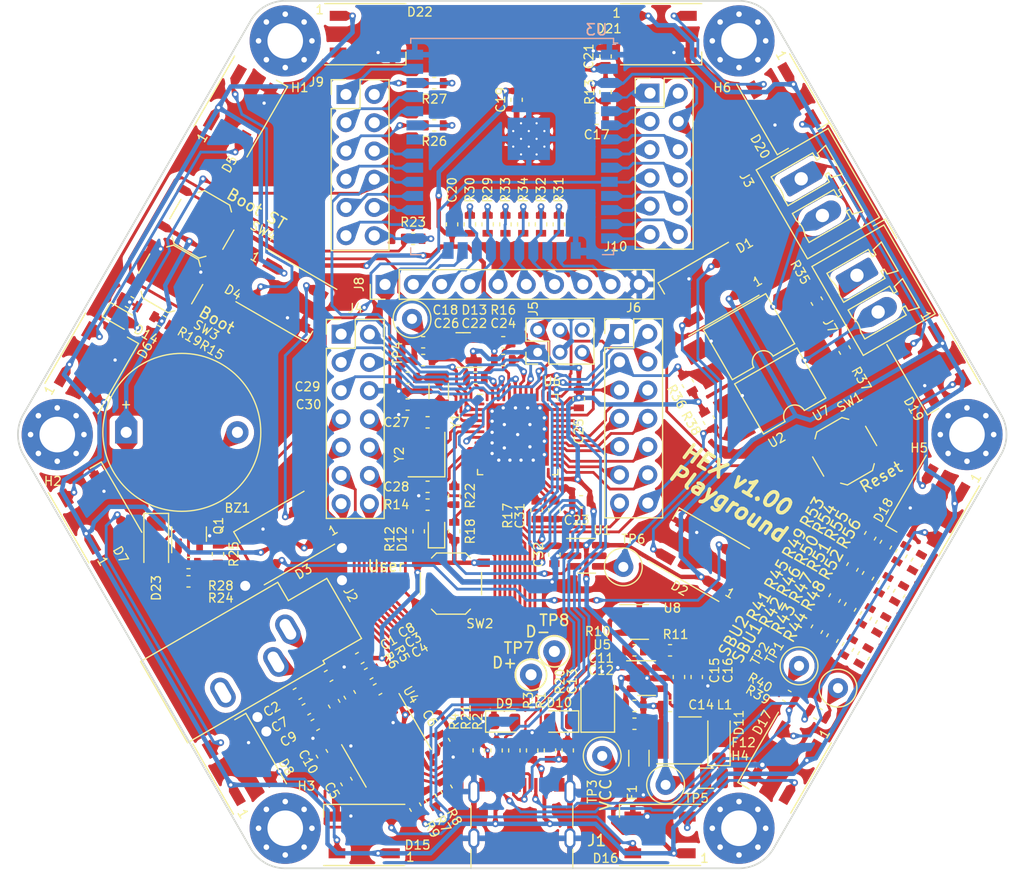
<source format=kicad_pcb>
(kicad_pcb (version 20221018) (generator pcbnew)
  (layers (0 "F.Cu" signal) (31 "B.Cu" signal) (34 "B.Paste" user) (35 "F.Paste" user) (36 "B.SilkS" user "B.Silkscreen") (37 "F.SilkS" user "F.Silkscreen") (38 "B.Mask" user) (39 "F.Mask" user) (44 "Edge.Cuts" user))
  (net 0 "")
  (net 1 "VCC")
  (net 2 "Net-(D1-DOUT)")
  (net 3 "GND")
  (net 4 "Net-(D1-DIN)")
  (net 5 "Net-(D2-DOUT)")
  (net 6 "USB_D-")
  (net 7 "Net-(D3-DOUT)")
  (net 8 "Net-(D4-DOUT)")
  (net 9 "USB_D+")
  (net 10 "Net-(BZ1-+)")
  (net 11 "CC1")
  (net 12 "Net-(U5-VFB)")
  (net 13 "Net-(D15-DIN)")
  (net 14 "RX_0")
  (net 15 "TX_0")
  (net 16 "Net-(D5-DOUT)")
  (net 17 "Net-(D6-DOUT)")
  (net 18 "Net-(D7-DOUT)")
  (net 19 "Net-(U5-SW)")
  (net 20 "Net-(C1-Pad1)")
  (net 21 "Net-(U4-OUTL)")
  (net 22 "Net-(U4-OUTR)")
  (net 23 "Net-(C2-Pad1)")
  (net 24 "Net-(U4-CAPP)")
  (net 25 "Net-(U4-CAPM)")
  (net 26 "Net-(U4-VNEG)")
  (net 27 "Net-(U4-LDOO)")
  (net 28 "3.3V")
  (net 29 "DIN")
  (net 30 "Net-(U4-DIN)")
  (net 31 "Net-(U4-LRCK)")
  (net 32 "Net-(U4-BCK)")
  (net 33 "DC_FB")
  (net 34 "Net-(D11-A)")
  (net 35 "Net-(D11-K)")
  (net 36 "Net-(U5-VIN)")
  (net 37 "Net-(D12-K)")
  (net 38 "RESET")
  (net 39 "USER")
  (net 40 "BOOT")
  (net 41 "Net-(J3-Pin_1)")
  (net 42 "SBU1")
  (net 43 "CC2")
  (net 44 "SBU2")
  (net 45 "Net-(Q1-B)")
  (net 47 "PB15")
  (net 48 "BUZZ")
  (net 49 "PA0")
  (net 50 "PA1")
  (net 51 "PA2")
  (net 52 "PA3")
  (net 53 "PA4")
  (net 54 "PA5")
  (net 55 "PA6")
  (net 56 "PA7")
  (net 57 "PB0")
  (net 58 "PB10")
  (net 59 "PB12")
  (net 60 "PB13")
  (net 61 "PB14")
  (net 62 "PA8")
  (net 63 "PA9")
  (net 64 "PA10")
  (net 65 "PA13")
  (net 66 "PA14")
  (net 67 "PB3")
  (net 68 "BOOT_ST")
  (net 69 "Net-(U6-PB2)")
  (net 70 "Net-(U6-VDDA)")
  (net 71 "Net-(C18-Pad2)")
  (net 72 "VBAT")
  (net 73 "VB")
  (net 74 "Net-(D14-K)")
  (net 75 "Net-(U6-PH0)")
  (net 76 "Net-(U6-PH1)")
  (net 77 "Net-(U6-PC14)")
  (net 78 "Net-(U6-PC15)")
  (net 79 "Net-(U6-VCAP1)")
  (net 80 "PB4")
  (net 81 "Net-(U6-PA11)")
  (net 82 "Net-(U6-PA12)")
  (net 83 "Net-(D15-DOUT)")
  (net 84 "Net-(D16-DOUT)")
  (net 85 "Net-(D17-DOUT)")
  (net 86 "Net-(D18-DOUT)")
  (net 87 "Net-(D19-DOUT)")
  (net 88 "Net-(D20-DOUT)")
  (net 89 "Net-(D21-DOUT)")
  (net 91 "PB6")
  (net 92 "PB7")
  (net 93 "PB8")
  (net 94 "PB9")
  (net 95 "Net-(U3-IO21)")
  (net 96 "SDA")
  (net 97 "Net-(U3-IO22)")
  (net 98 "SCL")
  (net 104 "CS")
  (net 105 "CLK")
  (net 106 "MISO")
  (net 107 "Net-(J3-Pin_2)")
  (net 108 "USB_DP")
  (net 109 "USB_DM")
  (net 111 "Net-(R35-Pad2)")
  (net 112 "DO_1")
  (net 113 "Net-(J7-Pin_1)")
  (net 114 "Net-(J7-Pin_2)")
  (net 115 "Net-(R37-Pad2)")
  (net 116 "DO_2")
  (net 117 "IO23")
  (net 118 "IO5")
  (net 119 "IO19")
  (net 120 "IO18")
  (net 121 "IO0")
  (net 122 "IO15")
  (net 124 "SD1")
  (net 125 "SD0")
  (net 126 "ESP_CLK")
  (net 127 "ESP_CMD")
  (net 128 "SD3")
  (net 129 "SD2")
  (net 130 "IO13")
  (net 131 "IO12")
  (net 132 "IO14")
  (net 133 "IO27")
  (net 134 "IO26")
  (net 135 "IO33")
  (net 136 "IO25")
  (net 137 "IO32")
  (net 138 "IO35")
  (net 139 "IO34")
  (net 140 "Sen_VP")
  (net 141 "Sen_VN")
  (net 142 "Net-(R39-Pad2)")
  (net 143 "Net-(R40-Pad2)")
  (footprint "R7D_FootPrints_library:C_0603_1608Metric_EK" (layer "F.Cu") (at 94.2 88.3)
    (fp_text reference "C24")
    (fp_text value "0.1 pF")
  )
  (footprint "R7D_FootPrints_library:R_0603_1608Metric_EK" (layer "F.Cu") (at 80.4 118.4 120)
    (fp_text reference "R5")
    (fp_text value "510R 5%")
  )
  (footprint "MountingHole:MountingHole_3.2mm_M3_Pad_Via" (layer "F.Cu") (at 115.4 59.6)
    (fp_text reference "H6")
    (fp_text value "MountingHole")
  )
  (footprint "R7D_FootPrints_library:R_0603_1608Metric_EK" (layer "F.Cu") (at 63.5 84.8 150)
    (fp_text reference "R15")
    (fp_text value "10K 5%")
  )
  (footprint "R7D_FootPrints_library:C_0603_1608Metric_EK" (layer "F.Cu") (at 98.8 101.8 -90)
    (fp_text reference "C31")
    (fp_text value "2.2 uF")
  )
  (footprint "Diode_SMD:D_0805_2012Metric" (layer "F.Cu") (at 94.3 120.8)
    (fp_text reference "D9")
    (fp_text value "D_TVS")
  )
  (footprint "R7D_FootPrints_library:R_0603_1608Metric_EK" (layer "F.Cu") (at 126.8 111.3 60)
    (fp_text reference "R47")
    (fp_text value "0R")
  )
  (footprint "TestPoint:TestPoint_Loop_D2.60mm_Drill0.9mm_Beaded" (layer "F.Cu") (at 105 106.9 90)
    (fp_text reference "TP6")
    (fp_text value "WS_5V")
  )
  (footprint "R7D_FootPrints_library:C_0603_1608Metric_EK" (layer "F.Cu") (at 98.8 105.8 90)
    (fp_text reference "C32")
    (fp_text value "0.1 pF")
  )
  (footprint "Package_SO:TSSOP-20_4.4x6.5mm_P0.65mm" (layer "F.Cu") (at 83.7 123.1 -60)
    (fp_text reference "U4")
    (fp_text value "PCM5102A")
  )
  (footprint "LED_SMD:LED_WS2812B_PLCC4_5.0x5.0mm_P3.2mm" (layer "F.Cu") (at 132.8 101.4 -120)
    (fp_text reference "D18")
    (fp_text value "WS2812B")
  )
  (footprint "MountingHole:MountingHole_3.2mm_M3_Pad_Via" (layer "F.Cu") (at 54.1 95)
    (fp_text reference "H2")
    (fp_text value "MountingHole")
  )
  (footprint "R7D_FootPrints_library:C_0603_1608Metric_EK" (layer "F.Cu") (at 82.9 117.9 30)
    (fp_text reference "C4")
    (fp_text value "2.2uF")
  )
  (footprint "Button_Switch_SMD:SW_Push_1P1T_XKB_TS-1187A" (layer "F.Cu") (at 67.1 76.1 150)
    (fp_text reference "SW4")
    (fp_text value "SW_Push")
  )
  (footprint "Capacitor_Tantalum_SMD:CP_EIA-3528-21_Kemet-B" (layer "F.Cu") (at 102.7 119.3 90)
    (fp_text reference "C13")
    (fp_text value "22uF 16V")
  )
  (footprint "R7D_FootPrints_library:USB_C_Receptacle_16_JAE_GT-USB-7010ASV" (layer "F.Cu") (at 95.88 130.225)
    (fp_text reference "J1")
    (fp_text value "USB_C_Receptacle_USB2.0")
  )
  (footprint "R7D_FootPrints_library:R_0603_1608Metric_EK" (layer "F.Cu") (at 96.8 123.4 -90)
    (fp_text reference "R3")
    (fp_text value "5.1K 5%")
  )
  (footprint "R7D_FootPrints_library:R_0603_1608Metric_EK" (layer "F.Cu") (at 125.2 114.1 60)
    (fp_text reference "R43")
    (fp_text value "0R")
  )
  (footprint "Buzzer_Beeper:Buzzer_D14mm_H7mm_P10mm" (layer "F.Cu") (at 60.3 94.8)
    (fp_text reference "BZ1")
    (fp_text value "Buzzer")
  )
  (footprint "R7D_FootPrints_library:R_0603_1608Metric_EK" (layer "F.Cu") (at 125.4 110.5 60)
    (fp_text reference "R46")
    (fp_text value "0R")
  )
  (footprint "R7D_FootPrints_library:C_0603_1608Metric_EK" (layer "F.Cu") (at 85.6 92.3)
    (fp_text reference "C30")
    (fp_text value "12 pF")
  )
  (footprint "LED_SMD:LED_0603_1608Metric" (layer "F.Cu") (at 59.8 84.5 -30)
    (fp_text reference "D14")
    (fp_text value "LED")
  )
  (footprint "R7D_FootPrints_library:R_0603_1608Metric_EK" (layer "F.Cu") (at 131.4 106.5 60)
    (fp_text reference "R56")
    (fp_text value "0R")
  )
  (footprint "R7D_FootPrints_library:C_0603_1608Metric_EK" (layer "F.Cu") (at 88.9 122.7 -60)
    (fp_text reference "C6")
    (fp_text value "10 uF")
  )
  (footprint "R7D_FootPrints_library:R_0603_1608Metric_EK" (layer "F.Cu") (at 94.4 76.1 90)
    (fp_text reference "R33")
    (fp_text value "0R 5%")
  )
  (footprint "R7D_FootPrints_library:R_0603_1608Metric_EK" (layer "F.Cu") (at 125.6 106.9 60)
    (fp_text reference "R49")
    (fp_text value "0R")
  )
  (footprint "Package_TO_SOT_SMD:SOT-23-6" (layer "F.Cu") (at 101.7 105.9)
    (fp_text reference "U1")
    (fp_text value "TXS0101DBV")
  )
  (footprint "R7D_FootPrints_library:R_0603_1608Metric_EK" (layer "F.Cu") (at 122.4 112.5 60)
    (fp_text reference "R41")
    (fp_text value "0R")
  )
  (footprint "R7D_FootPrints_library:R_0603_1608Metric_EK" (layer "F.Cu") (at 60.6 83.1 150)
    (fp_text reference "R19")
    (fp_text value "510 5%")
  )
  (footprint "R7D_FootPrints_library:C_0603_1608Metric_EK" (layer "F.Cu") (at 95.4 64.9 90)
    (fp_text reference "C19")
    (fp_text value "0.1 pF")
  )
  (footprint "R7D_FootPrints_library:R_0603_1608Metric_EK" (layer "F.Cu") (at 87.4 101.3)
    (fp_text reference "R14")
    (fp_text value "10K 5%")
  )
  (footprint "R7D_FootPrints_library:SOT-23_EK" (layer "F.Cu") (at 65.95 103.95 90)
    (fp_text reference "Q1")
    (fp_text value "BC846")
  )
  (footprint "Inductor_SMD_Wurth:L_Wurth_WE-LQSH-4020" (layer "F.Cu") (at 110 122.5)
    (fp_text reference "L1")
    (fp_text value "LQH44 2.2uH ")
  )
  (footprint "R7D_FootPrints_library:C_0603_1608Metric_EK" (layer "F.Cu") (at 87 88.3)
    (fp_text reference "C26")
    (fp_text value "0.1 pF")
  )
  (footprint "Connector_PinHeader_2.54mm:PinHeader_2x06_P2.54mm_Vertical" (layer "F.Cu") (at 107.4 64.3)
    (fp_text reference "J10")
    (fp_text value "Conn_01x12")
  )
  (footprint "R7D_FootPrints_library:C_0603_1608Metric_EK" (layer "F.Cu") (at 101 91.8 90)
    (fp_text reference "C25")
    (fp_text value "0.1 pF")
  )
  (footprint "TestPoint:TestPoint_Loop_D2.60mm_Drill0.9mm_Beaded" (layer "F.Cu") (at 86 84.6)
    (fp_text reference "TP4")
    (fp_text value "VBAT")
  )
  (footprint "LED_SMD:LED_WS2812B_PLCC4_5.0x5.0mm_P3.2mm" (layer "F.Cu") (at 108.3 131 180)
    (fp_text reference "D16")
    (fp_text value "WS2812B")
  )
  (footprint "R7D_FootPrints_library:R_0603_1608Metric_EK" (layer "F.Cu") (at 94.2 86.7)
    (fp_text reference "R16")
    (fp_text value "10K 5%")
  )
  (footprint "LED_SMD:LED_WS2812B_PLCC4_5.0x5.0mm_P3.2mm" (layer "F.Cu") (at 119.5 124.5 -120)
    (fp_text reference "D17")
    (fp_text value "WS2812B")
  )
  (footprint "TestPoint:TestPoint_Loop_D2.60mm_Drill0.9mm_Beaded" (layer "F.Cu") (at 124.3 117.8 -90)
    (fp_text reference "TP1")
    (fp_text value "SBU_1")
  )
  (footprint "LED_SMD:LED_WS2812B_PLCC4_5.0x5.0mm_P3.2mm" (layer "F.Cu") (at 70.6 65.5 60)
    (fp_text reference "D5")
    (fp_text value "WS2812B")
  )
  (footprint "LED_SMD:LED_WS2812B_PLCC4_5.0x5.0mm_P3.2mm" (layer "F.Cu") (at 119.4 65.3 -60)
    (fp_text reference "D20")
    (fp_text value "WS2812B")
  )
  (footprint "Diode_SMD:D_SOD-123" (layer "F.Cu") (at 113.6 122.4 90)
    (fp_text reference "D11")
    (fp_text value "D_Schottky")
  )
  (footprint "Package_TO_SOT_SMD:TSOT-23-5" (layer "F.Cu") (at 106.4625 111.85)
    (fp_text reference "U8")
    (fp_text value "ADP7142AUJZ-3.3")
  )
  (footprint "LED_SMD:LED_WS2812B_PLCC4_5.0x5.0mm_P3.2mm" (layer "F.Cu") (at 74.7 82.5 -30)
    (fp_text reference "D4")
    (fp_text value "WS2812B")
  )
  (footprint "R7D_FootPrints_library:R_0603_1608Metric_EK" (layer "F.Cu") (at 124.9 87.4 -60)
    (fp_text reference "R37")
    (fp_text value "1K 5%")
  )
  (footprint "R7D_FootPrints_library:R_0603_1608Metric_EK" (layer "F.Cu") (at 86.6 103.7 -90)
    (fp_text reference "R12")
    (fp_text value "510 5%")
  )
  (footprint "R7D_FootPrints_library:R_0603_1608Metric_EK" (layer "F.Cu") (at 87.7 127.7 120)
    (fp_text reference "R7")
    (fp_text value "22R 5%")
  )
  (footprint "R7D_FootPrints_library:C_0603_1608Metric_EK" (layer "F.Cu") (at 103.4 61 -90)
    (fp_text reference "C21")
    (fp_text value "0.1 pF")
  )
  (footprint "R7D_FootPrints_library:R_0603_1608Metric_EK" (layer "F.Cu") (at 92 123.4 90)
    (fp_text reference "R4")
    (fp_text value "5.1K 5%")
  )
  (footprint "MountingHole:MountingHole_3.2mm_M3_Pad_Via" (layer "F.Cu") (at 135.9 95)
    (fp_text reference "H5")
    (fp_text value "MountingHole")
  )
  (footprint "R7D_FootPrints_library:R_0603_1608Metric_EK" (layer "F.Cu") (at 126.6 114.9 60)
    (fp_text reference "R44")
    (fp_text value "0R")
  )
  (footprint "R7D_FootPrints_library:C_0603_1608Metric_EK" (layer "F.Cu") (at 81.3 115.1 -150)
    (fp_text reference "C8")
    (fp_text value "10 uF")
  )
  (footprint "R7D_FootPrints_library:R_0603_1608Metric_EK" (layer "F.Cu") (at 124 109.7 60)
    (fp_text reference "R45")
    (fp_text value "0R")
  )
  (footprint "R7D_FootPrints_library:R_0603_1608Metric_EK" (layer "F.Cu") (at 97.6 76.1 90)
    (fp_text reference "R32")
    (fp_text value "0R 5%")
  )
  (footprint "Crystal:Crystal_SMD_3225-4Pin_3.2x2.5mm" (layer "F.Cu") (at 87.3 96.8 90)
    (fp_text reference "Y2")
    (fp_text value "25MHZ 9PF")
  )
  (footprint "R7D_FootPrints_library:R_0603_1608Metric_EK" (layer "F.Cu") (at 89.1 126.9 120)
    (fp_text reference "R8")
    (fp_text value "22R 5%")
  )
  (footprint "R7D_FootPrints_library:R_0603_1608Metric_EK" (layer "F.Cu") (at 93.6 123.4 -90)
    (fp_text reference "R21")
    (fp_text value "22R 5%")
  )
  (footprint "R7D_FootPrints_library:C_1206_3216Metric" (layer "F.Cu") (at 106.4 124.1 -90)
    (fp_text reference "F1")
    (fp_text value "1 5%")
  )
  (footprint "R7D_FootPrints_library:C_0603_1608Metric_EK" (layer "F.Cu") (at 87.4 93.9 180)
    (fp_text reference "C27")
    (fp_text value "12 pF")
  )
  (footprint "R7D_FootPrints_library:C_0603_1608Metric_EK" (layer "F.Cu") (at 77.9 123.7 120)
    (fp_text reference "C10")
    (fp_text value "10 uF")
  )
  (footprint "LED_SMD:LED_WS2812B_PLCC4_5.0x5.0mm_P3.2mm" (layer "F.Cu") (at 81.8 59)
    (fp_text reference "D22")
    (fp_text value "WS2812B")
  )
  (footprint "R7D_FootPrints_library:R_0603_1608Metric_EK" (layer "F.Cu") (at 89.8 100.5 -90)
    (fp_text reference "R22")
    (fp_text value "0R 5%")
  )
  (footprint "Button_Switch_SMD:SW_Push_1P1T_XKB_TS-1187A" (layer "F.Cu") (at 124.9 96.5 30)
    (fp_text reference "SW1")
    (fp_text value "SW_Push")
  )
  (footprint "Diode_SMD:D_MiniMELF" (layer "F.Cu") (at 63 104.75 -90)
    (fp_text reference "D23")
    (fp_text value "LL4148")
  )
  (footprint "Diode_SMD:D_0805_2012Metric" (layer "F.Cu") (at 99.3 120.8 180)
    (fp_text reference "D10")
    (fp_text value "D_TVS")
  )
  (footprint "R7D_FootPrints_library:R_0603_1608Metric_EK" (layer "F.Cu") (at 123.8 113.3 60)
    (fp_text reference "R42")
    (fp_text value "0R")
  )
  (footprint "LED_SMD:LED_WS2812B_PLCC4_5.0x5.0mm_P3.2mm" (layer "F.Cu") (at 74.5 104.3 -150)
    (fp_text reference "D3")
    (fp_text value "WS2812B")
  )
  (footprint "Connector_Audio:Jack_3.5mm_CUI_SJ1-3533NG_Horizontal" (layer "F.Cu") (at 74.840897 112.513398 -60)
    (fp_text reference "J2")
    (fp_text value "AudioJack2_Ground")
  )
  (footprint "TestPoint:TestPoint_Loop_D2.60mm_Drill0.9mm_Beaded" (layer "F.Cu") (at 120.8 115.8 -90)
    (fp_text reference "TP2")
    (fp_text value "SBU_2")
  )
  (footprint "TestPoint:TestPoint_Keystone_5000-5004_Miniature" (layer "F.Cu") (at 98.8 114.5)
    (fp_text reference "TP8")
    (fp_text value "U_D-")
  )
  (footprint "TestPoint:TestPoint_Loop_D2.60mm_Drill0.9mm_Beaded" (layer "F.Cu") (at 108.8 126.5)
    (fp_text reference "TP5")
    (fp_text value "3V3")
  )
  (footprint "R7D_FootPrints_library:R_0603_1608Metric_EK" (layer "F.Cu") (at 122.5 120.1 -30)
    (fp_text reference "R39")
    (fp_text value "0R 5%")
  )
  (footprint "R7D_FootPrints_library:R_0603_1608Metric_EK" (layer "F.Cu") (at 95.2 123.4 90)
    (fp_text reference "R2")
    (fp_text value "22R 5%")
  )
  (footprint "Button_Switch_SMD:SW_Push_1P1T_XKB_TS-1187A" (layer "F.Cu") (at 64.3 81 150)
    (fp_text reference "SW3")
    (fp_text value "SW_Push")
  )
  (footprint "R7D_FootPrints_library:C_1206_3216Metric" (layer "F.Cu") (at 112.4 125.9)
    (fp_text reference "F12")
    (fp_text value "1 5%")
  )
  (footprint "R7D_FootPrints_library:R_0603_1608Metric_EK" (layer "F.Cu") (at 88 63.4 180)
    (fp_text reference "R27")
    (fp_text value "0R 5%")
  )
  (footprint "LED_SMD:LED_WS2812B_PLCC4_5.0x5.0mm_P3.2mm" (layer "F.Cu") (at 111.8 105.8 150)
    (fp_text reference "D2")
    (fp_text value "WS2812B")
  )
  (footprint "LED_SMD:LED_WS2812B_PLCC4_5.0x5.0mm_P3.2mm" (layer "F.Cu") (at 112.661611 81.917352 -150)
    (fp_text reference "D1")
    (fp_text value "WS2812B")
  )
  (footprint "R7D_FootPrints_library:R_0603_1608Metric_EK" (layer "F.Cu") (at 129.8 109.3 60)
    (fp_text reference "R52")
    (fp_text value "0R")
  )
  (footprint "R7D_FootPrints_library:C_0603_1608Metric_EK" (layer "F.Cu") (at 110 116.8 -90)
    (fp_text reference "C15")
    (fp_text value "22 uF")
  )
  (footprint "Package_DIP:SMDIP-4_W9.53mm" (layer "F.Cu") (at 119.108389 91.082352 -150)
    (fp_text reference "U7")
    (fp_text value "LTV-817S")
  )
  (footprint "R7D_FootPrints_library:C_0603_1608Metric_EK" (layer "F.Cu") (at 87 86.7)
    (fp_text reference "C18")
    (fp_text value "0.1 pF")
  )
  (footprint "R7D_FootPrints_library:C_0603_1608Metric_EK" (layer "F.Cu") (at 80.1 126.2 -60)
    (fp_text reference "C5")
    (fp_text value "0.1 pF")
  )
  (footprint "R7D_FootPrints_library:R_0603_1608Metric_EK" (layer "F.Cu") (at 89.8 103.7 -90)
    (fp_text reference "R18")
    (fp_text value "0 5%")
  )
  (footprint "R7D_FootPrints_library:R_0603_1608Metric_EK" (layer "F.Cu") (at 98.4 123.4 90)
    (fp_text reference "R1")
    (fp_text value "22R 5%")
  )
  (footprint "R7D_FootPrints_library:R_0603_1608Metric_EK" (layer "F.Cu") (at 100 123.4 -90)
    (fp_text reference "R20")
    (fp_text value "22R 5%")
  )
  (footprint "Package_TO_SOT_SMD:SOT-23-6" (layer "F.Cu") (at 107.1 116.9)
    (fp_text reference "U5")
    (fp_text value "TPS563200")
  )
  (footprint "R7D_FootPrints_library:R_0603_1608Metric_EK" (layer "F.Cu") (at 122.4 83 -60)
    (fp_text reference "R35")
    (fp_text value "1K 5%")
  )
  (footprint "MountingHole:MountingHole_3.2mm_M3_Pad_Via" (layer "F.Cu") (at 74.6 130.4)
    (fp_text reference "H3")
    (fp_text value "MountingHole")
  )
  (footprint "R7D_FootPrints_library:C_0603_1608Metric_EK" (layer "F.Cu") (at 77.3 121.1 -150)
    (fp_text reference "C9")
    (fp_text value "0.1 pF")
  )
  (footprint "R7D_FootPrints_library:R_0603_1608Metric_EK" (layer "F.Cu") (at 106 114.4)
    (fp_text reference "R10")
    (fp_text value "10K 5%")
  )
  (footprint "R7D_FootPrints_library:R_0603_1608Metric_EK" (layer "F.Cu") (at 92.8 76.1 90)
    (fp_text reference "R29")
    (fp_text value "0R 5%")
  )
  (footprint "R7D_FootPrints_library:R_0603_1608Metric_EK" (layer "F.Cu") (at 86.1 77.4 180)
    (fp_text reference "R23")
    (fp_text value "0R 5%")
  )
  (footprint "R7D_FootPrints_library:C_0603_1608Metric_EK" (layer "F.Cu") (at 76.5 119.7 -150)
    (fp_text reference "C7")
    (fp_text value "0.1 pF")
  )
  (footprint "R7D_FootPrints_library:R_0603_1608Metric_EK" (layer "F.Cu") (at 119.7 118.5 150)
    (fp_text reference "R40")
    (fp_text value "0R 5%")
  )
  (footprint "R7D_FootPrints_library:R_0603_1608Metric_EK" (layer "F.Cu") (at 128.6 104.9 60)
    (fp_text reference "R54")
    (fp_text value "0R")
  )
  (footprint "TestPoint:TestPoint_Loop_D2.60mm_Drill0.9mm_Beaded" (layer "F.Cu") (at 103.1 123.9 90)
    (fp_text reference "TP3")
    (fp_text value "VCC")
  )
  (footprint "R7D_FootPrints_library:C_0603_1608Metric_EK" (layer "F.Cu") (at 109.2 119.4 180)
    (fp_text reference "C14")
    (fp_text value "0.1 pF")
  )
  (footprint "R7D_FootPrints_library:C_0603_1608Metric_EK" (layer "F.Cu") (at 82.1 116.5 -150)
    (fp_text reference "C3")
    (fp_text value "2.2uF")
  )
  (footprint "LED_SMD:LED_WS2812B_PLCC4_5.0x5.0mm_P3.2mm" (layer "F.Cu") (at 57.5 102 120)
    (fp_text reference "D7")
    (fp_text value "WS2812B")
  )
  (footprint "R7D_FootPrints_library:C_0603_1608Metric_EK" (layer "F.Cu") (at 91.7 89.9 180)
    (fp_text reference "C22")
    (fp_text value "0.1 pF")
  )
  (footprint "R7D_FootPrints_library:R_0603_1608Metric_EK" (layer "F.Cu") (at 79 119.2 120)
    (fp_text reference "R6")
    (fp_text value "510R 5%")
  )
  (footprint "MountingHole:MountingHole_3.2mm_M3_Pad_Via" (layer "F.Cu") (at 74.6 59.6)
    (fp_text reference "H1")
    (fp_text value "MountingHole")
  )
  (footprint "R7D_FootPrints_library:R_0603_1608Metric_EK" (layer "F.Cu") (at 128.2 112.1 60)
    (fp_text reference "R48")
    (fp_text value "0R")
  )
  (footprint "R7D_FootPrints_library:C_0603_1608Metric_EK" (layer "F.Cu") (at 89.6 76.1 -90)
    (fp_text reference "C20")
    (fp_text value "0.1 pF")
  )
  (footprint "Button_Switch_SMD:SW_Push_1P1T_XKB_TS-1187A" (layer "F.Cu") (at 89.5 108.4)
    (fp_text reference "SW2")
    (fp_text value "SW_Push")
  )
  (footprint "R7D_FootPrints_library:C_0603_1608Metric_EK" (layer "F.Cu") (at 111.6 116.8 -90)
    (fp_text reference "C16")
    (fp_text value "22 uF")
  )
  (footprint "R7D_FootPrints_library:R_0603_1608Metric_EK" (layer "F.Cu") (at 110.8 90.4 120)
    (fp_text reference "R36")
    (fp_text value "10K 5%")
  )
  (footprint "Connector_PinHeader_2.54mm:PinHeader_2x07_P2.54mm_Vertical" (layer "F.Cu") (at 79.625 85.975)
    (fp_text reference "J4")
    (fp_text value "Conn_01x14")
  )
  (footprint "LED_SMD:LED_WS2812B_PLCC4_5.0x5.0mm_P3.2mm" (layer "F.Cu") (at 108.4 59)
    (fp_text reference "D21")
    (fp_text value "WS2812B")
  )
  (footprint "R7D_FootPrints_library:R_0603_1608Metric_EK" (layer "F.Cu") (at 127 107.7 60)
    (fp_text reference "R50")
    (fp_text value "0R")
  )
  (footprint "Package_TO_SOT_SMD:SOT-23" (layer "F.Cu") (at 90.6 87.4 180)
    (fp_text reference "D13")
    (fp_text value "BAT54C")
  )
  (footprint "R7D_FootPrints_library:R_0603_1608Metric_EK" (layer "F.Cu") (at 88 67.2 180)
    (fp_text reference "R26")
    (fp_text value "0R 5%")
  )
  (footprint "Connector_PinHeader_2.54mm:PinHeader_1x10_P2.54mm_Vertical" (layer "F.Cu") (at 83.575 81.5 90)
    (fp_text reference "J8")
    (fp_text value "Conn_01x10")
  )
  (footprint "Package_DIP:SMDIP-4_W9.53mm" (layer "F.Cu") (at 116.3 86.2 -150)
    (fp_text reference "U2")
    (fp_text value "LTV-817S")
  )
  (footprint "R7D_FootPrints_library:C_0603_1608Metric_EK" (layer "F.Cu") (at 78.5 116.7 30)
    (fp_text reference "C1")
    (fp_text value "2.2uF")
  )
  (footprint "R7D_FootPrints_library:R_0603_1608Metric_EK" (layer "F.Cu") (at 103.4 64.2 90)
    (fp_text reference "R13")
    (fp_text value "10K 5%")
  )
  (footprint "R7D_FootPrints_library:C_0603_1608Metric_EK" (layer "F.Cu") (at 106 121)
    (fp_text reference "C12")
    (fp_text value "0.1 pF")
  )
  (footprint "LED_SMD:LED_0603_1608Metric" (layer "F.Cu") (at 88.2 103.7 90)
    (fp_text reference "D12")
    (fp_text value "LED")
  )
  (footprint "R7D_FootPrints_library:C_0603_1608Metric_EK" (layer "F.Cu") (at 106 119.4)
    (fp_text reference "C11")
    (fp_text value "10 uF")
  )
  (footprint "R7D_FootPrints_library:R_0603_1608Metric_EK" (layer "F.Cu") (at 86.3 128.5 120)
    (fp_text reference "R9")
    (fp_text value "22R 5%")
  )
  (footprint "R7D_FootPrints_library:C_0603_1608Metric_EK" (layer "F.Cu") (at 75.7 118.3 -150)
    (fp_text reference "C2")
    (fp_text value "2.2uF")
  )
  (footprint "R7D_FootPrints_library:R_0603_1608Metric_EK" (layer "F.Cu") (at 68.55 105.75 -90)
    (fp_text reference "R25")
    (fp_text value "0R 5%")
  )
  (footprint "Connector_PinHeader_2.54mm:PinHeader_2x07_P2.54mm_Vertical" (layer "F.Cu") (at 104.66 85.92)
    (fp_text reference "J6")
    (fp_text value "Conn_01x14")
  )
  (footprint "Package_DFN_QFN:QFN-48-1EP_7x7mm_P0.5mm_EP5.6x5.6mm" (layer "F.Cu") (at 95.5 95)
    (fp_text reference "U6")
    (fp_text value "STM32F411C_C-E_Ux")
  )
  (footprint "LED_SMD:LED_WS2812B_PLCC4_5.0x5.0mm_P3.2mm" (layer "F.Cu") (at 81.7 131 180)
    (fp_text reference "D15")
    (fp_text value "WS2812B")
  )
  (footprint "Connector_Phoenix_MC:PhoenixContact_MCV_1,5_2-G-3.81_1x02_P3.81mm_Vertical" (layer "F.Cu") (at 120.995 72.000443 -60)
    (fp_text reference "J3")
    (fp_text value "Screw_Terminal_01x02")
  )
  (footprint "Connector_Phoenix_MC:PhoenixContact_MCV_1,5_2-G-3.81_1x02_P3.81mm_Vertical" (layer "F.Cu") (at 126.006234 80.680222 -60)
    (fp_text reference "J7")
    (fp_text value "Screw_Terminal_01x02")
  )
  (footprint "TestPoint:TestPoint_Keystone_5000-5004_Miniature" (layer "F.Cu") (at 96.7 116.6)
    (fp_text reference "TP7")
    (fp_text value "U_D+")
  )
  (footprint "R7D_FootPrints_library:R_0603_1608Metric_EK" (layer "F.Cu") (at 127.2 104.1 60)
    (fp_text reference "R53")
    (fp_text value "0R")
  )
  (footprint "R7D_FootPrints_library:C_0603_1608Metric_EK" (layer "F.Cu") (at 101.2 101)
    (fp_text reference "C23")
    (fp_text value "0.1 pF")
  )
  (footprint "R7D_FootPrints_library:C_0603_1608Metric_EK" (layer "F.Cu") (at 102.6 66.6 180)
    (fp_text reference "C17")
    (fp_text value "0.1 pF")
  )
  (footprint "R7D_FootPrints_library:R_0603_1608Metric_EK" (layer "F.Cu") (at 96 76.1 90)
    (fp_text reference "R34")
    (fp_text value "0R 5%")
  )
  (footprint "R7D_FootPrints_library:R_0603_1608Metric_EK" (layer "F.Cu") (at 91.2 76.1 90)
    (fp_text reference "R30")
    (fp_text value "0R 5%")
  )
  (footprint "R7D_FootPrints_library:R_0603_1608Metric_EK" (layer "F.Cu") (at 112.7 93.7 -60)
    (fp_text reference "R38")
    (fp_text value "10K 5%")
  )
  (footprint "R7D_FootPrints_library:R_0603_1608Metric_EK" (layer "F.Cu") (at 97.2 101.8 -90)
    (fp_text reference "R17")
    (fp_text value "10K 5%")
  )
  (footprint "R7D_FootPrints_library:R_0603_1608Metric_EK" (layer "F.Cu") (at 128.4 108.5 60)
    (fp_text reference "R51")
    (fp_text value "0R")
  )
  (footprint "Connector_PinHeader_2.54mm:PinHeader_2x06_P2.54mm_Vertical" (layer "F.Cu") (at 80.06 64.42)
    (fp_text reference "J9")
    (fp_text value "Conn_01x12")
  )
  (footprint "LED_SMD:LED_WS2812B_PLCC4_5.0x5.0mm_P3.2mm" (layer "F.Cu") (at 70.5 124.6 120)
    (fp_text reference "D8")
    (fp_text value "WS2812B")
  )
  (footprint "LED_SMD:LED_WS2812B_PLCC4_5.0x5.0mm_P3.2mm" (layer "F.Cu") (at 132.9 88.7 -60)
    (fp_text reference "D19")
    (fp_text value "WS2812B")
  )
  (footprint "R7D_FootPrints_library:C_0603_1608Metric_EK" (layer "F.Cu") (at 85.6 89.9 180)
    (fp_text reference "C29")
    (fp_text value "12 pF")
  )
  (footprint "Connector_PinHeader_2.00mm:PinHeader_2x03_P2.00mm_Vertical" (layer "F.Cu") (at 97.3 87.6 90)
    (fp_text reference "J5")
    (fp_text value "Conn_02x03_Top_Bottom")
  )
  (footprint "R7D_FootPrints_library:R_0603_1608Metric_EK" (layer "F.Cu") (at 65.9 106.55 180)
    (fp_text reference "R24")
    (fp_text value "10K 5%")
  )
  (footprint "R7D_FootPrints_library:R_0603_1608Metric_EK" (layer "F.Cu") (at 109.2 114.4)
    (fp_text reference "R11")
    (fp_text value "36K 5%")
  )
  (footprint "Crystal:Crystal_SMD_3215-2Pin_3.2x1.5mm" (layer "F.Cu") (at 88.4 91.1 90)
    (fp_text reference "Y1")
    (fp_text value "32.768KHz ±20ppm 6pF")
  )
  (footprint "R7D_FootPrints_library:R_0603_1608Metric_EK" (layer "F.Cu") (at 130 105.7 60)
    (fp_text reference "R55")
    (fp_text value "0R")
  )
  (footprint "MountingHole:MountingHole_3.2mm_M3_Pad_Via" (layer "F.Cu") (at 115.4 130.4)
    (fp_text reference "H4")
    (fp_text value "MountingHole")
  )
  (footprint "LED_SMD:LED_WS2812B_PLCC4_5.0x5.0mm_P3.2mm" (layer "F.Cu") (at 57.2 88.6 60)
    (fp_text reference "D6")
    (fp_text value "WS2812B")
  )
  (footprint "R7D_FootPrints_library:C_0603_1608Metric_EK" (layer "F.Cu") (at 87.4 99.7)
    (fp_text reference "C28")
    (fp_text value "12 pF")
  )
  (footprint "R7D_FootPrints_library:R_0603_1608Metric_EK" (layer "F.Cu") (at 65.9 108.2)
    (fp_text reference "R28")
    (fp_text value "0R 5%")
  )
  (footprint "R7D_FootPrints_library:R_0603_1608Metric_EK" (layer "F.Cu") (at 99.2 76.1 90)
    (fp_text reference "R31")
    (fp_text value "0R 5%")
  )
  (footprint "RF_Module:ESP32-WROOM-32U" (layer "B.Cu") (at 95 69.1 180)
    (fp_text reference "U3")
    (fp_text value "ESP32-WROOM-32U")
  )
  (gr_arc (start 115.4 56) (mid 117.206936 56.486324) (end 118.525675 57.8139) (stroke (width 0.15)) (layer "Edge.Cuts"))
  (gr_line (start 51.100001 96.9) (end 71.420784 132.088958) (stroke (width 0.15)) (layer "Edge.Cuts"))
  (gr_line (start 74.6 133.999999) (end 115.4 134) (stroke (width 0.15)) (layer "Edge.Cuts"))
  (gr_line (start 115.4 56) (end 74.6 56) (stroke (width 0.15)) (layer "Edge.Cuts"))
  (gr_arc (start 51.100001 96.9) (mid 50.564069 95) (end 51.100001 93.1) (stroke (width 0.15)) (layer "Edge.Cuts"))
  (gr_arc (start 71.420783 57.911041) (mid 72.74531 56.51453) (end 74.6 56) (stroke (width 0.15)) (layer "Edge.Cuts"))
  (gr_arc (start 138.9 93.1) (mid 139.451056 95) (end 138.9 96.9) (stroke (width 0.15)) (layer "Edge.Cuts"))
  (gr_arc (start 118.496408 132.23637) (mid 117.181722 133.528173) (end 115.4 134) (stroke (width 0.15)) (layer "Edge.Cuts"))
  (gr_arc (start 74.6 133.999999) (mid 72.745312 133.485468) (end 71.420784 132.088958) (stroke (width 0.15)) (layer "Edge.Cuts"))
  (gr_line (start 118.496408 132.23637) (end 138.9 96.9) (stroke (width 0.15)) (layer "Edge.Cuts"))
  (gr_line (start 138.9 93.1) (end 118.525675 57.8139) (stroke (width 0.15)) (layer "Edge.Cuts"))
  (gr_line (start 71.420783 57.911041) (end 51.1 93.1) (stroke (width 0.15)) (layer "Edge.Cuts"))
  (gr_text "Reset" (at 126.6 100.4 30) (layer "F.SilkS") (effects (font (size 1 1)) (justify left bottom)))
  (gr_text "SBU1" (at 115.6 115.8 60) (layer "F.SilkS") (effects (font (size 1 1)) (justify left bottom)))
  (gr_text "D+" (at 93.1 116.1) (layer "F.SilkS") (effects (font (size 1 1)) (justify left bottom)))
  (gr_text "D-" (at 96.1 113.3) (layer "F.SilkS") (effects (font (size 1 1)) (justify left bottom)))
  (gr_text "HEX v1.00\nPlayground" (at 108.8 98.9 330) (layer "F.SilkS") (effects (font (size 1.4 1.4) (thickness 0.32) bold italic) (justify left bottom)))
  (gr_text "SBU2" (at 114.4 115.2 60) (layer "F.SilkS") (effects (font (size 1 1)) (justify left bottom)))
  (gr_text "VCC" (at 104 128.9 90) (layer "F.SilkS") (effects (font (size 1 1)) (justify left bottom)))
  (gr_text "User" (at 81.9 107.4) (layer "F.SilkS") (effects (font (size 1 1)) (justify left bottom)))
  (gr_text "Boot ST" (at 69.1 73.7 -30) (layer "F.SilkS") (effects (font (size 1 1)) (justify left bottom)))
  (gr_text "Boot" (at 66.6 84.3 -30) (layer "F.SilkS") (effects (font (size 1 1)) (justify left bottom)))
  (segment (start 119.603942 62.353238) (end 120.3 63.5) (width 0.4) (layer "F.Cu") (net 1))
  (segment (start 93.8 128.5) (end 93.8 127.6) (width 0.35) (layer "F.Cu") (net 1))
  (segment (start 135.453942 100.103238) (end 134.8 101.2) (width 0.4) (layer "F.Cu") (net 1))
  (segment (start 105.3 104.95) (end 110.1 107.8) (width 0.4) (layer "F.Cu") (net 1))
  (segment (start 104.1 129.9) (end 105 130.8) (width 0.4) (layer "F.Cu") (net 1))
  (segment (start 98.28 127.120051) (end 97.9 127.500051) (width 0.25) (layer "F.Cu") (net 1))
  (segment (start 93.68 127.320051) (end 93.48 127.120051) (width 0.25) (layer "F.Cu") (net 1))
  (segment (start 93.5 130) (end 93.5 128.8) (width 0.35) (layer "F.Cu") (net 1))
  (segment (start 110.75 132.65) (end 109.55 132.65) (width 0.4) (layer "F.Cu") (net 1))
  (segment (start 107.3 57.4) (end 107.25 57.35) (width 0.25) (layer "F.Cu") (net 1))
  (segment (start 98.28 126.5) (end 98.28 127.120051) (width 0.25) (layer "F.Cu") (net 1))
  (segment (start 73.403238 79.846058) (end 74.5 80.5) (width 0.4) (layer "F.Cu") (net 1))
  (segment (start 104.8 125.6) (end 103.1 123.9) (width 0.4) (layer "F.Cu") (net 1))
  (segment (start 110.1 107.8) (end 112 107.8) (width 0.4) (layer "F.Cu") (net 1))
  (segment (start 105.95 57.35) (end 107.25 57.35) (width 0.4) (layer "F.Cu") (net 1))
  (segment (start 97.9 127.500051) (end 97.9 129.5) (width 0.35) (layer "F.Cu") (net 1))
  (segment (start 79.35 57.35) (end 80.65 57.35) (width 0.4) (layer "F.Cu") (net 1))
  (segment (start 82.9 132.6) (end 82.95 132.65) (width 0.25) (layer "F.Cu") (net 1))
  (segment (start 56.6 103.8) (end 56.7 103.9) (width 0.25) (layer "F.Cu") (net 1))
  (segment (start 114.5 82.8) (end 115.608373 82.121294) (width 0.4) (layer "F.Cu") (net 1))
  (segment (start 107.7 130.8) (end 109.55 132.65) (width 0.4) (layer "F.Cu") (net 1))
  (segment (start 77.446762 104.503942) (end 76.3 105.2) (width 0.4) (layer "F.Cu") (net 1))
  (segment (start 109.5 132.7) (end 109.55 132.65) (width 0.25) (layer "F.Cu") (net 1))
  (segment (start 54.546058 89.896762) (end 55.2 88.7) (width 0.4) (layer "F.Cu") (net 1))
  (segment (start 113.096762 108.453942) (end 112 107.8) (width 0.4) (layer "F.Cu") (net 1))
  (segment (start 70.296058 127.546762) (end 69.7 126.5) (width 0.4) (layer "F.Cu") (net 1))
  (segment (start 67.946058 66.796762) (end 68.6 65.6) (width 0.4) (layer "F.Cu") (net 1))
  (segment (start 57.296058 104.946762) (end 56.7 103.9) (width 0.4) (layer "F.Cu") (net 1))
  (segment (start 76.3 105.2) (end 74.9 104.3) (width 0.4) (layer "F.Cu") (net 1))
  (segment (start 106.4 126.5) (end 104.1 128.8) (width 0.4) (layer "F.Cu") (net 1))
  (segment (start 106.4 125.6) (end 106.4 126.5) (width 0.4) (layer "F.Cu") (net 1))
  (segment (start 133.103942 85.753238) (end 133.7 86.8) (width 0.4) (layer "F.Cu") (net 1))
  (segment (start 106.4 125.6) (end 104.8 125.6) (width 0.4) (layer "F.Cu") (net 1))
  (segment (start 102.8375 104.95) (end 105.3 104.95) (width 0.4) (layer "F.Cu") (net 1))
  (segment (start 104.1 128.8) (end 104.1 129.9) (width 0.4) (layer "F.Cu") (net 1))
  (segment (start 74.6 80.5) (end 74.5 80.5) (width 0.25) (layer "F.Cu") (net 1))
  (segment (start 93.8 127.6) (end 93.68 127.48) (width 0.25) (layer "F.Cu") (net 1))
  (segment (start 80.7 57.4) (end 80.65 57.35) (width 0.25) (layer "F.Cu") (net 1))
  (segment (start 105 130.8) (end 107.7 130.8) (width 0.4) (layer "F.Cu") (net 1))
  (segment (start 93.68 127.48) (end 93.68 127.320051) (width 0.25) (layer "F.Cu") (net 1))
  (segment (start 74.9 104.3) (end 72.4 105.6) (width 0.4) (layer "F.Cu") (net 1))
  (segment (start 93.5 128.8) (end 93.8 128.5) (width 0.35) (layer "F.Cu") (net 1))
  (segment (start 122.153942 123.203238) (end 121.5 124.3) (width 0.4) (layer "F.Cu") (net 1))
  (segment (start 97.9 129.5) (end 98.4 130) (width 0.35) (layer "F.Cu") (net 1))
  (segment (start 84.15 132.65) (end 82.95 132.65) (width 0.4) (layer "F.Cu") (net 1))
  (segment (start 93.48 127.120051) (end 93.48 126.5) (width 0.25) (layer "F.Cu") (net 1))
  (via (at 120.3 63.5) (size 0.6) (drill 0.3) (layers "F.Cu" "B.Cu") (net 1))
  (via (at 82.95 132.65) (size 0.6) (drill 0.3) (layers "F.Cu" "B.Cu") (net 1))
  (via (at 134.8 101.2) (size 0.6) (drill 0.3) (layers "F.Cu" "B.Cu") (net 1))
  (via (at 76.3 105.2) (size 0.6) (drill 0.3) (layers "F.Cu" "B.Cu") (net 1))
  (via (at 98.4 130) (size 0.6) (drill 0.3) (layers "F.Cu" "B.Cu") (net 1))
  (via (at 72.4 105.6) (size 0.6) (drill 0.3) (layers "F.Cu" "B.Cu") (net 1))
  (via (at 74.5 80.5) (size 0.6) (drill 0.3) (layers "F.Cu" "B.Cu") (net 1))
  (via (at 80.65 57.35) (size 0.6) (drill 0.3) (layers "F.Cu" "B.Cu") (net 1))
  (via (at 112 107.8) (size 0.6) (drill 0.3) (layers "F.Cu" "B.Cu") (net 1))
  (via (at 55.2 88.7) (size 0.6) (drill 0.3) (layers "F.Cu" "B.Cu") (net 1))
  (via (at 93.5 130) (size 0.6) (drill 0.3) (layers "F.Cu" "B.Cu") (net 1))
  (via (at 69.7 126.5) (size 0.6) (drill 0.3) (layers "F.Cu" "B.Cu") (net 1))
  (via (at 121.5 124.3) (size 0.6) (drill 0.3) (layers "F.Cu" "B.Cu") (net 1))
  (via (at 56.7 103.9) (size 0.6) (drill 0.3) (layers "F.Cu" "B.Cu") (net 1))
  (via (at 107.25 57.35) (size 0.6) (drill 0.3) (layers "F.Cu" "B.Cu") (net 1))
  (via (at 109.55 132.65) (size 0.6) (drill 0.3) (layers "F.Cu" "B.Cu") (net 1))
  (via (at 114.5 82.8) (size 0.6) (drill 0.3) (layers "F.Cu" "B.Cu") (net 1))
  (via (at 68.6 65.6) (size 0.6) (drill 0.3) (layers "F.Cu" "B.Cu") (net 1))
  (via (at 133.7 86.8) (size 0.6) (drill 0.3) (layers "F.Cu" "B.Cu") (net 1))
  (segment (start 121.8 93.7) (end 133.7 86.8) (width 0.4) (layer "B.Cu") (net 1))
  (segment (start 121.5 124.3) (end 122.3 124.1) (width 0.4) (layer "B.Cu") (net 1))
  (segment (start 54.7 99.1) (end 54.5 100.1) (width 0.4) (layer "B.Cu") (net 1))
  (segment (start 125.4 118.8) (end 134.8 102.4) (width 0.4) (layer "B.Cu") (net 1))
  (segment (start 116.6 95.5) (end 110.171231 102.2) (width 0.4) (layer "B.Cu") (net 1))
  (segment (start 114.5 82.8) (end 120.5 93.3) (width 0.4) (layer "B.Cu") (net 1))
  (segment (start 54.5 100.1) (end 56.7 103.9) (width 0.4) (layer "B.Cu") (net 1))
  (segment (start 66 105.6) (end 61.9 101.5) (width 0.4) (layer "B.Cu") (net 1))
  (segment (start 111.175 61.102565) (end 111.175 59.775) (width 0.4) (layer "B.Cu") (net 1))
  (segment (start 109.55 132.65) (end 109.5 132.6) (width 0.4) (layer "B.Cu") (net 1))
  (segment (start 102.5 130) (end 105.15 132.65) (width 0.4) (layer "B.Cu") (net 1))
  (segment (start 105.15 132.65) (end 109.55 132.65) (width 0.4) (layer "B.Cu") (net 1))
  (segment (start 90.3 130) (end 102.5 130) (width 0.4) (layer "B.Cu") (net 1))
  (segment (start 80.65 58.843414) (end 75.793414 63.7) (width 0.4) (layer "B.Cu") (net 1))
  (segment (start 134.6 99.7) (end 132.2 98.1) (width 0.4) (layer "B.Cu") (net 1))
  (segment (start 78.4 128.8) (end 76.1 126.5) (width 0.4) (layer "B.Cu") (net 1))
  (segment (start 69.7 63.7) (end 68.6 65.6) (width 0.4) (layer "B.Cu") (net 1))
  (segment (start 87.65 132.65) (end 90.3 130) (width 0.4) (layer "B.Cu") (net 1))
  (segment (start 80.65 57.35) (end 80.65 58.843414) (width 0.4) (layer "B.Cu") (net 1))
  (segment (start 75.793414 63.7) (end 69.7 63.7) (width 0.4) (layer "B.Cu") (net 1))
  (segment (start 78.4 131.8) (end 78.4 128.8) (width 0.4) (layer "B.Cu") (net 1))
  (segment (start 135.4 90.9) (end 135.6 90) (width 0.4) (layer "B.Cu") (net 1))
  (segment (start 120.3 125.5) (end 121.5 124.3) (width 0.4) (layer "B.Cu") (net 1))
  (segment (start 117.9 64.2) (end 114.272435 64.2) (width 0.4) (layer "B.Cu") (net 1))
  (segment (start 101.857563 130) (end 102.5 130) (width 0.25) (layer "B.Cu") (net 1))
  (segment (start 82.95 132.65) (end 87.65 132.65) (width 0.4) (layer "B.Cu") (net 1))
  (segment (start 114.272435 64.2) (end 111.175 61.102565) (width 0.4) (layer "B.Cu") (net 1))
  (segment (start 134.8 102.4) (end 134.8 101.2) (width 0.4) (layer "B.Cu") (net 1))
  (segment (start 108.1 58.2) (end 107.25 57.35) (width 0.4) (layer "B.Cu") (net 1))
  (segment (start 72.4 105.6) (end 66 105.6) (width 0.4) (layer "B.Cu") (net 1))
  (segment (start 132.2 93) (end 135.4 90.9) (width 0.4) (layer "B.Cu") (net 1))
  (segment (start 122.3 124.1) (end 125.4 118.8) (width 0.4) (layer "B.Cu") (net 1))
  (segment (start 132.2 98.1) (end 132.2 93) (width 0.4) (layer "B.Cu") (net 1))
  (segment (start 109.5 130.357538) (end 114.357538 125.5) (width 0.4) (layer "B.Cu") (net 1))
  (segment (start 54.7 89.6) (end 57.9 93.1) (width 0.4) (layer "B.Cu") (net 1))
  (segment (start 114.357538 125.5) (end 120.3 125.5) (width 0.4) (layer "B.Cu") (net 1))
  (segment (start 69.7 126.5) (end 56.7 103.9) (width 0.4) (layer "B.Cu") (net 1))
  (segment (start 118.6 63.5) (end 117.9 64.2) (width 0.4) (layer "B.Cu") (net 1))
  (segment (start 120.5 93.3) (end 121.8 93.7) (width 0.4) (layer "B.Cu") (net 1))
  (segment (start 55.2 88.7) (end 54.7 89.6) (width 0.4) (layer "B.Cu") (net 1))
  (segment (start 110.171231 105.971231) (end 112 107.8) (width 0.4) (layer "B.Cu") (net 1))
  (segment (start 109.6 58.2) (end 108.1 58.2) (width 0.4) (layer "B.Cu") (net 1))
  (segment (start 82.95 132.65) (end 79.25 132.65) (width 0.4) (layer "B.Cu") (net 1))
  (segment (start 58.8 101.5) (end 57.4 102.9) (width 0.4) (layer "B.Cu") (net 1))
  (segment (start 57.9 93.1) (end 57.9 97) (width 0.4) (layer "B.Cu") (net 1))
  (segment (start 61.9 101.5) (end 58.8 101.5) (width 0.4) (layer "B.Cu") (net 1))
  (segment (start 55.2 88.7) (end 68.6 65.6) (width 0.4) (layer "B.Cu") (net 1))
  (segment (start 57.2 103.6) (end 56.7 103.9) (width 0.4) (layer "B.Cu") (net 1))
  (segment (start 74.5 80.5) (end 72.4 79.3) (width 0.4) (layer "B.Cu") (net 1))
  (segment (start 120.5 93.3) (end 116.6 95.5) (width 0.4) (layer "B.Cu") (net 1))
  (segment (start 76.1 126.5) (end 69.7 126.5) (width 0.4) (layer "B.Cu") (net 1))
  (segment (start 109.5 132.6) (end 109.5 130.357538) (width 0.4) (layer "B.Cu") (net 1))
  (segment (start 133.7 86.8) (end 120.3 63.5) (width 0.4) (layer "B.Cu") (net 1))
  (segment (start 120.3 63.5) (end 118.6 63.5) (width 0.4) (layer "B.Cu") (net 1))
  (segment (start 79.25 132.65) (end 78.4 131.8) (width 0.4) (layer "B.Cu") (net 1))
  (segment (start 111.175 59.775) (end 109.6 58.2) (width 0.4) (layer "B.Cu") (net 1))
  (segment (start 110.171231 102.2) (end 110.171231 105.971231) (width 0.4) (layer "B.Cu") (net 1))
  (segment (start 72.4 79.3) (end 72.4 67.9) (width 0.4) (layer "B.Cu") (net 1))
  (segment (start 134.8 101.2) (end 134.6 99.7) (width 0.4) (layer "B.Cu") (net 1))
  (segment (start 57.4 102.9) (end 57.2 103.6) (width 0.4) (layer "B.Cu") (net 1))
  (segment (start 72.4 67.9) (end 68.6 65.6) (width 0.4) (layer "B.Cu") (net 1))
  (segment (start 57.9 97) (end 54.7 99.1) (width 0.4) (layer "B.Cu") (net 1))
  (segment (start 135.6 90) (end 133.7 86.8) (width 0.4) (layer "B.Cu") (net 1))
  (segment (start 107.7 105.3) (end 108.853238 106.003942) (width 0.25) (layer "F.Cu") (net 2))
  (segment (start 112.9 79.9) (end 113.958373 79.26341) (width 0.25) (layer "F.Cu") (net 2))
  (via (at 112.9 79.9) (size 0.6) (drill 0.3) (layers "F.Cu" "B.Cu") (net 2))
  (via (at 107.7 105.3) (size 0.6) (drill 0.3) (layers "F.Cu" "B.Cu") (net 2))
  (segment (start 111.7 88.163604) (end 111.7 81.1) (width 0.25) (layer "B.Cu") (net 2))
  (segment (start 107.7 105.3) (end 107.7 103.5) (width 0.25) (layer "B.Cu") (net 2))
  (segment (start 113.75 90.213604) (end 111.7 88.163604) (width 0.25) (layer "B.Cu") (net 2))
  (segment (start 113.75 97.45) (end 113.75 90.213604) (width 0.25) (layer "B.Cu") (net 2))
  (segment (start 107.7 103.5) (end 113.75 97.45) (width 0.25) (layer "B.Cu") (net 2))
  (segment (start 107.6 105.4) (end 107.7 105.3) (width 0.25) (layer "B.Cu") (net 2))
  (segment (start 111.7 81.1) (end 112.9 79.9) (width 0.25) (layer "B.Cu") (net 2))
  (segment (start 80.5 123) (end 80.2 122.9) (width 0.25) (layer "F.Cu") (net 3))
  (segment (start 109.714849 81.71341) (end 110.9 81) (width 0.5) (layer "F.Cu") (net 3))
  (segment (start 84.15 60.65) (end 82.95 60.65) (width 0.5) (layer "F.Cu") (net 3))
  (segment (start 100.8 108.9) (end 104.5 108.9) (width 0.5) (layer "F.Cu") (net 3))
  (segment (start 61.29282 83.5) (end 60.608086 83.084996) (width 0.25) (layer "F.Cu") (net 3))
  (segment (start 107.1 118.4) (end 107.1 117.7) (width 0.5) (layer "F.Cu") (net 3))
  (segment (start 80.60718 115.5) (end 79.19282 116.3) (width 0.5) (layer "F.Cu") (net 3))
  (segment (start 79.25 127.6) (end 79.25 129.35) (width 0.5) (layer "F.Cu") (net 3))
  (segment (start 105.9625 115.1625) (end 105.2 114.4) (width 0.5) (layer "F.Cu") (net 3))
  (segment (start 107.1 117.7) (end 107.1 116.9) (width 0.5) (layer "F.Cu") (net 3))
  (segment (start 100.15 92.75) (end 100.3 92.6) (width 0.25) (layer "F.Cu") (net 3))
  (segment (start 93.6 65.7) (end 88.55 60.65) (width 0.5) (layer "F.Cu") (net 3))
  (segment (start 84.3 120.9) (end 83.676041 119.808502) (width 0.25) (layer "F.Cu") (net 3))
  (segment (start 111.8 109.8) (end 112.9 110.4) (width 0.5) (layer "F.Cu") (net 3))
  (segment (start 106.4375 113.202684) (end 106.4375 112.2375) (width 0.5) (layer "F.Cu") (net 3))
  (segment (start 92.52 126.49) (end 92.17 126.49) (width 0.25) (layer "F.Cu") (net 3))
  (segment (start 85.4 93.9) (end 84.8 93.3) (width 0.5) (layer "F.Cu") (net 3))
  (segment (start 84.8 88.9) (end 85.4 88.3) (width 0.5) (layer "F.Cu") (net 3))
  (segment (start 95.4 66.61) (end 95.8 67.01) (width 0.5) (layer "F.Cu") (net 3))
  (segment (start 92.5 89.9) (end 92.5 90.3) (width 0.25) (layer "F.Cu") (net 3))
  (segment (start 119.196058 68.246762) (end 118.634201 67.165799) (width 0.5) (layer "F.Cu") (net 3))
  (segment (start 80.2 122.9) (end 79.735626 122.083502) (width 0.25) (layer "F.Cu") (net 3))
  (segment (start 105.240184 114.4) (end 106.4375 113.202684) (width 0.5) (layer "F.Cu") (net 3))
  (segment (start 106.4375 109.8375) (end 106.4 109.8) (width 0.5) (layer "F.Cu") (net 3))
  (segment (start 103.45 115.95) (end 105.9625 115.95) (width 0.5) (layer "F.Cu") (net 3))
  (segment (start 84.2 60.7) (end 84.15 60.65) (width 0.25) (layer "F.Cu") (net 3))
  (segment (start 130.146058 102.696762) (end 130.8 101.6) (width 0.5) (layer "F.Cu") (net 3))
  (segment (start 82.3 116.9) (end 81.4 115.5) (width 0.25) (layer "F.Cu") (net 3))
  (segment (start 109.3 116.9) (end 108.2375 116.9) (width 0.5) (layer "F.Cu") (net 3))
  (segment (start 95.5 95) (end 93.25 92.75) (width 0.25) (layer "F.Cu") (net 3))
  (segment (start 96.8 121.800033) (end 96.8 122.6) (width 0.25) (layer "F.Cu") (net 3))
  (segment (start 106.624999 115.95) (end 105.9625 115.95) (width 0.5) (layer "F.Cu") (net 3))
  (segment (start 111.6 117.6) (end 110 117.6) (width 0.5) (layer "F.Cu") (net 3))
  (segment (start 87.101458 124.441498) (end 87.5 125.1) (width 0.25) (layer "F.Cu") (net 3))
  (segment (start 106.8 119.4) (end 106.8 118.7) (width 0.5) (layer "F.Cu") (net 3))
  (segment (start 60.6 83.093082) (end 60.608086 83.084996) (width 0.25) (layer "F.Cu") (net 3))
  (segment (start 93.95 95) (end 93.2 95.75) (width 0.25) (layer "F.Cu") (net 3))
  (segment (start 107.15 129.35) (end 107.15 127.75) (width 0.5) (layer "F.Cu") (net 3))
  (segment (start 93.25 92.75) (end 93.25 91.5625) (width 0.25) (layer "F.Cu") (net 3))
  (segment (start 107.1 116.425001) (end 106.624999 115.95) (width 0.5) (layer "F.Cu") (net 3))
  (segment (start 93.4 88.6) (end 93.4 88.3) (width 0.4) (layer "F.Cu") (net 3))
  (segment (start 97.75 99.036396) (end 98.413604 99.7) (width 0.25) (layer "F.Cu") (net 3))
  (segment (start 81.4 115.5) (end 80.60718 115.5) (width 0.25) (layer "F.Cu") (net 3))
  (segment (start 95.4 65.7) (end 93.6 65.7) (width 0.5) (layer "F.Cu") (net 3))
  (segment (start 92.17 126.49) (end 91.56 127.1) (width 0.25) (layer "F.Cu") (net 3))
  (segment (start 84.8 89.9) (end 84.8 92.3) (width 0.5) (layer "F.Cu") (net 3))
  (segment (start 107.1 116.9) (end 108.2375 116.9) (width 0.5) (layer "F.Cu") (net 3))
  (segment (start 75.80718 120.1) (end 75.00718 118.7) (width 0.5) (layer "F.Cu") (net 3))
  (segment (start 99.24 126.49) (end 99.59 126.49) (width 0.25) (layer "F.Cu") (net 3))
  (segment (start 95.5 95) (end 93.95 95) (width 0.25) (layer "F.Cu") (net 3))
  (segment (start 105.9625 115.95) (end 105.9625 115.1625) (width 0.5) (layer "F.Cu") (net 3))
  (segment (start 114.9 108.4) (end 114.6 107.5) (width 0.5) (layer "F.Cu") (net 3))
  (segment (start 100.15 108.25) (end 100.8 108.9) (width 0.5) (layer "F.Cu") (net 3))
  (segment (start 102.7 117.7625) (end 102.7 116.7) (width 0.5) (layer "F.Cu") (net 3))
  (segment (start 111.6 117.6) (end 112.6 117.6) (width 0.5) (layer "F.Cu") (net 3))
  (segment (start 98.413604 99.7) (end 99.8 99.7) (width 0.25) (layer "F.Cu") (net 3))
  (segment (start 82.6 125.8) (end 82.374719 125.774719) (width 0.4) (layer "F.Cu") (net 3))
  (segment (start 92.8 69.3) (end 95.1 69.3) (width 0.5) (layer "F.Cu") (net 3))
  (segment (start 100.4 102) (end 100.4 101) (width 0.5) (layer "F.Cu") (net 3))
  (segment (start 118.634201 67.165799) (end 116.365799 67.165799) (width 0.5) (layer "F.Cu") (net 3))
  (segment (start 92.0625 95.75) (end 93.2 95.75) (width 0.25) (layer "F.Cu") (net 3))
  (segment (start 106.8 121) (end 106.8 119.4) (width 0.5) (layer "F.Cu") (net 3))
  (segment (start 107.1 117.7) (end 107.1 116.425001) (width 0.5) (layer "F.Cu") (net 3))
  (segment (start 83.59282 117.5) (end 83.4 117.1) (width 0.25) (layer "F.Cu") (net 3))
  (segment (start 86.6 101.3) (end 86.6 99.7) (width 0.5) (layer "F.Cu") (net 3))
  (segment (start 106.3875 111.85) (end 105.325 111.85) (width 0.5) (layer "F.Cu") (net 3))
  (segment (start 67.003942 80.396058) (end 67.835576 80.876202) (width 0.5) (layer "F.Cu") (net 3))
  (segment (start 97.75 97.25) (end 97.75 98.4375) (width 0.25) (layer "F.Cu") (net 3))
  (segment (start 92.5 90.3) (end 93.25 91.05) (width 0.25) (layer "F.Cu") (net 3))
  (segment (start 100.4 100.3) (end 100.4 101) (width 0.5) (layer "F.Cu") (net 3))
  (segment (start 95.4 65.7) (end 95.4 66.61) (width 0.5) (layer "F.Cu") (net 3))
  (segment (start 104.5 108.9) (end 105.4 109.8) (width 0.5) (layer "F.Cu") (net 3))
  (segment (start 105.85 129.35) (end 107.15 129.35) (width 0.5) (layer "F.Cu") (net 3))
  (segment (start 92.52 126.49) (end 92.52 125.42) (width 0.25) (layer "F.Cu") (net 3))
  (segment (start 132.696058 91.646762) (end 132.1 90.6) (width 0.5) (layer "F.Cu") (net 3))
  (segment (start 83.161042 126.716498) (end 82.6 125.8) (width 0.4) (layer "F.Cu") (net 3))
  (segment (start 59.853942 87.303238) (end 59.3 88.3) (width 0.5) (layer "F.Cu") (net 3))
  (segment (start 95.5 95) (end 97.75 92.75) (width 0.25) (layer "F.Cu") (net 3))
  (segment (start 112.9 110.4) (end 113.8 110.3) (width 0.5) (layer "F.Cu") (net 3))
  (segment (start 111.6 105.7) (end 111.6 103.8) (width 0.5) (layer "F.Cu") (net 3))
  (segment (start 86.6 101.3) (end 86.6 102.9) (width 0.5) (layer "F.Cu") (net 3))
  (segment (start 97.2 102.6) (end 98.8 102.6) (width 0.5) (layer "F.Cu") (net 3))
  (segment (start 92.5 89.9) (end 92.5 89.5) (width 0.4) (layer "F.Cu") (net 3))
  (segment (start 60.6 83.2) (end 60.6 83.093082) (width 0.25) (layer "F.Cu") (net 3))
  (segment (start 80.298542 121.758502) (end 80.8 122.6) (width 0.25) (layer "F.Cu") (net 3))
  (segment (start 84.8 93.3) (end 84.8 92.3) (width 0.5) (layer "F.Cu") (net 3))
  (segment (start 111.538389 87.482648) (end 112.9 86.6) (width 0.5) (layer "F.Cu") (net 3))
  (segment (start 100.5625 105.9) (end 99.1 105.9) (width 0.5) (layer "F.Cu") (net 3))
  (segment (start 85.412708 125.416498) (end 84.8 124.4) (width 0.25) (layer "F.Cu") (net 3))
  (segment (start 66.9 104.6) (end 66.9 104.95) (width 0.5) (layer "F.Cu") (net 3))
  (segment (start 77.08812 122.31188) (end 76.60718 121.5) (width 0.5) (layer "F.Cu") (net 3))
  (segment (start 67.8 104.1) (end 67.4 104.1) (width 0.5) (layer "F.Cu") (net 3))
  (segment (start 101.7 74.31) (end 97.2 69.81) (width 0.5) (layer "F.Cu") (net 3))
  (segment (start 110.503238 103.146058) (end 111.6 103.8) (width 0.5) (layer "F.Cu") (net 3))
  (segment (start 110 117.6) (end 109.3 116.9) (width 0.5) (layer "F.Cu") (net 3))
  (segment (start 109.5 60.7) (end 109.55 60.65) (width 0.25) (layer "F.Cu") (net 3))
  (segment (start 113.3 85.5) (end 110.9 81) (width 0.5) (layer "F.Cu") (net 3))
  (segment (start 84.8 89.9) (end 84.8 88.9) (width 0.5) (layer "F.Cu") (net 3))
  (segment (start 92 124.9) (end 92 124.2) (width 0.25) (layer "F.Cu") (net 3))
  (segment (start 98.8 102.6) (end 99.8 102.6) (width 0.5) (layer "F.Cu") (net 3))
  (segment (start 100.2375 119.7375) (end 100.2375 120.8) (width 0.5) (layer "F.Cu") (net 3))
  (segment (start 110.75 60.65) (end 109.55 60.65) (width 0.5) (layer "F.Cu") (net 3))
  (segment (start 84.8 124.4) (end 84.6 124.4) (width 0.25) (layer "F.Cu") (net 3))
  (segment (start 67.4 104.1) (end 66.9 104.6) (width 0.5) (layer "F.Cu") (net 3))
  (segment (start 77.5 123.00718) (end 77.08812 122.31188) (width 0.5) (layer "F.Cu") (net 3))
  (segment (start 110.85 61.65) (end 110.85 60.65) (width 0.5) (layer "F.Cu") (net 3))
  (segment (start 107.1 116.9) (end 107.1245 116.9) (width 0.5) (layer "F.Cu") (net 3))
  (segment (start 82.598126 127.041498) (end 81.998876 125.998876) (width 0.4) (layer "F.Cu") (net 3))
  (segment (start 102.6 60.2) (end 103.4 60.2) (width 0.5) (layer "F.Cu") (net 3))
  (segment (start 116.365799 67.165799) (end 110.85 61.65) (width 0.5) (layer "F.Cu") (net 3))
  (segment (start 89.4 124.4) (end 89.7 124) (width 0.25) (layer "F.Cu") (net 3))
  (segment (start 63.390287 78.309713) (end 67.003942 80.396058) (width 0.5) (layer "F.Cu") (net 3))
  (segment (start 88 125.2) (end 89.4 124.4) (width 0.25) (layer "F.Cu") (net 3))
  (segment (start 102.7 116.7) (end 103.45 115.95) (width 0.5) (layer "F.Cu") (net 3))
  (segment (start 113.8 110.3) (end 114.9 108.4) (width 0.5) (layer "F.Cu") (net 3))
  (segment (start 105.4 109.8) (end 106.4 109.8) (width 0.5) (layer "F.Cu") (net 3))
  (segment (start 83.4 117.1) (end 82.3 116.9) (width 0.25) (layer "F.Cu") (net 3))
  (segment (start 106.4375 111.1) (end 106.4375 109.8375) (width 0.5) (layer "F.Cu") (net 3))
  (segment (start 99.59 67.01) (end 97.2 67.01) (width 0.5) (layer "F.Cu") (net 3))
  (segment (start 106.4375 111.9) (end 106.3875 111.85) (width 0.5) (layer "F.Cu") (net 3))
  (segment (start 79.25 129.35) (end 80.45 129.35) (width 0.5) (layer "F.Cu") (net 3))
  (segment (start 87.5 125.1) (end 88 125.2) (width 0.25) (layer "F.Cu") (net 3))
  (segment (start 99.8 99.7) (end 100.4 100.3) (width 0.5) (layer "F.Cu") (net 3))
  (segment (start 97.75 98.4375) (end 97.75 99.036396) (width 0.25) (layer "F.Cu") (net 3))
  (segment (start 89.6 72.5) (end 92.8 69.3) (width 0.5) (layer "F.Cu") (net 3))
  (segment (start 73.253942 64.203238) (end 72.7 65.2) (width 0.5) (layer "F.Cu") (net 3))
  (segment (start 93.3625 120.8) (end 92.4 120.8) (width 0.5) (layer "F.Cu") (net 3))
  (segment (start 71.553238 104.096058) (end 72.6 103.5) (width 0.5) (layer "F.Cu") (net 3))
  (segment (start 93.25 91.05) (end 93.25 91.5625) (width 0.25) (layer "F.Cu") (net 3))
  (segment (start 92.5 89.5) (end 93.4 88.6) (width 0.4) (layer "F.Cu") (net 3))
  (segment (start 84.6 124.4) (end 82.374719 125.774719) (width 0.25) (layer "F.Cu") (net 3))
  (segment (start 107.15 127.75) (end 106.8 127.4) (width 0.5) (layer "F.Cu") (net 3))
  (segment (start 98.6 108.25) (end 100.15 108.25) (width 0.5) (layer "F.Cu") (net 3))
  (segment (start 85.4 88.3) (end 86.2 88.3) (width 0.5) (layer "F.Cu") (net 3))
  (segment (start 82.374719 125.774719) (end 80.5 126.89282) (width 0.5) (layer "F.Cu") (net 3))
  (segment (start 75.996762 85.153942) (end 74.8 84.5) (width 0.5) (layer "F.Cu") (net 3))
  (segment (start 98.9375 92.75) (end 100.15 92.75) (width 0.25) (layer "F.Cu") (net 3))
  (segment (start 117.5 124.7) (end 116.846058 125.796762) (width 0.5) (layer "F.Cu") (net 3))
  (segment (start 80.5 126.89282) (end 79.25 127.6) (width 0.5) (layer "F.Cu") (net 3))
  (segment (start 60.608086 83.084996) (end 60.6 83.2) (width 0.25) (layer "F.Cu") (net 3))
  (segment (start 100 66.6) (end 99.59 67.01) (width 0.5) (layer "F.Cu") (net 3))
  (segment (start 101.8 66.6) (end 100 66.6) (width 0.5) (layer "F.Cu") (net 3))
  (segment (start 62.639424 77.876202) (end 63.390287 78.309713) (width 0.5) (layer "F.Cu") (net 3))
  (segment (start 112.9 86.6) (end 113.3 85.5) (width 0.5) (layer "F.Cu") (net 3))
  (segment (start 93.4 88.3) (end 93.4 86.7) (width 0.4) (layer "F.Cu") (net 3))
  (segment (start 99.8 102.6) (end 100.4 102) (width 0.5) (layer "F.Cu") (net 3))
  (segment (start 88.55 60.65) (end 82.95 60.65) (width 0.5) (layer "F.Cu") (net 3))
  (segment (start 92.52 125.42) (end 92 124.9) (width 0.25) (layer "F.Cu") (net 3))
  (segment (start 106.4 109.8) (end 111.8 109.8) (width 0.5) (layer "F.Cu") (net 3))
  (segment (start 70.703942 121.653238) (end 71.3 122.7) (width 0.5) (layer "F.Cu") (net 3))
  (segment (start 106.8 118.7) (end 107.1 118.4) (width 0.5) (layer "F.Cu") (net 3))
  (segment (start 114.346778 92.365) (end 115.7 91.5) (width 0.5) (layer "F.Cu") (net 3))
  (segment (start 105.2 114.4) (end 105.240184 114.4) (width 0.5) (layer "F.Cu") (net 3))
  (segment (start 106.435 81.5) (end 101.7 76.765) (width 0.5) (layer "F.Cu") (net 3))
  (segment (start 86.6 93.9) (end 85.4 93.9) (width 0.5) (layer "F.Cu") (net 3))
  (segment (start 80.45 129.35) (end 80.5 129.3) (width 0.25) (layer "F.Cu") (net 3))
  (segment (start 89.6 75.3) (end 89.6 72.5) (width 0.5) (layer "F.Cu") (net 3))
  (segment (start 95.5 95) (end 97.75 97.25) (width 0.25) (layer "F.Cu") (net 3))
  (segment (start 86.2 86.7) (end 86.2 88.3) (width 0.5) (layer "F.Cu") (net 3))
  (segment (start 100.3 92.6) (end 101 92.6) (width 0.25) (layer "F.Cu") (net 3))
  (segment (start 98.8 106.2) (end 98.8 106.6) (width 0.5) (layer "F.Cu") (net 3))
  (segment (start 102.3 60.5) (end 102.6 60.2) (width 0.5) (layer "F.Cu") (net 3))
  (segment (start 80.8 122.8) (end 80.5 123) (width 0.25) (layer "F.Cu") (net 3))
  (segment (start 97.75 92.75) (end 98.9375 92.75) (width 0.25) (layer "F.Cu") (net 3))
  (segment (start 57.703942 99.053238) (end 58.3 100.1) (width 0.5) (layer "F.Cu") (net 3))
  (segment (start 99.59 126.49) (end 100.2 127.1) (width 0.25) (layer "F.Cu") (net 3))
  (segment (start 114.6 107.5) (end 111.6 105.7) (width 0.5) (layer "F.Cu") (net 3))
  (segment (start 89.7 124) (end 89.3 123.39282) (width 0.25) (layer "F.Cu") (net 3))
  (segment (start 76.60718 121.5) (end 75.80718 120.1) (width 0.5) (layer "F.Cu") (net 3))
  (segment (start 106.4375 112.2375) (end 106.4375 111.1) (width 0.5) (layer "F.Cu") (net 3))
  (segment (start 101.7 76.765) (end 101.7 74.31) (width 0.5) (layer "F.Cu") (net 3))
  (segment (start 80.8 122.6) (end 80.8 122.8) (width 0.25) (layer "F.Cu") (net 3))
  (segment (start 99.1 105.9) (end 98.8 106.2) (width 0.5) (layer "F.Cu") (net 3))
  (via (at 60.608086 83.084996) (size 0.6) (drill 0.3) (layers "F.Cu" "B.Cu") (net 3))
  (via (at 72.6 103.5) (size 0.6) (drill 0.3) (layers "F.Cu" "B.Cu") (net 3))
  (via (at 97.9 96.8) (size 0.6) (drill 0.3) (layers "F.Cu" "B.Cu") (net 3))
  (via (at 112.9 86.6) (size 0.6) (drill 0.3) (layers "F.Cu" "B.Cu") (net 3))
  (via (at 95.3 92.6) (size 0.6) (drill 0.3) (layers "F.Cu" "B.Cu") (net 3))
  (via (at 130.8 101.6) (size 0.6) (drill 0.3) (layers "F.Cu" "B.Cu") (net 3))
  (via (at 94.3 96.2) (size 0.6) (drill 0.3) (layers "F.Cu" "B.Cu") (net 3))
  (via (at 102.3 60.5) (size 0.6) (drill 0.3) (layers "F.Cu" "B.Cu") (net 3))
  (via (at 86.6 100.5) (size 0.6) (drill 0.3) (layers "F.Cu" "B.Cu") (net 3))
  (via (at 96.6 96.1) (size 0.6) (drill 0.3) (layers "F.Cu" "B.Cu") (net 3))
  (via (at 100.4 102) (size 0.6) (drill 0.3) (layers "F.Cu" "B.Cu") (net 3))
  (via (at 109.55 60.65) (size 0.6) (drill 0.3) (layers "F.Cu" "B.Cu") (net 3))
  (via (at 97.9 94.5) (size 0.6) (drill 0.3) (layers "F.Cu" "B.Cu") (net 3))
  (via (at 71 108.6) (size 1.3) (drill 0.9) (layers "F.Cu" "B.Cu") (net 3))
  (via (at 59.3 88.3) (size 0.6) (drill 0.3) (layers "F.Cu" "B.Cu") (net 3))
  (via (at 99.1 105.9) (size 0.6) (drill 0.3) (layers "F.Cu" "B.Cu") (net 3))
  (via (at 95.5 95) (size 0.6) (drill 0.3) (layers "F.Cu" "B.Cu") (net 3))
  (via (at 93.8 97.3) (size 0.6) (drill 0.3) (layers "F.Cu" "B.Cu") (net 3))
  (via (at 96.8 121.800033) (size 0.6) (drill 0.3) (layers "F.Cu" "B.Cu") (net 3))
  (via (at 93.2 93.8) (size 0.6) (drill 0.3) (layers "F.Cu" "B.Cu") (net 3))
  (via (at 79.7 108.1) (size 1.3) (drill 0.9) (layers "F.Cu" "B.Cu") (net 3))
  (via (at 93.2 95.75) (size 0.6) (drill 0.3) (layers "F.Cu" "B.Cu") (net 3))
  (via (at 100.2375 119.7375) (size 0.6) (drill 0.3) (layers "F.Cu" "B.Cu") (net 3))
  (via (at 77.08812 122.31188) (size 0.6) (drill 0.3) (layers "F.Cu" "B.Cu") (net 3))
  (via (at 93.4 87.5) (size 0.6) (drill 0.3) (layers "F.Cu" "B.Cu") (net 3))
  (via (at 84.8 91.1) (size 0.6) (drill 0.3) (layers "F.Cu" "B.Cu") (net 3))
  (via (at 72.9 121.7) (size 1.3) (drill 0.9) (layers "F.Cu" "B.Cu") (net 3))
  (via (at 118.634201 67.165799) (size 0.6) (drill 0.3) (layers "F.Cu" "B.Cu") (net 3))
  (via (at 84.3 120.9) (size 0.6) (drill 0.3) (layers "F.Cu" "B.Cu") (net 3))
  (via (at 93.2 96.7) (size 0.6) (drill 0.3) (layers "F.Cu" "B.Cu") (net 3))
  (via (at 94.2 92.6) (size 0.6) (drill 0.3) (layers "F.Cu" "B.Cu") (net 3))
  (via (at 63.390287 78.309713) (size 0.6) (drill 0.3) (layers "F.Cu" "B.Cu") (net 3))
  (via (at 112.6 117.6) (size 0.6) (drill 0.3) (layers "F.Cu" "B.Cu") (net 3))
  (via (at 117.5 124.7) (size 0.8) (drill 0.4) (layers "F.Cu" "B.Cu") (net 3))
  (via (at 96.4 92.6) (size 0.6) (drill 0.3) (layers "F.Cu" "B.Cu") (net 3))
  (via (at 97.9 95.6) (size 0.6) (drill 0.3) (layers "F.Cu" "B.Cu") (net 3))
  (via (at 74.8 84.5) (size 0.6) (drill 0.3) (layers "F.Cu" "B.Cu") (net 3))
  (via (at 132.1 90.6) (size 0.6) (drill 0.3) (layers "F.Cu" "B.Cu") (net 3))
  (via (at 104.5 115.95) (size 0.6) (drill 0.3) (layers "F.Cu" "B.Cu") (net 3))
  (via (at 67.003942 80.396058) (size 0.6) (drill 0.3) (layers "F.Cu" "B.Cu") (net 3))
  (via (at 97.9 93.5) (size 0.6) (drill 0.3) (layers "F.Cu" "B.Cu") (net 3))
  (via (at 80.5 123) (size 0.6) (drill 0.3) (layers "F.Cu" "B.Cu") (net 3))
  (via (at 79.9 115.9) (size 0.6) (drill 0.3) (layers "F.Cu" "B.Cu") (net 3))
  (via (at 106.8 127.4) (size 0.6) (drill 0.3) (layers "F.Cu" "B.Cu") (net 3))
  (via (at 96.6 94.1) (size 0.6) (drill 0.3) (layers "F.Cu" "B.Cu") (net 3))
  (via (at 84.8 93.2) (size 0.6) (drill 0.3) (layers "F.Cu" "B.Cu") (net 3))
  (via (at 97.5 92.6) (size 0.6) (drill 0.3) (layers "F.Cu" "B.Cu") (net 3))
  (via (at 107.15 129.35) (size 0.8) (drill 0.4) (layers "F.Cu" "B.Cu") (net 3))
  (via (at 103.1 116.3) (size 0.6) (drill 0.3) (layers "F.Cu" "B.Cu") (net 3))
  (via (at 82.95 60.65) (size 0.6) (drill 0.3) (layers "F.Cu" "B.Cu") (net 3))
  (via (at 71.3 122.7) (size 0.6) (drill 0.3) (layers "F.Cu" "B.Cu") (net 3))
  (via (at 92.4 120.8) (size 0.6) (drill 0.3) (layers "F.Cu" "B.Cu") (net 3))
  (via (at 67.8 104.1) (size 0.6) (drill 0.3) (layers "F.Cu" "B.Cu") (net 3))
  (via (at 95.8 97.3) (size 0.6) (drill 0.3) (layers "F.Cu" "B.Cu") (net 3))
  (via (at 115.7 91.5) (size 0.6) (drill 0.3) (layers "F.Cu" "B.Cu") (net 3))
  (via (at 93.2 94.8) (size 0.6) (drill 0.3) (layers "F.Cu" "B.Cu") (net 3))
  (via (at 111.6 103.8) (size 0.6) (drill 0.3) (layers "F.Cu" "B.Cu") (net 3))
  (via (at 96.9 97.3) (size 0.6) (drill 0.3) (layers "F.Cu" "B.Cu") (net 3))
  (via (at 94.3 94.1) (size 0.6) (drill 0.3) (layers "F.Cu" "B.Cu") (net 3))
  (via (at 93.2 92.9) (size 0.6) (drill 0.3) (layers "F.Cu" "B.Cu") (net 3))
  (via (at 98.6 108.25) (size 0.6) (drill 0.3) (layers "F.Cu" "B.Cu") (net 3))
  (via (at 94.8 97.3) (size 0.6) (drill 0.3) (layers "F.Cu" "B.Cu") (net 3))
  (via (at 72.7 65.2) (size 0.6) (drill 0.3) (layers "F.Cu" "B.Cu") (net 3))
  (via (at 89.7 124) (size 0.6) (drill 0.3) (layers "F.Cu" "B.Cu") (net 3))
  (via (at 79.69732 105.20268) (size 1.3) (drill 0.9) (layers "F.Cu" "B.Cu") (net 3))
  (via (at 110.9 81) (size 0.6) (drill 0.3) (layers "F.Cu" "B.Cu") (net 3))
  (via (at 72.1 120.4) (size 1.3) (drill 0.9) (layers "F.Cu" "B.Cu") (net 3))
  (via (at 58.3 100.1) (size 0.6) (drill 0.3) (layers "F.Cu" "B.Cu") (net 3))
  (via (at 80.5 129.3) (size 0.6) (drill 0.3) (layers "F.Cu" "B.Cu") (net 3))
  (via (at 107.1245 116.9) (size 0.6) (drill 0.3) (layers "F.Cu" "B.Cu") (net 3))
  (segment (start 80.5 129.3) (end 82.4 126.4) (width 0.5) (layer "B.Cu") (net 3))
  (segment (start 97.699967 121.800033) (end 97.7 121.8) (width 0.25) (layer "B.Cu") (net 3))
  (segment (start 98.6 108.25) (end 98.9 107.95) (width 0.5) (layer "B.Cu") (net 3))
  (segment (start 100.3 84.4) (end 103.535 84.4) (width 0.5) (layer "B.Cu") (net 3))
  (segment (start 98.6 108.25) (end 90.55 108.25) (width 0.5) (layer "B.Cu") (net 3))
  (segment (start 102.68 60.88) (end 103.75 60.88) (width 0.5) (layer "B.Cu") (net 3))
  (segment (start 86.6 100.5) (end 86.6 96.75) (width 0.5) (layer "B.Cu") (net 3))
  (segment (start 71.7 122.3) (end 77.07624 122.3) (width 0.5) (layer "B.Cu") (net 3))
  (segment (start 77.08812 122.31188) (end 77.1 122.3) (width 0.5) (layer "B.Cu") (net 3))
  (segment (start 99.3 87.6) (end 100.3 86.6) (width 0.5) (layer "B.Cu") (net 3))
  (segment (start 82.4 126.4) (end 80.5 123) (width 0.5) (layer "B.Cu") (net 3))
  (segment (start 103.575 78.64) (end 106.435 81.5) (width 0.5) (layer "B.Cu") (net 3))
  (segment (start 92.4 120.8) (end 92.4 121.9) (width 0.5) (layer "B.Cu") (net 3))
  (segment (start 67.003942 80.396058) (end 73.9 84.5) (width 0.5) (layer "B.Cu") (net 3))
  (segment (start 106.435 81.5) (end 110.4 81.5) (width 0.5) (layer "B.Cu") (net 3))
  (segment (start 99.875 103.624999) (end 99.875 105.125) (width 0.5) (layer "B.Cu") (net 3))
  (segment (start 90.5 92) (end 90.6 91.9) (width 0.25) (layer "B.Cu") (net 3))
  (segment (start 100.4 102) (end 100.4 103.1) (width 0.5) (layer "B.Cu") (net 3))
  (segment (start 91.56 125.86) (end 91.56 127.1) (width 0.25) (layer "B.Cu") (net 3))
  (segment (start 68.6 104.1) (end 69.2 103.5) (width 0.5) (layer "B.Cu") (net 3))
  (segment (start 81.3 116.2) (end 84.3 120.9) (width 0.5) (layer "B.Cu") (net 3))
  (segment (start 72.7 65.2) (end 75.3 65.2) (width 0.5) (layer "B.Cu") (net 3))
  (segment (start 100.995 127.4) (end 106.8 127.4) (width 0.5) (layer "B.Cu") (net 3))
  (segment (start 93.05 122.55) (end 95.15 122.55) (width 0.5) (layer "B.Cu") (net 3))
  (segment (start 96.8 121.800033) (end 97.699967 121.800033) (width 0.5) (layer "B.Cu") (net 3))
  (segment (start 100.2375 119.7375) (end 100.2375 120.8375) (width 0.5) (layer "B.Cu") (net 3))
  (segment (start 100.2375 119.7375) (end 100.2375 119.1625) (width 0.5) (layer "B.Cu") (net 3))
  (segment (start 90.55 108.25) (end 88.5 106.2) (width 0.5) (layer "B.Cu") (net 3))
  (segment (start 84.8 94.95) (end 84.8 91.1) (width 0.5) (layer "B.Cu") (net 3))
  (segment (start 84.82 60.88) (end 84.59 60.65) (width 0.5) (layer "B.Cu") (net 3))
  (segment (start 98.9 107.95) (end 98.9 106.1) (width 0.5) (layer "B.Cu") (net 3))
  (segment (start 93.4 86.1) (end 95.1 84.4) (width 0.5) (layer "B.Cu") (net 3))
  (segment (start 130.8 91.4) (end 132.1 90.6) (width 0.5) (layer "B.Cu") (net 3))
  (segment (start 130.2 102.2) (end 130.8 101.6) (width 0.5) (layer "B.Cu") (net 3))
  (segment (start 130.8 101.6) (end 130.8 91.4) (width 0.5) (layer "B.Cu") (net 3))
  (segment (start 109.5883 129.35) (end 107.15 129.35) (width 0.5) (layer "B.Cu") (net 3))
  (segment (start 89.3 93.2) (end 84.8 93.2) (width 0.5) (layer "B.Cu") (net 3))
  (segment (start 80 122.3) (end 80.5 123) (width 0.5) (layer "B.Cu") (net 3))
  (segment (start 71.3 122.7) (end 71.7 122.3) (width 0.5) (layer "B.Cu") (net 3))
  (segment (start 73.9 84.5) (end 74.8 84.5) (width 0.5) (layer "B.Cu") (net 3))
  (segment (start 86.25 60.88) (end 84.82 60.88) (width 0.5) (layer "B.Cu") (net 3))
  (segment (start 100.2375 120.8375) (end 100.65 121.25) (width 0.5) (layer "B.Cu") (net 3))
  (segment (start 100.2375 119.1625) (end 103.1 116.3) (width 0.5) (layer "B.Cu") (net 3))
  (segment (start 61.5 100.1) (end 65.5 104.1) (width 0.5) (layer "B.Cu") (net 3))
  (segment (start 110.4 81.5) (end 110.9 81) (width 0.5) (layer "B.Cu") (net 3))
  (segment (start 114.2383 124.7) (end 109.5883 129.35) (width 0.5) (layer "B.Cu") (net 3))
  (segment (start 90.8 96.45) (end 92.5 96.45) (width 0.25) (layer "B.Cu") (net 3))
  (segment (start 95.899967 121.800033) (end 96.8 121.800033) (width 0.5) (layer "B.Cu") (net 3))
  (segment (start 113.2 102.2) (end 130.2 102.2) (width 0.5) (layer "B.Cu") (net 3))
  (segment (start 100.32 126.725) (end 100.995 127.4) (width 0.5) (layer "B.Cu") (net 3))
  (segment (start 79.85 60.65) (end 82.95 60.65) (width 0.5) (layer "B.Cu") (net 3))
  (segment (start 77.1 122.3) (end 80 122.3) (width 0.5) (layer "B.Cu") (net 3))
  (segment (start 92.4 121.9) (end 93.05 122.55) (width 0.5) (layer "B.Cu") (net 3))
  (segment (start 103.535 84.4) (end 106.435 81.5) (width 0.5) (layer "B.Cu") (net 3))
  (segment (start 98.9 106.1) (end 99.1 105.9) (width 0.5) (layer "B.Cu") (net 3))
  (segment (start 107.25 60.65) (end 107.055 60.845) (width 0.5) (layer "B.Cu") (net 3))
  (segment (start 100.4 103.1) (end 99.875 103.624999) (width 0.5) (layer "B.Cu") (net 3))
  (segment (start 75.3 106.2) (end 72.6 103.5) (width 0.5) (layer "B.Cu") (net 3))
  (segment (start 99.875 105.125) (end 99.1 105.9) (width 0.5) (layer "B.Cu") (net 3))
  (segment (start 74.8 84.5) (end 74.8 86.4) (width 0.5) (layer "B.Cu") (net 3))
  (segment (start 100.71 78.64) (end 103.575 78.64) (width 0.5) (layer "B.Cu") (net 3))
  (segment (start 75.3 65.2) (end 79.85 60.65) (width 0.5) (layer "B.Cu") (net 3))
  (segment (start 58.3 100.1) (end 61.5 100.1) (width 0.5) (layer "B.Cu") (net 3))
  (segment (start 79.9 115.9) (end 81.3 116.2) (width 0.5) (layer "B.Cu") (net 3))
  (segment (start 90.5 92) (end 89.3 93.2) (width 0.5) (layer "B.Cu") (net 3))
  (segment (start 100.65 122.65) (end 100.6 122.7) (width 0.5) (layer "B.Cu") (net 3))
  (segment (start 90.7 120.8) (end 89.7 121.8) (width 0.5) (layer "B.Cu") (net 3))
  (segment (start 97.7 121.8) (end 98.6 122.7) (width 0.5) (layer "B.Cu") (net 3))
  (segment (start 69.2 103.5) (end 72.6 103.5) (width 0.5) (layer "B.Cu") (net 3))
  (segment (start 92.5 96.45) (end 93.2 95.75) (width 0.25) (layer "B.Cu") (net 3))
  (segment (start 90.6 91.9) (end 91.3 91.9) (width 0.25) (layer "B.Cu") (net 3))
  (segment (start 88.5 106.2) (end 75.3 106.2) (width 0.5) (layer "B.Cu") (net 3))
  (segment (start 91.8 92.4) (end 91.8 93.65) (width 0.25) (layer "B.Cu") (net 3))
  (segment (start 80.5 123) (end 84.3 120.9) (width 0.5) (layer "B.Cu") (net 3))
  (segment (start 102.3 60.5) (end 102.68 60.88) (width 0.5) (layer "B.Cu") (net 3))
  (segment (start 77.07624 122.3) (end 77.08812 122.31188) (width 0.5) (layer "B.Cu") (net 3))
  (segment (start 89.7 124) (end 91.56 125.86) (width 0.25) (layer "B.Cu") (net 3))
  (segment (start 59.3 88.3) (end 60 87) (width 0.5) (layer "B.Cu") (net 3))
  (segment (start 98.6 122.7) (end 100.6 122.7) (width 0.5) (layer "B.Cu") (net 3))
  (segment (start 90.25 95.2) (end 90.25 95.9) (width 0.25) (layer "B.Cu") (net 3))
  (segment (start 73.7 102.4) (end 72.6 103.5) (width 0.5) (layer "B.Cu") (net 3))
  (segment (start 89.7 121.8) (end 89.7 124) (width 0.5) (layer "B.Cu") (net 3))
  (segment (start 103.75 60.845) (end 107.055 60.845) (width 0.5) (layer "B.Cu") (net 3))
  (segment (start 91.3 91.9) (end 91.8 92.4) (width 0.25) (layer "B.Cu") (net 3))
  (segment (start 92.4 120.8) (end 90.7 120.8) (width 0.5) (layer "B.Cu") (net 3))
  (segment (start 111.6 103.8) (end 113.2 102.2) (width 0.5) (layer "B.Cu") (net 3))
  (segment (start 67.8 104.1) (end 68.6 104.1) (width 0.5) (layer "B.Cu") (net 3))
  (segment (start 60 87) (end 59.4 85.4) (width 0.5) (layer "B.Cu") (net 3))
  (segment (start 95.15 122.55) (end 95.899967 121.800033) (width 0.5) (layer "B.Cu") (net 3))
  (segment (start 109.55 60.65) (end 107.25 60.65) (width 0.5) (layer "B.Cu") (net 3))
  (segment (start 91.8 93.65) (end 90.25 95.2) (width 0.25) (layer "B.Cu") (net 3))
  (segment (start 60.608086 83.084996) (end 63.390287 78.309713) (width 0.5) (layer "B.Cu") (net 3))
  (segment (start 79.9 115.9) (end 80 115.9) (width 0.25) (layer "B.Cu") (net 3))
  (segment (start 95.1 84.4) (end 100.3 84.4) (width 0.5) (layer "B.Cu") (net 3))
  (segment (start 100.65 121.25) (end 100.65 122.65) (width 0.5) (layer "B.Cu") (net 3))
  (segment (start 73.7 87.5) (end 73.7 102.4) (width 0.5) (layer "B.Cu") (net 3))
  (segment (start 117.5 124.7) (end 114.2383 124.7) (width 0.5) (layer "B.Cu") (net 3))
  (segment (start 84.59 60.65) (end 82.95 60.65) (width 0.5) (layer "B.Cu") (net 3))
  (segment (start 86.6 96.75) (end 84.8 94.95) (width 0.5) (layer "B.Cu") (net 3))
  (segment (start 65.5 104.1) (end 67.8 104.1) (width 0.5) (layer "B.Cu") (net 3))
  (segment (start 59.4 85.4) (end 60.608086 83.084996) (width 0.5) (layer "B.Cu") (net 3))
  (segment (start 90.25 95.9) (end 90.8 96.45) (width 0.25) (layer "B.Cu") (net 3))
  (segment (start 74.8 86.4) (end 73.7 87.5) (width 0.5) (layer "B.Cu") (net 3))
  (segment (start 115.7 91.5) (end 112.9 86.6) (width 0.5) (layer "B.Cu") (net 3))
  (segment (start 93.4 87.5) (end 93.4 86.1) (width 0.5) (layer "B.Cu") (net 3))
  (segment (start 80 115.9) (end 80.1 116) (width 0.25) (layer "B.Cu") (net 3))
  (segment (start 100.3 86.6) (end 100.3 84.4) (width 0.25) (layer "B.Cu") (net 3))
  (segment (start 104.85 106.85) (end 104.9 106.8) (width 0.25) (layer "F.Cu") (net 4))
  (segment (start 111.364849 84.571294) (end 110.3 85.2) (width 0.25) (layer "F.Cu") (net 4))
  (segment (start 102.8375 106.85) (end 104.85 106.85) (width 0.25) (layer "F.Cu") (net 4))
  (via (at 110.3 85.2) (size 0.6) (drill 0.3) (layers "F.Cu" "B.Cu") (net 4))
  (segment (start 113.3 97.2) (end 105 105.5) (width 0.25) (layer "B.Cu") (net 4))
  (segment (start 113.3 90.4) (end 113.3 97.2) (width 0.25) (layer "B.Cu") (net 4))
  (segment (start 110.3 87.4) (end 113.3 90.4) (width 0.25) (layer "B.Cu") (net 4))
  (segment (start 110.3 85.2) (end 110.3 87.4) (width 0.25) (layer "B.Cu") (net 4))
  (segment (start 105 105.5) (end 105 106.9) (width 0.25) (layer "B.Cu") (net 4))
  (segment (start 73.203238 106.953942) (end 74.3 106.3) (width 0.25) (layer "F.Cu") (net 5))
  (segment (start 114.746762 105.596058) (end 113.6 104.9) (width 0.25) (layer "F.Cu") (net 5))
  (segment (start 98.8 109.9) (end 102.6 109.9) (width 0.25) (layer "F.Cu") (net 5))
  (via (at 74.3 106.3) (size 0.6) (drill 0.3) (layers "F.Cu" "B.Cu") (net 5))
  (via (at 98.8 109.9) (size 0.6) (drill 0.3) (layers "F.Cu" "B.Cu") (net 5))
  (via (at 113.6 104.9) (size 0.6) (drill 0.3) (layers "F.Cu" "B.Cu") (net 5))
  (via (at 102.6 109.9) (size 0.6) (drill 0.3) (layers "F.Cu" "B.Cu") (net 5))
  (segment (start 95.3 108.9) (end 90.086828 108.9) (width 0.25) (layer "B.Cu") (net 5))
  (segment (start 113.6 108) (end 113.6 104.9) (width 0.25) (layer "B.Cu") (net 5))
  (segment (start 111.7 109.9) (end 113.6 108) (width 0.25) (layer "B.Cu") (net 5))
  (segment (start 96.3 109.9) (end 95.3 108.9) (width 0.25) (layer "B.Cu") (net 5))
  (segment (start 98.8 109.9) (end 96.3 109.9) (width 0.25) (layer "B.Cu") (net 5))
  (segment (start 74.775 106.775) (end 74.3 106.3) (width 0.25) (layer "B.Cu") (net 5))
  (segment (start 87.961828 106.775) (end 74.775 106.775) (width 0.25) (layer "B.Cu") (net 5))
  (segment (start 90.086828 108.9) (end 87.961828 106.775) (width 0.25) (layer "B.Cu") (net 5))
  (segment (start 102.6 109.9) (end 111.7 109.9) (width 0.25) (layer "B.Cu") (net 5))
  (segment (start 97.575 119.275) (end 98.8 118.05) (width 0.2) (layer "F.Cu") (net 6))
  (segment (start 98.8 118.05) (end 98.8 114.5) (width 0.2) (layer "F.Cu") (net 6))
  (segment (start 98.4 122.6) (end 97.575 121.775) (width 0.2) (layer "F.Cu") (net 6))
  (segment (start 97.575 121.775) (end 97.575 119.275) (width 0.2) (layer "F.Cu") (net 6))
  (segment (start 75.796762 101.646058) (end 75.04282 102.4) (width 0.25) (layer "F.Cu") (net 7))
  (segment (start 75.04282 102.4) (end 74.6 102.4) (width 0.25) (layer "F.Cu") (net 7))
  (segment (start 77.646762 82.296058) (end 76.5 81.6) (width 0.25) (layer "F.Cu") (net 7))
  (via (at 76.5 81.6) (size 0.6) (drill 0.3) (layers "F.Cu" "B.Cu") (net 7))
  (via (at 74.6 102.4) (size 0.6) (drill 0.3) (layers "F.Cu" "B.Cu") (net 7))
  (segment (start 76.5 86) (end 74.6 87.9) (width 0.25) (layer "B.Cu") (net 7))
  (segment (start 76.5 81.6) (end 76.5 86) (width 0.25) (layer "B.Cu") (net 7))
  (segment (start 74.6 87.9) (end 74.6 102.4) (width 0.25) (layer "B.Cu") (net 7))
  (segment (start 71.753238 82.703942) (end 72.4 81.7) (width 0.25) (layer "F.Cu") (net 8))
  (segment (start 69.8 63.7) (end 70.396058 62.553238) (width 0.25) (layer "F.Cu") (net 8))
  (segment (start 70.102254 64.401305) (end 69.8 63.7) (width 0.25) (layer "F.Cu") (net 8))
  (via (at 70.102254 64.401305) (size 0.6) (drill 0.3) (layers "F.Cu" "B.Cu") (net 8))
  (via (at 72.4 81.7) (size 0.6) (drill 0.3) (layers "F.Cu" "B.Cu") (net 8))
  (segment (start 74.6 81.7) (end 72.4 81.7) (width 0.25) (layer "B.Cu") (net 8))
  (segment (start 72.925 78.6) (end 75.2 79.9) (width 0.25) (layer "B.Cu") (net 8))
  (segment (start 75.2 81.1) (end 74.6 81.7) (width 0.25) (layer "B.Cu") (net 8))
  (segment (start 75.2 79.9) (end 75.2 81.1) (width 0.25) (layer "B.Cu") (net 8))
  (segment (start 70.7 66.2) (end 72.925 67.5) (width 0.25) (layer "B.Cu") (net 8))
  (segment (start 70.102254 64.401305) (end 70.7 66.2) (width 0.25) (layer "B.Cu") (net 8))
  (segment (start 72.925 67.5) (end 72.925 78.6) (width 0.25) (layer "B.Cu") (net 8))
  (segment (start 96.7 117.9) (end 96.7 116.6) (width 0.2) (layer "F.Cu") (net 9))
  (segment (start 95.8 122.6) (end 96 122.4) (width 0.2) (layer "F.Cu") (net 9))
  (segment (start 96 121.7) (end 96.2 121.5) (width 0.2) (layer "F.Cu") (net 9))
  (segment (start 96.2 121.5) (end 96.2 120.825752) (width 0.2) (layer "F.Cu") (net 9))
  (segment (start 96.2 120.825752) (end 97.175 119.850752) (width 0.2) (layer "F.Cu") (net 9))
  (segment (start 97.175 118.375) (end 96.7 117.9) (width 0.2) (layer "F.Cu") (net 9))
  (segment (start 95.2 122.6) (end 95.8 122.6) (width 0.2) (layer "F.Cu") (net 9))
  (segment (start 97.175 119.850752) (end 97.175 118.375) (width 0.2) (layer "F.Cu") (net 9))
  (segment (start 96 122.4) (end 96 121.7) (width 0.2) (layer "F.Cu") (net 9))
  (segment (start 65.95 99.15) (end 70.3 94.8) (width 0.25) (layer "F.Cu") (net 10))
  (segment (start 63 106.5) (end 63 105.3) (width 0.25) (layer "F.Cu") (net 10))
  (segment (start 65.35 102.95) (end 65.95 102.95) (width 0.25) (layer "F.Cu") (net 10))
  (segment (start 65.95 102.95) (end 65.95 99.15) (width 0.25) (layer "F.Cu") (net 10))
  (segment (start 63 105.3) (end 65.35 102.95) (width 0.25) (layer "F.Cu") (net 10))
  (segment (start 65.9 103) (end 65.95 102.95) (width 0.25) (layer "F.Cu") (net 10))
  (segment (start 94.2 125.3) (end 93.2 125.3) (width 0.25) (layer "F.Cu") (net 11))
  (segment (start 94.63 126.5) (end 94.63 125.73) (width 0.25) (layer "F.Cu") (net 11))
  (segment (start 94.63 125.73) (end 94.2 125.3) (width 0.25) (layer "F.Cu") (net 11))
  (segment (start 92 122.6) (end 92.8 123.4) (width 0.25) (layer "F.Cu") (net 11))
  (segment (start 93.2 125.3) (end 92.8 124.9) (width 0.25) (layer "F.Cu") (net 11))
  (segment (start 92.8 124.9) (end 92.8 123.4) (width 0.25) (layer "F.Cu") (net 11))
  (via (at 92.8 123.4) (size 0.4) (drill 0.2) (layers "F.Cu" "B.Cu") (net 11))
  (segment (start 109.2 119.2) (end 109.2 118.4) (width 0.25) (layer "F.Cu") (net 12))
  (segment (start 109.2 118.4) (end 108.65 117.85) (width 0.25) (layer "F.Cu") (net 12))
  (segment (start 108.65 117.85) (end 108.2375 117.85) (width 0.25) (layer "F.Cu") (net 12))
  (segment (start 109.4 119.4) (end 109.2 119.2) (width 0.25) (layer "F.Cu") (net 12))
  (segment (start 110 119.4) (end 109.4 119.4) (width 0.25) (layer "F.Cu") (net 12))
  (segment (start 73.153942 125.896762) (end 74.1 125.3) (width 0.25) (layer "F.Cu") (net 13))
  (segment (start 79.25 131.45) (end 79.25 132.65) (width 0.25) (layer "F.Cu") (net 13))
  (via (at 79.25 131.45) (size 0.6) (drill 0.3) (layers "F.Cu" "B.Cu") (net 13))
  (via (at 74.1 125.3) (size 0.6) (drill 0.3) (layers "F.Cu" "B.Cu") (net 13))
  (segment (start 74.775 125.975) (end 74.1 125.3) (width 0.25) (layer "B.Cu") (net 13))
  (segment (start 79.25 131.45) (end 79 131.2) (width 0.25) (layer "B.Cu") (net 13))
  (segment (start 79 128.657538) (end 76.317462 125.975) (width 0.25) (layer "B.Cu") (net 13))
  (segment (start 79 131.2) (end 79 128.657538) (width 0.25) (layer "B.Cu") (net 13))
  (segment (start 76.317462 125.975) (end 74.775 125.975) (width 0.25) (layer "B.Cu") (net 13))
  (segment (start 86.25 64.69) (end 84.81 64.69) (width 0.25) (layer "B.Cu") (net 14))
  (segment (start 84.81 64.69) (end 83.8 65.7) (width 0.25) (layer "B.Cu") (net 14))
  (segment (start 81.32 65.7) (end 80.06 66.96) (width 0.25) (layer "B.Cu") (net 14))
  (segment (start 83.8 65.7) (end 81.32 65.7) (width 0.25) (layer "B.Cu") (net 14))
  (segment (start 85.04 65.96) (end 84.04 66.96) (width 0.25) (layer "B.Cu") (net 15))
  (segment (start 86.25 65.96) (end 85.04 65.96) (width 0.25) (layer "B.Cu") (net 15))
  (segment (start 84.04 66.96) (end 82.6 66.96) (width 0.25) (layer "B.Cu") (net 15))
  (segment (start 56.996058 85.653238) (end 57.9 86.2) (width 0.25) (layer "F.Cu") (net 16))
  (segment (start 70.1 69.6) (end 70.803942 68.446762) (width 0.25) (layer "F.Cu") (net 16))
  (via (at 57.9 86.2) (size 0.6) (drill 0.3) (layers "F.Cu" "B.Cu") (net 16))
  (via (at 70.1 69.6) (size 0.6) (drill 0.3) (layers "F.Cu" "B.Cu") (net 16))
  (segment (start 67 69.6) (end 57.7 85.5) (width 0.25) (layer "B.Cu") (net 16))
  (segment (start 57.7 85.5) (end 57.9 86.2) (width 0.25) (layer "B.Cu") (net 16))
  (segment (start 70.1 69.6) (end 67 69.6) (width 0.25) (layer "B.Cu") (net 16))
  (segment (start 57.403942 91.546762) (end 58.3 92.1) (width 0.25) (layer "F.Cu") (net 17))
  (segment (start 54.846058 100.703238) (end 55.6 100.2) (width 0.25) (layer "F.Cu") (net 17))
  (via (at 55.6 100.2) (size 0.6) (drill 0.3) (layers "F.Cu" "B.Cu") (net 17))
  (via (at 58.3 92.1) (size 0.6) (drill 0.3) (layers "F.Cu" "B.Cu") (net 17))
  (segment (start 58.425 97.375) (end 55.6 99.3) (width 0.25) (layer "B.Cu") (net 17))
  (segment (start 58.425 92.225) (end 58.425 97.375) (width 0.25) (layer "B.Cu") (net 17))
  (segment (start 55.6 99.3) (end 55.6 100.2) (width 0.25) (layer "B.Cu") (net 17))
  (segment (start 58.3 92.1) (end 58.425 92.225) (width 0.25) (layer "B.Cu") (net 17))
  (segment (start 60.153942 103.296762) (end 59.5 102.2) (width 0.25) (layer "F.Cu") (net 18))
  (segment (start 67.846058 123.303238) (end 68.8 122.7) (width 0.25) (layer "F.Cu") (net 18))
  (via (at 59.5 102.2) (size 0.6) (drill 0.3) (layers "F.Cu" "B.Cu") (net 18))
  (via (at 68.8 122.7) (size 0.6) (drill 0.3) (layers "F.Cu" "B.Cu") (net 18))
  (segment (start 68.2 122.7) (end 68.8 122.7) (width 0.25) (layer "B.Cu") (net 18))
  (segment (start 58.5 103.2) (end 58.5 105.976316) (width 0.25) (layer "B.Cu") (net 18))
  (segment (start 58.5 105.976316) (end 68.2 122.7) (width 0.25) (layer "B.Cu") (net 18))
  (segment (start 59.5 102.2) (end 58.5 103.2) (width 0.25) (layer "B.Cu") (net 18))
  (segment (start 108.4 119.4) (end 107.7 119.4) (width 0.4) (layer "F.Cu") (net 19))
  (segment (start 108.45 120.45) (end 108.4 120.4) (width 0.4) (layer "F.Cu") (net 19))
  (segment (start 108.45 122.5) (end 108.45 120.45) (width 0.4) (layer "F.Cu") (net 19))
  (segment (start 105.9625 116.9) (end 104.8 116.9) (width 0.25) (layer "F.Cu") (net 19))
  (segment (start 108.4 120.4) (end 108.4 119.4) (width 0.4) (layer "F.Cu") (net 19))
  (via (at 107.7 119.4) (size 0.6) (drill 0.3) (layers "F.Cu" "B.Cu") (net 19))
  (via (at 104.8 116.9) (size 0.6) (drill 0.3) (layers "F.Cu" "B.Cu") (net 19))
  (segment (start 106.5 119.4) (end 107.7 119.4) (width 0.4) (layer "B.Cu") (net 19))
  (segment (start 104.8 116.9) (end 104.8 117.7) (width 0.4) (layer "B.Cu") (net 19))
  (segment (start 104.8 117.7) (end 106.5 119.4) (width 0.4) (layer "B.Cu") (net 19))
  (segment (start 77.80718 117.1) (end 76.1 114) (width 0.25) (layer "F.Cu") (net 20))
  (segment (start 76.1 114) (end 74.840897 112.513398) (width 0.25) (layer "F.Cu") (net 20))
  (segment (start 79.7 117.3) (end 79.4 117.2) (width 0.25) (layer "F.Cu") (net 20))
  (segment (start 79.4 117.2) (end 78.5 117.70718) (width 0.25) (layer "F.Cu") (net 20))
  (segment (start 78.5 117.70718) (end 78.1 117.6) (width 0.25) (layer "F.Cu") (net 20))
  (segment (start 78.1 117.6) (end 77.80718 117.1) (width 0.25) (layer "F.Cu") (net 20))
  (segment (start 80 117.70718) (end 79.7 117.3) (width 0.25) (layer "F.Cu") (net 20))
  (segment (start 81.987292 120.783502) (end 81.4 119.8) (width 0.25) (layer "F.Cu") (net 21))
  (segment (start 81.4 119.8) (end 81.1 119.7) (width 0.25) (layer "F.Cu") (net 21))
  (segment (start 81.1 119.7) (end 80.8 119.09282) (width 0.25) (layer "F.Cu") (net 21))
  (segment (start 79.90718 120.4) (end 79.4 119.89282) (width 0.25) (layer "F.Cu") (net 22))
  (segment (start 81.424375 121.108502) (end 81 120.4) (width 0.25) (layer "F.Cu") (net 22))
  (segment (start 81 120.4) (end 79.90718 120.4) (width 0.25) (layer "F.Cu") (net 22))
  (segment (start 76.7 118.3) (end 76.39282 117.9) (width 0.25) (layer "F.Cu") (net 23))
  (segment (start 75.4 116.2) (end 73.938269 115.445449) (width 0.25) (layer "F.Cu") (net 23))
  (segment (start 77 118.4) (end 76.7 118.3) (width 0.25) (layer "F.Cu") (net 23))
  (segment (start 78.6 118.50718) (end 78 118.5) (width 0.25) (layer "F.Cu") (net 23))
  (segment (start 78 118.5) (end 77.8 118.2) (width 0.25) (layer "F.Cu") (net 23))
  (segment (start 77.8 118.2) (end 77.5 118.1) (width 0.25) (layer "F.Cu") (net 23))
  (segment (start 73.938269 115.445449) (end 73.762436 115.445449) (width 0.25) (layer "F.Cu") (net 23))
  (segment (start 76.39282 117.9) (end 75.4 116.2) (width 0.25) (layer "F.Cu") (net 23))
  (segment (start 77.5 118.1) (end 77 118.4) (width 0.25) (layer "F.Cu") (net 23))
  (segment (start 83.3 116.4) (end 83.8 116.5) (width 0.25) (layer "F.Cu") (net 24))
  (segment (start 84.5 117.7) (end 84.4 118.1) (width 0.25) (layer "F.Cu") (net 24))
  (segment (start 84.4 118.1) (end 83.9 118.4) (width 0.25) (layer "F.Cu") (net 24))
  (segment (start 82.79282 116.1) (end 83.3 116.4) (width 0.25) (layer "F.Cu") (net 24))
  (segment (start 83.8 118.7) (end 84.238958 119.483502) (width 0.25) (layer "F.Cu") (net 24))
  (segment (start 83.9 118.4) (end 83.8 118.7) (width 0.25) (layer "F.Cu") (net 24))
  (segment (start 83.8 116.5) (end 84.5 117.7) (width 0.25) (layer "F.Cu") (net 24))
  (segment (start 83.2 118.4) (end 82.7 117.5) (width 0.25) (layer "F.Cu") (net 25))
  (segment (start 81.7 117.3) (end 81.40718 116.9) (width 0.25) (layer "F.Cu") (net 25))
  (segment (start 82.8 119.5) (end 82.9 118.9) (width 0.25) (layer "F.Cu") (net 25))
  (segment (start 82.9 118.9) (end 83.2 118.7) (width 0.25) (layer "F.Cu") (net 25))
  (segment (start 82.7 117.5) (end 81.7 117.3) (width 0.25) (layer "F.Cu") (net 25))
  (segment (start 83.113125 120.133502) (end 82.8 119.5) (width 0.25) (layer "F.Cu") (net 25))
  (segment (start 83.2 118.7) (end 83.2 118.4) (width 0.25) (layer "F.Cu") (net 25))
  (segment (start 82.550208 120.458502) (end 82.1 119.7) (width 0.25) (layer "F.Cu") (net 26))
  (segment (start 82.4 118.7) (end 82.20718 118.3) (width 0.25) (layer "F.Cu") (net 26))
  (segment (start 82.1 119.7) (end 82.4 118.7) (width 0.25) (layer "F.Cu") (net 26))
  (segment (start 86.2 122.9) (end 87.7 122.00718) (width 0.25) (layer "F.Cu") (net 27))
  (segment (start 78.175 127.03218) (end 78.175 129.975) (width 0.25) (layer "F.Cu") (net 27))
  (segment (start 86.538541 124.766498) (end 85.9 123.7) (width 0.25) (layer "F.Cu") (net 27))
  (segment (start 78.5 130.3) (end 81.3 130.3) (width 0.25) (layer "F.Cu") (net 27))
  (segment (start 78.175 129.975) (end 78.5 130.3) (width 0.25) (layer "F.Cu") (net 27))
  (segment (start 81.3 130.3) (end 83.2 128.4) (width 0.25) (layer "F.Cu") (net 27))
  (segment (start 85.9 123.7) (end 86.2 122.9) (width 0.25) (layer "F.Cu") (net 27))
  (segment (start 86.9 125.4) (end 86.538541 124.766498) (width 0.25) (layer "F.Cu") (net 27))
  (segment (start 89.5 125.3) (end 89 125.2) (width 0.25) (layer "F.Cu") (net 27))
  (segment (start 85.8 128.8) (end 89.8 126.5) (width 0.25) (layer "F.Cu") (net 27))
  (segment (start 79.7 125.50718) (end 78.175 127.03218) (width 0.25) (layer "F.Cu") (net 27))
  (segment (start 89.9 126) (end 89.5 125.3) (width 0.25) (layer "F.Cu") (net 27))
  (segment (start 85.4 128.8) (end 85.8 128.8) (width 0.25) (layer "F.Cu") (net 27))
  (segment (start 85 128.4) (end 85.4 128.8) (width 0.25) (layer "F.Cu") (net 27))
  (segment (start 89 125.2) (end 88 125.8) (width 0.25) (layer "F.Cu") (net 27))
  (segment (start 89.8 126.5) (end 89.9 126) (width 0.25) (layer "F.Cu") (net 27))
  (segment (start 88 125.8) (end 86.9 125.4) (width 0.25) (layer "F.Cu") (net 27))
  (segment (start 83.2 128.4) (end 85 128.4) (width 0.25) (layer "F.Cu") (net 27))
  (segment (start 87.7 122.00718) (end 88.5 122.00718) (width 0.25) (layer "F.Cu") (net 27))
  (segment (start 102.8375 105.9) (end 101.6755 105.9) (width 0.4) (layer "F.Cu") (net 28))
  (segment (start 96.2 86) (end 96.2 86.5) (width 0.4) (layer "F.Cu") (net 28))
  (segment (start 112.3 93.00718) (end 111.2 91.09282) (width 0.4) (layer "F.Cu") (net 28))
  (segment (start 86.2 119.7) (end 85.4 120.2) (width 0.4) (layer "F.Cu") (net 28))
  (segment (start 102.3 101.3) (end 102.3 101.8745) (width 0.4) (layer "F.Cu") (net 28))
  (segment (start 89.8 106.425) (end 89.7 106.525) (width 0.25) (layer "F.Cu") (net 28))
  (segment (start 79.3 123.8) (end 80.4 124) (width 0.4) (layer "F.Cu") (net 28))
  (segment (start 81.901 79.8) (end 76 79.8) (width 0.4) (layer "F.Cu") (net 28))
  (segment (start 81.9 123.2) (end 85.2 121.2) (width 0.4) (layer "F.Cu") (net 28))
  (segment (start 86.5 106.525) (end 89.7 106.525) (width 0.4) (layer "F.Cu") (net 28))
  (segment (start 88.4 76.3) (end 88.4 73.5) (width 0.4) (layer "F.Cu") (net 28))
  (segment (start 95 88.3) (end 95.5 88.3) (width 0.4) (layer "F.Cu") (net 28))
  (segment (start 85.4 120.2) (end 84.801874 119.158502) (width 0.4) (layer "F.Cu") (net 28))
  (segment (start 99.6 99) (end 100.9 99) (width 0.4) (layer "F.Cu") (net 28))
  (segment (start 83.6 115.1) (end 82.3 115.1) (width 0.4) (layer "F.Cu") (net 28))
  (segment (start 87.664374 124.116498) (end 88.3 123.7) (width 0.4) (layer "F.Cu") (net 28))
  (segment (start 102.1 105.9) (end 102.8375 105.9) (width 0.4) (layer "F.Cu") (net 28))
  (segment (start 88.4 123) (end 89.3 122.5) (width 0.4) (layer "F.Cu") (net 28))
  (segment (start 100.9 99) (end 101.05 99.15) (width 0.4) (layer "F.Cu") (net 28))
  (segment (start 85.2 121.2) (end 85.4 120.2) (width 0.4) (layer "F.Cu") (net 28))
  (segment (start 110.3 125.9) (end 109.7 126.5) (width 0.4) (layer "F.Cu") (net 28))
  (segment (start 63 103) (end 63 99.2) (width 0.4) (layer "F.Cu") (net 28))
  (segment (start 88.2 102.9125) (end 88.2125 102.9125) (width 0.25) (layer "F.Cu") (net 28))
  (segment (start 102 101) (end 102.3 101.3) (width 0.4) (layer "F.Cu") (net 28))
  (segment (start 102.35 62.15) (end 102.7 61.8) (width 0.4) (layer "F.Cu") (net 28))
  (segment (start 92.75 91.25) (end 92.5 91) (width 0.25) (layer "F.Cu") (net 28))
  (segment (start 65.980994 77.619006) (end 68.760576 79.223798) (width 0.4) (layer "F.Cu") (net 28))
  (segment (start 86.5 107.4) (end 86.5 106.525) (width 0.4) (layer "F.Cu") (net 28))
  (segment (start 103.4 61.8) (end 103.4 63.4) (width 0.4) (layer "F.Cu") (net 28))
  (segment (start 96.2 87.6) (end 97.3 87.6) (width 0.4) (layer "F.Cu") (net 28))
  (segment (start 100.2 91.7) (end 99.65 92.25) (width 0.25) (layer "F.Cu") (net 28))
  (segment (start 109.7 126.5) (end 108.8 126.5) (width 0.4) (layer "F.Cu") (net 28))
  (segment (start 102 100.1) (end 102 101) (width 0.4) (layer "F.Cu") (net 28))
  (segment (start 87 78.9) (end 87.8 78.9) (width 0.4) (layer "F.Cu") (net 28))
  (segment (start 85.3 118) (end 83.6 115.1) (width 0.4) (layer "F.Cu") (net 28))
  (segment (start 99.6 99) (end 98.5 99) (width 0.25) (layer "F.Cu") (net 28))
  (segment (start 88.6 78.1) (end 89.6 78.1) (width 0.4) (layer "F.Cu") (net 28))
  (segment (start 98.25 98.75) (end 98.25 98.4375) (width 0.25) (layer "F.Cu") (net 28))
  (segment (start 95.5 88.3) (end 96.2 87.6) (width 0.4) (layer "F.Cu") (net 28))
  (segment (start 102.3 101.8745) (end 102.3255 101.9) (width 0.4) (layer "F.Cu") (net 28))
  (segment (start 91.7 88.5125) (end 91.5375 88.35) (width 0.25) (layer "F.Cu") (net 28))
  (segment (start 92.445 79.545) (end 92.445 82.245) (width 0.4) (layer "F.Cu") (net 28))
  (segment (start 89.6 78.1) (end 91 78.1) (width 0.4) (layer "F.Cu") (net 28))
  (segment (start 82.3 115.1) (end 81.99282 114.7) (width 0.4) (layer "F.Cu") (net 28))
  (segment (start 85.1 118.8) (end 85.3 118) (width 0.4) (layer "F.Cu") (net 28))
  (segment (start 101.05 99.15) (end 102 100.1) (width 0.4) (layer "F.Cu") (net 28))
  (segment (start 91.5375 88.35) (end 91.5375 87.5375) (width 0.4) (layer "F.Cu") (net 28))
  (segment (start 110.9 125.9) (end 110.3 125.9) (width 0.4) (layer "F.Cu") (net 28))
  (segment (start 91 78.1) (end 92.445 79.545) (width 0.4) (layer "F.Cu") (net 28))
  (segment (start 100.65 62.15) (end 102.35 62.15) (width 0.4) (layer "F.Cu") (net 28))
  (segment (start 101.6755 104.95) (end 100.5625 104.95) (width 0.4) (layer "F.Cu") (net 28))
  (segment (start 78.3 121.3) (end 78.1 122) (width 0.4) (layer "F.Cu") (net 28))
  (segment (start 80.4 124) (end 81.9 123.2) (width 0.4) (layer "F.Cu") (net 28))
  (segment (start 101.6755 105.9) (end 101.6755 105.4755) (width 0.4) (layer "F.Cu") (net 28))
  (segment (start 78.1 122) (end 79.16518 123.86518) (width 0.4) (layer "F.Cu") (net 28))
  (segment (start 98.8 105) (end 99.7 105) (width 0.4) (layer "F.Cu") (net 28))
  (segment (start 87.8 78.9) (end 88.6 78.1) (width 0.4) (layer "F.Cu") (net 28))
  (segment (start 101.6755 104.95) (end 101.6755 105.4755) (width 0.4) (layer "F.Cu") (net 28))
  (segment (start 92.445 82.245) (end 96.2 86) (width 0.4) (layer "F.Cu") (net 28))
  (segment (start 71.4 77.1) (end 71 77.1) (width 0.4) (layer "F.Cu") (net 28))
  (segment (start 98.5 99) (end 98.25 98.75) (width 0.25) (layer "F.Cu") (net 28))
  (segment (start 62.80718 84.4) (end 63.5 84.8) (width 0.4) (layer "F.Cu") (net 28))
  (segment (start 92.75 91.5625) (end 92.75 91.25) (width 0.25) (layer "F.Cu") (net 28))
  (segment (start 63 99.2) (end 60.3 96.5) (width 0.4) (layer "F.Cu") (net 28))
  (segment (start 101 91.7) (end 100.2 91.7) (width 0.25) (layer "F.Cu") (net 28))
  (segment (start 91.5375 87.5375) (end 91.5 87.5) (width 0.4) (layer "F.Cu") (net 28))
  (segment (start 76 79.8) (end 71.4 77.1) (width 0.4) (layer "F.Cu") (net 28))
  (segment (start 89.7 106.525) (end 92.5 106.525) (width 0.4) (layer "F.Cu") (net 28))
  (segment (start 89.3 122.5) (end 89.6 121.9) (width 0.4) (layer "F.Cu") (net 28))
  (segment (start 92.2 91) (end 91.7 90.5) (width 0.25) (layer "F.Cu") (net 28))
  (segment (start 88.3 123.7) (end 88.4 123) (width 0.4) (layer "F.Cu") (net 28))
  (segment (start 84.801874 119.158502) (end 85.1 118.8) (width 0.4) (layer "F.Cu") (net 28))
  (segment (start 96.2 86.5) (end 97.3 87.6) (width 0.4) (layer "F.Cu") (net 28))
  (segment (start 77.99282 120.7) (end 77.19282 119.3) (width 0.4) (layer "F.Cu") (net 28))
  (segment (start 100.9245 99.0245) (end 100.9 99.0245) (width 0.4) (layer "F.Cu") (net 28))
  (segment (start 99.65 92.25) (end 98.9375 92.25) (width 0.25) (layer "F.Cu") (net 28))
  (segment (start 97.7 106.5) (end 97.7 105.7) (width 0.4) (layer "F.Cu") (net 28))
  (segment (start 101.6755 107.9755) (end 101.6755 105.9) (width 0.4) (layer "F.Cu") (net 28))
  (segment (start 95.4 64.1) (end 98.7 64.1) (width 0.4) (layer "F.Cu") (net 28))
  (segment (start 98.4 105) (end 98.8 105) (width 0.4) (layer "F.Cu") (net 28))
  (segment (start 77.99282 120.7) (end 78.3 121.3) (width 0.4) (layer "F.Cu") (net 28))
  (segment (start 89.6 76.9) (end 89.6 78.1) (width 0.4) (layer "F.Cu") (net 28))
  (segment (start 101.05 99.15) (end 100.9245 99.0245) (width 0.4) (layer "F.Cu") (net 28))
  (segment (start 69.9 79) (end 68.760576 79.223798) (width 0.4) (layer "F.Cu") (net 28))
  (segment (start 78.3 124.39282) (end 79.3 123.8) (width 0.4) (layer "F.Cu") (net 28))
  (segment (start 92.5 91) (end 92.2 91) (width 0.25) (layer "F.Cu") (net 28))
  (segment (start 79.16518 123.86518) (end 78.3 124.39282) (width 0.25) (layer "F.Cu") (net 28))
  (segment (start 89.6 76.9) (end 89 76.9) (width 0.4) (layer "F.Cu") (net 28))
  (segment (start 101 91.7) (end 101 91.1) (width 0.4) (layer "F.Cu") (net 28))
  (segment (start 88.2125 102.9125) (end 89.8 104.5) (width 0.4) (layer "F.Cu") (net 28))
  (segment (start 71 77.1) (end 69.9 79) (width 0.4) (layer "F.Cu") (net 28))
  (segment (start 88.5 120) (end 86.2 119.7) (width 0.4) (layer "F.Cu") (net 28))
  (segment (start 102.7 61.8) (end 103.4 61.8) (width 0.4) (layer "F.Cu") (net 28))
  (segment (start 89 76.9) (end 88.4 76.3) (width 0.4) (layer "F.Cu") (net 28))
  (segment (start 101 89) (end 101 91) (width 0.4) (layer "F.Cu") (net 28))
  (segment (start 89.8 104.5) (end 89.8 106.425) (width 0.4) (layer "F.Cu") (net 28))
  (segment (start 95.4 64.1) (end 94.4 64.1) (width 0.4) (layer "F.Cu") (net 28))
  (segment (start 98.7 64.1) (end 100.65 62.15) (width 0.4) (layer "F.Cu") (net 28))
  (segment (start 81.9255 79.8245) (end 81.901 79.8) (width 0.4) (layer "F.Cu") (net 28))
  (segment (start 100.5625 104.95) (end 99.75 104.95) (width 0.4) (layer "F.Cu") (net 28))
  (segment (start 85.975625 125.091498) (end 84.079245 121.879245) (width 0.4) (layer "F.Cu") (net 28))
  (segment (start 99.75 104.95) (end 99.7 105) (width 0.4) (layer "F.Cu") (net 28))
  (segment (start 81.9 123.2) (end 80.861459 121.433502) (width 0.4) (layer "F.Cu") (net 28))
  (segment (start 60.3 96.5) (end 60.3 94.8) (width 0.4) (layer "F.Cu") (net 28))
  (segment (start 97.7 105.7) (end 98.4 105) (width 0.4) (layer "F.Cu") (net 28))
  (segment (start 91.7 90.5) (end 91.7 88.5125) (width 0.25) (layer "F.Cu") (net 28))
  (segment (start 89.6 121.9) (end 88.5 120) (width 0.4) (layer "F.Cu") (net 28))
  (segment (start 63.564424 76.223798) (end 65.980994 77.619006) (width 0.4) (layer "F.Cu") (net 28))
  (via (at 88.4 73.5) (size 0.6) (drill 0.3) (layers "F.Cu" "B.Cu") (net 28))
  (via (at 102.3255 101.9) (size 0.6) (drill 0.3) (layers "F.Cu" "B.Cu") (net 28))
  (via (at 85.4 120.2) (size 0.6) (drill 0.3) (layers "F.Cu" "B.Cu") (net 28))
  (via (at 94.4 64.1) (size 0.6) (drill 0.3) (layers "F.Cu" "B.Cu") (net 28))
  (via (at 65.980994 77.619006) (size 0.6) (drill 0.3) (layers "F.Cu" "B.Cu") (net 28))
  (via (at 97.7 106.5) (size 0.6) (drill 0.3) (layers "F.Cu" "B.Cu") (net 28))
  (via (at 100.9 99.0245) (size 0.6) (drill 0.3) (layers "F.Cu" "B.Cu") (net 28))
  (via (at 101.6755 107.9755) (size 0.6) (drill 0.3) (layers "F.Cu" "B.Cu") (net 28))
  (via (at 81.9255 79.8245) (size 0.6) (drill 0.3) (layers "F.Cu" "B.Cu") (net 28))
  (via (at 87 78.9) (size 0.6) (drill 0.3) (layers "F.Cu" "B.Cu") (net 28))
  (via (at 111.75 92.05) (size 0.6) (drill 0.3) (layers "F.Cu" "B.Cu") (net 28))
  (via (at 91.6 106.525) (size 0.6) (drill 0.3) (layers "F.Cu" "B.Cu") (net 28))
  (via (at 101.6755 104.95) (size 0.6) (drill 0.3) (layers "F.Cu" "B.Cu") (net 28))
  (via (at 101 91.7) (size 0.6) (drill 0.3) (layers "F.Cu" "B.Cu") (net 28))
  (via (at 91.5 87.5) (size 0.6) (drill 0.3) (layers "F.Cu" "B.Cu") (net 28))
  (via (at 86.5 107.4) (size 0.6) (drill 0.3) (layers "F.Cu" "B.Cu") (net 28))
  (via (at 101 89) (size 0.6) (drill 0.3) (layers "F.Cu" "B.Cu") (net 28))
  (via (at 102.35 62.15) (size 0.6) (drill 0.3) (layers "F.Cu" "B.Cu") (net 28))
  (via (at 63.5 84.8) (size 0.6) (drill 0.3) (layers "F.Cu" "B.Cu") (net 28))
  (via (at 83.3 115.1) (size 0.6) (drill 0.3) (layers "F.Cu" "B.Cu") (net 28))
  (segment (start 99.589 88.989) (end 99.089 88.989) (width 0.4) (layer "B.Cu") (net 28))
  (segment (start 94.4 65.4) (end 88.4 71.4) (width 0.4) (layer "B.Cu") (net 28))
  (segment (start 92.2 87.5) (end 92.9 88.2) (width 0.4) (layer "B.Cu") (net 28))
  (segment (start 93.8 88.2) (end 94.4 87.6) (width 0.4) (layer "B.Cu") (net 28))
  (segment (start 101.7 108) (end 101.7 110.4) (width 0.4) (layer "B.Cu") (net 28))
  (segment (start 101 89) (end 99.6 89) (width 0.4) (layer "B.Cu") (net 28))
  (segment (start 88.4 71.4) (end 88.4 73.5) (width 0.4) (layer "B.Cu") (net 28))
  (segment (start 97.675 106.525) (end 91.6 106.525) (width 0.4) (layer "B.Cu") (net 28))
  (segment (start 110.15 92.05) (end 109.91 92.29) (width 0.4) (layer "B.Cu") (net 28))
  (segment (start 109.91 92.29) (end 102.89 92.29) (width 0.4) (layer "B.Cu") (net 28))
  (segment (start 100.7 91.7) (end 100.05 92.35) (width 0.4) (layer "B.Cu") (net 28))
  (segment (start 63.5 84.8) (end 60.3 90.5) (width 0.4) (layer "B.Cu") (net 28))
  (segment (start 100.05 92.35) (end 100.05 95.25) (width 0.4) (layer "B.Cu") (net 28))
  (segment (start 97.7 87.6) (end 97.3 87.6) (width 0.4) (layer "B.Cu") (net 28))
  (segment (start 65.980994 77.619006) (end 63.8 81.6) (width 0.4) (layer "B.Cu") (net 28))
  (segment (start 86.5 107.4) (end 86.5 109.1) (width 0.4) (layer "B.Cu") (net 28))
  (segment (start 82.85 78.9) (end 81.9255 79.8245) (width 0.4) (layer "B.Cu") (net 28))
  (segment (start 94.4 64.1) (end 94.4 65.4) (width 0.4) (layer "B.Cu") (net 28))
  (segment (start 63.8 81.6) (end 64.2 83.6) (width 0.4) (layer "B.Cu") (net 28))
  (segment (start 86.5 109.1) (end 83.3 112.3) (width 0.4) (layer "B.Cu") (net 28))
  (segment (start 111.75 92.05) (end 110.15 92.05) (width 0.4) (layer "B.Cu") (net 28))
  (segment (start 94.4 87.6) (end 97.3 87.6) (width 0.4) (layer "B.Cu") (net 28))
  (segment (start 100.9 96.1) (end 100.9 99.0245) (width 0.4) (layer "B.Cu") (net 28))
  (segment (start 101.7 110.4) (end 108.8 117.5) (width 0.4) (layer "B.Cu") (net 28))
  (segment (start 91.5 87.5) (end 92.2 87.5) (width 0.4) (layer "B.Cu") (net 28))
  (segment (start 97.7 106.5) (end 97.675 106.525) (width 0.4) (layer "B.Cu") (net 28))
  (segment (start 83.3 112.3) (end 83.3 115.1) (width 0.4) (layer "B.Cu") (net 28))
  (segment (start 92.9 88.2) (end 93.8 88.2) (width 0.4) (layer "B.Cu") (net 28))
  (segment (start 108.8 117.5) (end 108.8 126.5) (width 0.4) (layer "B.Cu") (net 28))
  (segment (start 99.6 89) (end 99.589 88.989) (width 0.4) (layer "B.Cu") (net 28))
  (segment (start 101.6755 107.9755) (end 101.7 108) (width 0.4) (layer "B.Cu") (net 28))
  (segment (start 102.3 91.7) (end 101 91.7) (width 0.4) (layer "B.Cu") (net 28))
  (segment (start 102.89 92.29) (end 102.3 91.7) (width 0.4) (layer "B.Cu") (net 28))
  (segment (start 87 78.9) (end 82.85 78.9) (width 0.4) (layer "B.Cu") (net 28))
  (segment (start 102.3255 101.9) (end 102.3255 104.3) (width 0.4) (layer "B.Cu") (net 28))
  (segment (start 64.2 83.6) (end 63.5 84.8) (width 0.4) (layer "B.Cu") (net 28))
  (segment (start 102.3255 104.3) (end 101.6755 104.95) (width 0.4) (layer "B.Cu") (net 28))
  (segment (start 102.35 62.15) (end 103.75 62.15) (width 0.4) (layer "B.Cu") (net 28))
  (segment (start 60.3 90.5) (end 60.3 94.8) (width 0.4) (layer "B.Cu") (net 28))
  (segment (start 101 91.7) (end 100.7 91.7) (width 0.4) (layer "B.Cu") (net 28))
  (segment (start 100.05 95.25) (end 100.9 96.1) (width 0.4) (layer "B.Cu") (net 28))
  (segment (start 99.089 88.989) (end 97.7 87.6) (width 0.4) (layer "B.Cu") (net 28))
  (segment (start 96.6 90.316072) (end 96.25 90.666072) (width 0.25) (layer "F.Cu") (net 29))
  (segment (start 96.25 90.666072) (end 96.25 91.5625) (width 0.25) (layer "F.Cu") (net 29))
  (segment (start 88.1 128.39282) (end 88.6 129.2) (width 0.25) (layer "F.Cu") (net 29))
  (segment (start 96.6 90.067528) (end 96.6 90.316072) (width 0.25) (layer "F.Cu") (net 29))
  (segment (start 96.667528 90) (end 96.6 90.067528) (width 0.25) (layer "F.Cu") (net 29))
  (via (at 88.6 129.2) (size 0.6) (drill 0.3) (layers "F.Cu" "B.Cu") (net 29))
  (via (at 96.667528 90) (size 0.6) (drill 0.3) (layers "F.Cu" "B.Cu") (net 29))
  (segment (start 97.25472 105.475) (end 98.14528 105.475) (width 0.25) (layer "B.Cu") (net 29))
  (segment (start 83.5 85.4) (end 83.5 86.154416) (width 0.25) (layer "B.Cu") (net 29))
  (segment (start 101.025 103.288172) (end 100.45 103.863172) (width 0.25) (layer "B.Cu") (net 29))
  (segment (start 98.85 104.77028) (end 98.85 102.25) (width 0.25) (layer "B.Cu") (net 29))
  (segment (start 97.8 92) (end 98.6 92.8) (width 0.25) (layer "B.Cu") (net 29))
  (segment (start 83.5 86.154416) (end 86.720084 89.3745) (width 0.25) (layer "B.Cu") (net 29))
  (segment (start 96.55 104.77028) (end 97.25472 105.475) (width 0.25) (layer "B.Cu") (net 29))
  (segment (start 86.720084 89.3745) (end 89.126843 89.3745) (width 0.25) (layer "B.Cu") (net 29))
  (segment (start 99.65 111.00165) (end 100.55 111.90165) (width 0.25) (layer "B.Cu") (net 29))
  (segment (start 101.025 101.741116) (end 101.025 103.288172) (width 0.25) (layer "B.Cu") (net 29))
  (segment (start 96.55 102.004416) (end 96.55 104.77028) (width 0.25) (layer "B.Cu") (net 29))
  (segment (start 100.45 105.433884) (end 99.65 106.233884) (width 0.25) (layer "B.Cu") (net 29))
  (segment (start 80.9 84.7) (end 82.8 84.7) (width 0.25) (layer "B.Cu") (net 29))
  (segment (start 90.276695 89.5495) (end 91.101195 88.725) (width 0.25) (layer "B.Cu") (net 29))
  (segment (start 82.8 84.7) (end 83.5 85.4) (width 0.25) (layer "B.Cu") (net 29))
  (segment (start 96.191942 88.608058) (end 97.591942 88.608058) (width 0.25) (layer "B.Cu") (net 29))
  (segment (start 97.591942 88.608058) (end 98.025 89.041116) (width 0.25) (layer "B.Cu") (net 29))
  (segment (start 97.85 90.95) (end 97.8 91) (width 0.25) (layer "B.Cu") (net 29))
  (segment (start 98.14528 105.475) (end 98.85 104.77028) (width 0.25) (layer "B.Cu") (net 29))
  (segment (start 100.45 103.863172) (end 100.45 105.433884) (width 0.25) (layer "B.Cu") (net 29))
  (segment (start 98.85 102.25) (end 99.725 101.375) (width 0.25) (layer "B.Cu") (net 29))
  (segment (start 87.7 128.3) (end 88.6 129.2) (width 0.25) (layer "B.Cu") (net 29))
  (segment (start 89.126843 89.3745) (end 89.301843 89.5495) (width 0.25) (layer "B.Cu") (net 29))
  (segment (start 100.658884 101.375) (end 101.025 101.741116) (width 0.25) (layer "B.Cu") (net 29))
  (segment (start 100.55 111.90165) (end 100.55 115.877208) (width 0.25) (layer "B.Cu") (net 29))
  (segment (start 98.025 89.575) (end 97.85 89.75) (width 0.25) (layer "B.Cu") (net 29))
  (segment (start 89.301843 89.5495) (end 90.276695 89.5495) (width 0.25) (layer "B.Cu") (net 29))
  (segment (start 95.883884 88.3) (end 96.191942 88.608058) (width 0.25) (layer "B.Cu") (net 29))
  (segment (start 98.025 89.041116) (end 98.025 89.575) (width 0.25) (layer "B.Cu") (net 29))
  (segment (start 94.017462 88.725) (end 94.442462 88.3) (width 0.25) (layer "B.Cu") (net 29))
  (segment (start 89.6 119.3) (end 87.7 121.2) (width 0.25) (layer "B.Cu") (net 29))
  (segment (start 87.7 121.2) (end 87.7 128.3) (width 0.25) (layer "B.Cu") (net 29))
  (segment (start 100.55 115.877208) (end 97.127208 119.3) (width 0.25) (layer "B.Cu") (net 29))
  (segment (start 96.667528 90) (end 96.667528 88.608058) (width 0.25) (layer "B.Cu") (net 29))
  (segment (start 79.625 85.975) (end 80.9 84.7) (width 0.25) (layer "B.Cu") (net 29))
  (segment (start 94.442462 88.3) (end 95.883884 88.3) (width 0.25) (layer "B.Cu") (net 29))
  (segment (start 98.6 99.954416) (end 96.55 102.004416) (width 0.25) (layer "B.Cu") (net 29))
  (segment (start 91.101195 88.725) (end 94.017462 88.725) (width 0.25) (layer "B.Cu") (net 29))
  (segment (start 97.127208 119.3) (end 89.6 119.3) (width 0.25) (layer "B.Cu") (net 29))
  (segment (start 97.85 89.75) (end 97.85 90.95) (width 0.25) (layer "B.Cu") (net 29))
  (segment (start 99.725 101.375) (end 100.658884 101.375) (width 0.25) (layer "B.Cu") (net 29))
  (segment (start 99.65 106.233884) (end 99.65 111.00165) (width 0.25) (layer "B.Cu") (net 29))
  (segment (start 98.6 92.8) (end 98.6 99.954416) (width 0.25) (layer "B.Cu") (net 29))
  (segment (start 97.8 91) (end 97.8 92) (width 0.25) (layer "B.Cu") (net 29))
  (segment (start 84.9 127.1) (end 84.286875 126.066498) (width 0.25) (layer "F.Cu") (net 30))
  (segment (start 85.6 127.2) (end 84.9 127.1) (width 0.25) (layer "F.Cu") (net 30))
  (segment (start 86.3 126.8) (end 85.6 127.2) (width 0.25) (layer "F.Cu") (net 30))
  (segment (start 87.3 127.00718) (end 86.3 126.8) (width 0.25) (layer "F.Cu") (net 30))
  (segment (start 85.7 126.6) (end 85.3 126.5) (width 0.25) (layer "F.Cu") (net 31))
  (segment (start 86.7 126) (end 85.7 126.6) (width 0.25) (layer "F.Cu") (net 31))
  (segment (start 85.3 126.5) (end 84.849792 125.741498) (width 0.25) (layer "F.Cu") (net 31))
  (segment (start 88.3 126.4) (end 86.7 126) (width 0.25) (layer "F.Cu") (net 31))
  (segment (start 88.7 126.20718) (end 88.3 126.4) (width 0.25) (layer "F.Cu") (net 31))
  (segment (start 85.9 127.80718) (end 84.6 127.7) (width 0.25) (layer "F.Cu") (net 32))
  (segment (start 84.6 127.7) (end 83.723959 126.391498) (width 0.25) (layer "F.Cu") (net 32))
  (segment (start 108.2375 115.95) (end 108.65 115.95) (width 0.25) (layer "F.Cu") (net 33))
  (segment (start 109.1 115.5) (end 109.1 114.7) (width 0.25) (layer "F.Cu") (net 33))
  (segment (start 108.8 114.4) (end 108.4 114.4) (width 0.25) (layer "F.Cu") (net 33))
  (segment (start 108.65 115.95) (end 109.1 115.5) (width 0.25) (layer "F.Cu") (net 33))
  (segment (start 106.8 114.4) (end 108.4 114.4) (width 0.25) (layer "F.Cu") (net 33))
  (segment (start 109.1 114.7) (end 108.8 114.4) (width 0.25) (layer "F.Cu") (net 33))
  (segment (start 113.6 121.7) (end 113.6 120.4) (width 0.4) (layer "F.Cu") (net 34))
  (segment (start 112.8 122.5) (end 113.6 121.7) (width 0.4) (layer "F.Cu") (net 34))
  (segment (start 112.4 116) (end 111.6 116) (width 0.4) (layer "F.Cu") (net 34))
  (segment (start 110 116) (end 111.6 116) (width 0.4) (layer "F.Cu") (net 34))
  (segment (start 110 112.5) (end 110 114.4) (width 0.4) (layer "F.Cu") (net 34))
  (segment (start 113.6 120.95) (end 113.6 120.4) (width 0.4) (layer "F.Cu") (net 34))
  (segment (start 113.6 120.4) (end 113.6 117.2) (width 0.4) (layer "F.Cu") (net 34))
  (segment (start 110 116) (end 110 114.4) (width 0.4) (layer "F.Cu") (net 34))
  (segment (start 111.55 122.5) (end 112.8 122.5) (width 0.4) (layer "F.Cu") (net 34))
  (segment (start 107.6 110.9) (end 108.4 110.9) (width 0.4) (layer "F.Cu") (net 34))
  (segment (start 108.4 110.9) (end 110 112.5) (width 0.4) (layer "F.Cu") (net 34))
  (segment (start 113.6 117.2) (end 112.4 116) (width 0.4) (layer "F.Cu") (net 34))
  (segment (start 113.9 125) (end 113.9 125.9) (width 0.4) (layer "F.Cu") (net 35))
  (segment (start 113.6 124.25) (end 113.6 124.7) (width 0.4) (layer "F.Cu") (net 35))
  (segment (start 113.6 124.7) (end 113.9 125) (width 0.4) (layer "F.Cu") (net 35))
  (segment (start 105.2 119.4) (end 105.2 118.3) (width 0.4) (layer "F.Cu") (net 36))
  (segment (start 102.7 120.8375) (end 104.1375 120.8375) (width 0.4) (layer "F.Cu") (net 36))
  (segment (start 105.2 122) (end 105.2 121) (width 0.4) (layer "F.Cu") (net 36))
  (segment (start 103.78125 113.91875) (end 103.78125 112.9) (width 0.4) (layer "F.Cu") (net 36))
  (segment (start 106.4 122.6) (end 105.8 122.6) (width 0.25) (layer "F.Cu") (net 36))
  (segment (start 105.325 112.8) (end 103.88125 112.8) (width 0.4) (layer "F.Cu") (net 36))
  (segment (start 105.8 122.6) (end 105.2 122) (width 0.4) (layer "F.Cu") (net 36))
  (segment (start 100.8 116.9) (end 103.78125 113.91875) (width 0.4) (layer "F.Cu") (net 36))
  (segment (start 104.1375 120.8375) (end 104.3 121) (width 0.4) (layer "F.Cu") (net 36))
  (segment (start 101.4 119.4) (end 100.8 118.8) (width 0.4) (layer "F.Cu") (net 36))
  (segment (start 105.325 110.9) (end 104.662501 110.9) (width 0.4) (layer "F.Cu") (net 36))
  (segment (start 102.7 119.9) (end 102.2 119.4) (width 0.4) (layer "F.Cu") (net 36))
  (segment (start 100.8 118.8) (end 100.8 116.9) (width 0.4) (layer "F.Cu") (net 36))
  (segment (start 105.2 118.3) (end 105.65 117.85) (width 0.4) (layer "F.Cu") (net 36))
  (segment (start 102.2 119.4) (end 101.4 119.4) (width 0.4) (layer "F.Cu") (net 36))
  (segment (start 105.2 121) (end 105.2 119.4) (width 0.4) (layer "F.Cu") (net 36))
  (segment (start 104.3 121) (end 105.2 121) (width 0.4) (layer "F.Cu") (net 36))
  (segment (start 102.7 120.8375) (end 102.7 119.9) (width 0.4) (layer "F.Cu") (net 36))
  (segment (start 103.88125 112.8) (end 103.78125 112.9) (width 0.25) (layer "F.Cu") (net 36))
  (segment (start 103.78125 112.9) (end 103.78125 111.78125) (width 0.4) (layer "F.Cu") (net 36))
  (segment (start 105.65 117.85) (end 105.9625 117.85) (width 0.4) (layer "F.Cu") (net 36))
  (segment (start 104.662501 110.9) (end 103.78125 111.78125) (width 0.4) (layer "F.Cu") (net 36))
  (segment (start 86.6 104.5) (end 88.1875 104.5) (width 0.25) (layer "F.Cu") (net 37))
  (segment (start 88.1875 104.5) (end 88.2 104.4875) (width 0.25) (layer "F.Cu") (net 37))
  (segment (start 107.6 83.9) (end 107.6 83.1) (width 0.25) (layer "F.Cu") (net 38))
  (segment (start 90.9 95.6) (end 90.9 95.55) (width 0.25) (layer "F.Cu") (net 38))
  (segment (start 107.6 83.9) (end 99 83.9) (width 0.25) (layer "F.Cu") (net 38))
  (segment (start 91.2 95.25) (end 92.0625 95.25) (width 0.25) (layer "F.Cu") (net 38))
  (segment (start 98.3 88.6) (end 98.3 86.6) (width 0.25) (layer "F.Cu") (net 38))
  (segment (start 113.8 97.8) (end 118.8 97.8) (width 0.25) (layer "F.Cu") (net 38))
  (segment (start 102.3 64.6) (end 102.7 65) (width 0.25) (layer "F.Cu") (net 38))
  (segment (start 103.4 65) (end 103.4 66.6) (width 0.25) (layer "F.Cu") (net 38))
  (segment (start 118.8 97.8) (end 121.364424 96.376202) (width 0.25) (layer "F.Cu") (net 38))
  (segment (start 121.364424 96.376202) (end 126.560576 93.376202) (width 0.25) (layer "F.Cu") (net 38))
  (segment (start 102.3 63.42) (end 102.3 64.6) (width 0.25) (layer "F.Cu") (net 38))
  (segment (start 97.6 89.3) (end 98.3 88.6) (width 0.25) (layer "F.Cu") (net 38))
  (segment (start 111.2 78.3) (end 111.2 68.1) (width 0.25) (layer "F.Cu") (net 38))
  (segment (start 99 83.9) (end 97.3 85.6) (width 0.25) (layer "F.Cu") (net 38))
  (segment (start 107.6 83.1) (end 108.3 82.4) (width 0.25) (layer "F.Cu") (net 38))
  (segment (start 90.9 95.55) (end 91.2 95.25) (width 0.25) (layer "F.Cu") (net 38))
  (segment (start 108.9 92.9) (end 113.8 97.8) (width 0.25) (layer "F.Cu") (net 38))
  (segment (start 108.9 85.2) (end 108.9 92.9) (width 0.25) (layer "F.Cu") (net 38))
  (segment (start 97.4 89.3) (end 97.6 89.3) (width 0.25) (layer "F.Cu") (net 38))
  (segment (start 102.7 65) (end 103.4 65) (width 0.25) (layer "F.Cu") (net 38))
  (segment (start 107.6 83.9) (end 108.9 85.2) (width 0.25) (layer "F.Cu") (net 38))
  (segment (start 111.2 68.1) (end 109.94 66.84) (width 0.25) (layer "F.Cu") (net 38))
  (segment (start 108.3 82.4) (end 108.3 81.2) (width 0.25) (layer "F.Cu") (net 38))
  (segment (start 108.3 81.2) (end 111.2 78.3) (width 0.25) (layer "F.Cu") (net 38))
  (segment (start 98.3 86.6) (end 97.3 85.6) (width 0.25) (layer "F.Cu") (net 38))
  (via (at 97.4 89.3) (size 0.6) (drill 0.3) (layers "F.Cu" "B.Cu") (net 38))
  (via (at 90.9 95.6) (size 0.6) (drill 0.3) (layers "F.Cu" "B.Cu") (net 38))
  (via (at 102.3 63.42) (size 0.6) (drill 0.3) (layers "F.Cu" "B.Cu") (net 38))
  (segment (start 103.75 63.42) (end 104.98 63.42) (width 0.25) (layer "B.Cu") (net 38))
  (segment (start 104.98 63.42) (end 105.8 62.6) (width 0.25) (layer "B.Cu") (net 38))
  (segment (start 110.4 62.6) (end 111.6 63.8) (width 0.25) (layer "B.Cu") (net 38))
  (segment (start 102.3 63.42) (end 103.75 63.42) (width 0.25) (layer "B.Cu") (net 38))
  (segment (start 105.8 62.6) (end 110.4 62.6) (width 0.25) (layer "B.Cu") (net 38))
  (segment (start 96.851412 90.7) (end 94.956676 90.7) (width 0.25) (layer "B.Cu") (net 38))
  (segment (start 92.4 94.1) (end 90.9 95.6) (width 0.25) (layer "B.Cu") (net 38))
  (segment (start 94.956676 90.7) (end 93.906676 91.75) (width 0.25) (layer "B.Cu") (net 38))
  (segment (start 92.4 92.816116) (end 92.4 94.1) (width 0.25) (layer "B.Cu") (net 38))
  (segment (start 97.4 89.3) (end 97.4 90.151412) (width 0.25) (layer "B.Cu") (net 38))
  (segment (start 93.906676 91.75) (end 93.466116 91.75) (width 0.25) (layer "B.Cu") (net 38))
  (segment (start 111.6 65.18) (end 109.94 66.84) (width 0.25) (layer "B.Cu") (net 38))
  (segment (start 93.466116 91.75) (end 92.4 92.816116) (width 0.25) (layer "B.Cu") (net 38))
  (segment (start 97.4 90.151412) (end 96.851412 90.7) (width 0.25) (layer "B.Cu") (net 38))
  (segment (start 111.6 63.8) (end 111.6 65.18) (width 0.25) (layer "B.Cu") (net 38))
  (segment (start 85.4 103.7) (end 85.4 103.5) (width 0.25) (layer "F.Cu") (net 39))
  (segment (start 87.002878 103.7) (end 85.4 103.7) (width 0.25) (layer "F.Cu") (net 39))
  (segment (start 87.4 103.302878) (end 87.002878 103.7) (width 0.25) (layer "F.Cu") (net 39))
  (segment (start 86.5 110.275) (end 85.4 109.175) (width 0.25) (layer "F.Cu") (net 39))
  (segment (start 85.4 109.175) (end 85.4 103.7) (width 0.25) (layer "F.Cu") (net 39))
  (segment (start 84 83.4) (end 83.575 82.975) (width 0.25) (layer "F.Cu") (net 39))
  (segment (start 83.575 82.975) (end 83.575 81.5) (width 0.25) (layer "F.Cu") (net 39))
  (segment (start 87.4 101.7) (end 87.4 103.302878) (width 0.25) (layer "F.Cu") (net 39))
  (segment (start 84.8 95.2) (end 84 94.4) (width 0.25) (layer "F.Cu") (net 39))
  (segment (start 84.8 102.9) (end 84.8 95.2) (width 0.25) (layer "F.Cu") (net 39))
  (segment (start 89.8 101.3) (end 88.2 101.3) (width 0.25) (layer "F.Cu") (net 39))
  (segment (start 84 94.4) (end 84 83.4) (width 0.25) (layer "F.Cu") (net 39))
  (segment (start 85.4 103.5) (end 84.8 102.9) (width 0.25) (layer "F.Cu") (net 39))
  (segment (start 87.8 101.3) (end 87.4 101.7) (width 0.25) (layer "F.Cu") (net 39))
  (segment (start 92.5 110.275) (end 86.5 110.275) (width 0.25) (layer "F.Cu") (net 39))
  (segment (start 88.2 101.3) (end 87.8 101.3) (width 0.25) (layer "F.Cu") (net 39))
  (segment (start 84.975 80.1) (end 83.575 81.5) (width 0.25) (layer "B.Cu") (net 39))
  (segment (start 88.96 78.64) (end 87.5 80.1) (width 0.25) (layer "B.Cu") (net 39))
  (segment (start 87.5 80.1) (end 84.975 80.1) (width 0.25) (layer "B.Cu") (net 39))
  (segment (start 89.28 78.64) (end 88.96 78.64) (width 0.25) (layer "B.Cu") (net 39))
  (segment (start 65.3 85.3) (end 65.960576 84.123798) (width 0.25) (layer "F.Cu") (net 40))
  (segment (start 65.3 71.9) (end 76.7 78.5) (width 0.25) (layer "F.Cu") (net 40))
  (segment (start 84.8 78.5) (end 85.3 78) (width 0.25) (layer "F.Cu") (net 40))
  (segment (start 60.764424 81.123798) (end 65.960576 84.123798) (width 0.25) (layer "F.Cu") (net 40))
  (segment (start 64.19282 85.2) (end 64.7 85.5) (width 0.25) (layer "F.Cu") (net 40))
  (segment (start 60.764424 81.123798) (end 60.6 79.2) (width 0.25) (layer "F.Cu") (net 40))
  (segment (start 85.3 78) (end 85.3 77.4) (width 0.25) (layer "F.Cu") (net 40))
  (segment (start 60.6 79.2) (end 64.7 72.1) (width 0.25) (layer "F.Cu") (net 40))
  (segment (start 76.7 78.5) (end 84.8 78.5) (width 0.25) (layer "F.Cu") (net 40))
  (segment (start 64.7 72.1) (end 65.3 71.9) (width 0.25) (layer "F.Cu") (net 40))
  (segment (start 64.7 85.5) (end 65.3 85.3) (width 0.25) (layer "F.Cu") (net 40))
  (segment (start 121.4 81.2) (end 121.9 79.2) (width 0.25) (layer "F.Cu") (net 41))
  (segment (start 124.1 71) (end 122.9 70.8) (width 0.25) (layer "F.Cu") (net 41))
  (segment (start 125.5 77.1) (end 126.4 75) (width 0.25) (layer "F.Cu") (net 41))
  (segment (start 122.9 70.8) (end 120.995 72.000443) (width 0.25) (layer "F.Cu") (net 41))
  (segment (start 122 82.30718) (end 121.4 81.2) (width 0.25) (layer "F.Cu") (net 41))
  (segment (start 126.4 75) (end 124.1 71) (width 0.25) (layer "F.Cu") (net 41))
  (segment (start 121.9 79.2) (end 125.5 77.1) (width 0.25) (layer "F.Cu") (net 41))
  (segment (start 97.1 127.8) (end 97.13 127.77) (width 0.25) (layer "F.Cu") (net 42))
  (segment (start 121.3 120.6) (end 121.80718 119.7) (width 0.25) (layer "F.Cu") (net 42))
  (segment (start 97.13 127.77) (end 97.13 126.5) (width 0.25) (layer "F.Cu") (net 42))
  (via (at 121.3 120.6) (size 0.6) (drill 0.3) (layers "F.Cu" "B.Cu") (net 42))
  (via (at 97.1 127.8) (size 0.6) (drill 0.3) (layers "F.Cu" "B.Cu") (net 42))
  (segment (start 100.866726 128.15) (end 109.338732 128.15) (width 0.25) (layer "B.Cu") (net 42))
  (segment (start 100.541726 128.475) (end 100.866726 128.15) (width 0.25) (layer "B.Cu") (net 42))
  (segment (start 118.313732 119.175) (end 120.575 119.175) (width 0.25) (layer "B.Cu") (net 42))
  (segment (start 121.3 119.9) (end 121.3 120.6) (width 0.25) (layer "B.Cu") (net 42))
  (segment (start 109.338732 128.15) (end 118.313732 119.175) (width 0.25) (layer "B.Cu") (net 42))
  (segment (start 120.575 119.175) (end 121.3 119.9) (width 0.25) (layer "B.Cu") (net 42))
  (segment (start 97.775 128.475) (end 100.541726 128.475) (width 0.25) (layer "B.Cu") (net 42))
  (segment (start 97.1 127.8) (end 97.775 128.475) (width 0.25) (layer "B.Cu") (net 42))
  (segment (start 97.63 125.03) (end 96.8 124.2) (width 0.25) (layer "F.Cu") (net 43))
  (segment (start 97.4 124.8) (end 96.8 124.2) (width 0.25) (layer "F.Cu") (net 43))
  (segment (start 97.63 126.5) (end 97.63 125.03) (width 0.25) (layer "F.Cu") (net 43))
  (via (at 97.63 125.03) (size 0.6) (drill 0.3) (layers "F.Cu" "B.Cu") (net 43))
  (segment (start 94.777018 127.930195) (end 94.777018 127.877018) (width 0.25) (layer "F.Cu") (net 44))
  (segment (start 94.13 127.23) (end 94.13 126.5) (width 0.25) (layer "F.Cu") (net 44))
  (segment (start 119.9 119.8) (end 120.39282 118.9) (width 0.25) (layer "F.Cu") (net 44))
  (segment (start 94.777018 127.877018) (end 94.13 127.23) (width 0.25) (layer "F.Cu") (net 44))
  (via (at 119.9 119.8) (size 0.6) (drill 0.3) (layers "F.Cu" "B.Cu") (net 44))
  (via (at 94.777018 127.930195) (size 0.6) (drill 0.3) (layers "F.Cu" "B.Cu") (net 44))
  (segment (start 102.775 128.625) (end 107.450305 128.625) (width 0.25) (layer "B.Cu") (net 44))
  (segment (start 109.350128 128.775) (end 114.000128 124.125) (width 0.25) (layer "B.Cu") (net 44))
  (segment (start 95.771823 128.925) (end 102.475 128.925) (width 0.25) (layer "B.Cu") (net 44))
  (segment (start 107.450305 128.625) (end 107.600305 128.775) (width 0.25) (layer "B.Cu") (net 44))
  (segment (start 102.475 128.925) (end 102.775 128.625) (width 0.25) (layer "B.Cu") (net 44))
  (segment (start 114.000128 124.125) (end 116.575 124.125) (width 0.25) (layer "B.Cu") (net 44))
  (segment (start 107.600305 128.775) (end 109.350128 128.775) (width 0.25) (layer "B.Cu") (net 44))
  (segment (start 116.575 124.125) (end 119.9 120.8) (width 0.25) (layer "B.Cu") (net 44))
  (segment (start 94.777018 127.930195) (end 95.771823 128.925) (width 0.25) (layer "B.Cu") (net 44))
  (segment (start 119.9 120.8) (end 119.9 119.8) (width 0.25) (layer "B.Cu") (net 44))
  (segment (start 65.1 106.55) (end 65.1 105.95) (width 0.25) (layer "F.Cu") (net 45))
  (segment (start 65.1 105.95) (end 65 105.85) (width 0.25) (layer "F.Cu") (net 45))
  (segment (start 65 105.85) (end 65 104.95) (width 0.25) (layer "F.Cu") (net 45))
  (segment (start 98.9375 96.25) (end 99.722792 96.25) (width 0.25) (layer "F.Cu") (net 47))
  (segment (start 99.922792 96.45) (end 104.29 96.45) (width 0.25) (layer "F.Cu") (net 47))
  (segment (start 104.29 96.45) (end 104.66 96.08) (width 0.25) (layer "F.Cu") (net 47))
  (segment (start 99.722792 96.25) (end 99.922792 96.45) (width 0.25) (layer "F.Cu") (net 47))
  (segment (start 68.55 106.55) (end 66.7 106.55) (width 0.25) (layer "F.Cu") (net 48))
  (segment (start 66.7 106.55) (end 66.7 108.2) (width 0.25) (layer "F.Cu") (net 48))
  (segment (start 92.0625 96.75) (end 91.277208 96.75) (width 0.25) (layer "F.Cu") (net 49))
  (segment (start 89.8 98.227208) (end 89.8 99.7) (width 0.25) (layer "F.Cu") (net 49))
  (segment (start 91.277208 96.75) (end 89.8 98.227208) (width 0.25) (layer "F.Cu") (net 49))
  (segment (start 92.35 104.804772) (end 93.45 105.904772) (width 0.25) (layer "F.Cu") (net 50))
  (segment (start 92.0625 97.25) (end 91.413604 97.25) (width 0.25) (layer "F.Cu") (net 50))
  (segment (start 91.85 101.077564) (end 92.35 101.577564) (width 0.25) (layer "F.Cu") (net 50))
  (segment (start 83.95 109.395228) (end 83.95 102.986396) (width 0.25) (layer "F.Cu") (net 50))
  (segment (start 84.3 95.7) (end 82.195 93.595) (width 0.25) (layer "F.Cu") (net 50))
  (segment (start 93.45 105.904772) (end 93.45 110.85) (width 0.25) (layer "F.Cu") (net 50))
  (segment (start 92.35 101.577564) (end 92.35 104.804772) (width 0.25) (layer "F.Cu") (net 50))
  (segment (start 91.413604 97.25) (end 90.75 97.913604) (width 0.25) (layer "F.Cu") (net 50))
  (segment (start 90.75 97.913604) (end 90.75 99.286396) (width 0.25) (layer "F.Cu") (net 50))
  (segment (start 82.195 93.595) (end 82.165 93.595) (width 0.25) (layer "F.Cu") (net 50))
  (segment (start 86.004772 111.45) (end 83.95 109.395228) (width 0.25) (layer "F.Cu") (net 50))
  (segment (start 93.45 110.85) (end 92.85 111.45) (width 0.25) (layer "F.Cu") (net 50))
  (segment (start 90.75 99.286396) (end 91.85 100.386396) (width 0.25) (layer "F.Cu") (net 50))
  (segment (start 83.95 102.986396) (end 84.3 102.636396) (width 0.25) (layer "F.Cu") (net 50))
  (segment (start 91.85 100.386396) (end 91.85 101.077564) (width 0.25) (layer "F.Cu") (net 50))
  (segment (start 84.3 102.636396) (end 84.3 95.7) (width 0.25) (layer "F.Cu") (net 50))
  (segment (start 92.85 111.45) (end 86.004772 111.45) (width 0.25) (layer "F.Cu") (net 50))
  (segment (start 83.5 102.8) (end 83.85 102.45) (width 0.25) (layer "F.Cu") (net 51))
  (segment (start 92.8 104.618376) (end 93.9 105.718376) (width 0.25) (layer "F.Cu") (net 51))
  (segment (start 93.9 105.718376) (end 93.9 111.081624) (width 0.25) (layer "F.Cu") (net 51))
  (segment (start 92.8 101.391168) (end 92.8 104.618376) (width 0.25) (layer "F.Cu") (net 51))
  (segment (start 93.9 111.081624) (end 93.081624 111.9) (width 0.25) (layer "F.Cu") (net 51))
  (segment (start 93.081624 111.9) (end 85.818376 111.9) (width 0.25) (layer "F.Cu") (net 51))
  (segment (start 83.5 109.581624) (end 83.5 102.8) (width 0.25) (layer "F.Cu") (net 51))
  (segment (start 92.0625 97.75) (end 91.55 97.75) (width 0.25) (layer "F.Cu") (net 51))
  (segment (start 91.2 98.1) (end 91.2 99.1) (width 0.25) (layer "F.Cu") (net 51))
  (segment (start 91.2 99.1) (end 92.3 100.2) (width 0.25) (layer "F.Cu") (net 51))
  (segment (start 92.3 100.891168) (end 92.8 101.391168) (width 0.25) (layer "F.Cu") (net 51))
  (segment (start 91.55 97.75) (end 91.2 98.1) (width 0.25) (layer "F.Cu") (net 51))
  (segment (start 92.3 100.2) (end 92.3 100.891168) (width 0.25) (layer "F.Cu") (net 51))
  (segment (start 85.818376 111.9) (end 83.5 109.581624) (width 0.25) (layer "F.Cu") (net 51))
  (segment (start 83.85 102.45) (end 83.85 97.82) (width 0.25) (layer "F.Cu") (net 51))
  (segment (start 83.85 97.82) (end 82.165 96.135) (width 0.25) (layer "F.Cu") (net 51))
  (segment (start 94.35 105.53198) (end 94.35 111.26802) (width 0.25) (layer "F.Cu") (net 52))
  (segment (start 83.4 99.91) (end 82.165 98.675) (width 0.25) (layer "F.Cu") (net 52))
  (segment (start 93.25 101.204772) (end 93.25 104.43198) (width 0.25) (layer "F.Cu") (net 52))
  (segment (start 93.26802 112.35) (end 85.63198 112.35) (width 0.25) (layer "F.Cu") (net 52))
  (segment (start 83.4 102.2) (end 83.4 99.91) (width 0.25) (layer "F.Cu") (net 52))
  (segment (start 93.25 104.43198) (end 94.35 105.53198) (width 0.25) (layer "F.Cu") (net 52))
  (segment (start 92.75 98.4375) (end 92.75 100.704772) (width 0.25) (layer "F.Cu") (net 52))
  (segment (start 85.63198 112.35) (end 83.05 109.76802) (width 0.25) (layer "F.Cu") (net 52))
  (segment (start 83.05 109.76802) (end 83.05 102.55) (width 0.25) (layer "F.Cu") (net 52))
  (segment (start 83.05 102.55) (end 83.4 102.2) (width 0.25) (layer "F.Cu") (net 52))
  (segment (start 92.75 100.704772) (end 93.25 101.204772) (width 0.25) (layer "F.Cu") (net 52))
  (segment (start 94.35 111.26802) (end 93.26802 112.35) (width 0.25) (layer "F.Cu") (net 52))
  (segment (start 93.7 101.018376) (end 93.7 104.245584) (width 0.25) (layer "F.Cu") (net 53))
  (segment (start 94.8 111.454416) (end 93.454416 112.8) (width 0.25) (layer "F.Cu") (net 53))
  (segment (start 93.25 98.4375) (end 93.25 100.568376) (width 0.25) (layer "F.Cu") (net 53))
  (segment (start 93.7 104.245584) (end 94.8 105.345584) (width 0.25) (layer "F.Cu") (net 53))
  (segment (start 94.8 105.345584) (end 94.8 111.454416) (width 0.25) (layer "F.Cu") (net 53))
  (segment (start 82.165 103.746624) (end 82.165 101.215) (width 0.25) (layer "F.Cu") (net 53))
  (segment (start 85.445584 112.8) (end 82.6 109.954416) (width 0.25) (layer "F.Cu") (net 53))
  (segment (start 93.454416 112.8) (end 85.445584 112.8) (width 0.25) (layer "F.Cu") (net 53))
  (segment (start 82.6 109.954416) (end 82.6 104.181624) (width 0.25) (layer "F.Cu") (net 53))
  (segment (start 82.6 104.181624) (end 82.165 103.746624) (width 0.25) (layer "F.Cu") (net 53))
  (segment (start 93.25 100.568376) (end 93.7 101.018376) (width 0.25) (layer "F.Cu") (net 53))
  (segment (start 82.15 110.140812) (end 82.15 104.36802) (width 0.25) (layer "F.Cu") (net 54))
  (segment (start 95.25 105.159188) (end 95.25 111.640812) (width 0.25) (layer "F.Cu") (net 54))
  (segment (start 82.15 104.36802) (end 80.9 103.11802) (width 0.25) (layer "F.Cu") (net 54))
  (segment (start 94.15 104.059188) (end 95.25 105.159188) (width 0.25) (layer "F.Cu") (net 54))
  (segment (start 80.9 99.95) (end 79.625 98.675) (width 0.25) (layer "F.Cu") (net 54))
  (segment (start 85.259188 113.25) (end 82.15 110.140812) (width 0.25) (layer "F.Cu") (net 54))
  (segment (start 93.640812 113.25) (end 85.259188 113.25) (width 0.25) (layer "F.Cu") (net 54))
  (segment (start 80.9 103.11802) (end 80.9 99.95) (width 0.25) (layer "F.Cu") (net 54))
  (segment (start 95.25 111.640812) (end 93.640812 113.25) (width 0.25) (layer "F.Cu") (net 54))
  (segment (start 93.75 100.43198) (end 94.15 100.83198) (width 0.25) (layer "F.Cu") (net 54))
  (segment (start 94.15 100.83198) (end 94.15 104.059188) (width 0.25) (layer "F.Cu") (net 54))
  (segment (start 93.75 98.4375) (end 93.75 100.43198) (width 0.25) (layer "F.Cu") (net 54))
  (segment (start 93.827208 113.7) (end 85.072792 113.7) (width 0.25) (layer "F.Cu") (net 55))
  (segment (start 95.7 111.827208) (end 93.827208 113.7) (width 0.25) (layer "F.Cu") (net 55))
  (segment (start 95.7 104.972792) (end 95.7 111.827208) (width 0.25) (layer "F.Cu") (net 55))
  (segment (start 81.7 110.327208) (end 81.7 104.554416) (width 0.25) (layer "F.Cu") (net 55))
  (segment (start 94.6 103.872792) (end 95.7 104.972792) (width 0.25) (layer "F.Cu") (net 55))
  (segment (start 81.7 104.554416) (end 79.625 102.479416) (width 0.25) (layer "F.Cu") (net 55))
  (segment (start 94.25 98.4375) (end 94.25 100.295584) (width 0.25) (layer "F.Cu") (net 55))
  (segment (start 94.6 100.645584) (end 94.6 103.872792) (width 0.25) (layer "F.Cu") (net 55))
  (segment (start 79.625 102.479416) (end 79.625 101.215) (width 0.25) (layer "F.Cu") (net 55))
  (segment (start 85.072792 113.7) (end 81.7 110.327208) (width 0.25) (layer "F.Cu") (net 55))
  (segment (start 94.25 100.295584) (end 94.6 100.645584) (width 0.25) (layer "F.Cu") (net 55))
  (segment (start 96.15 112.013604) (end 94.013604 114.15) (width 0.25) (layer "F.Cu") (net 56))
  (segment (start 95.05 100.459188) (end 95.05 103.686396) (width 0.25) (layer "F.Cu") (net 56))
  (segment (start 79.565 96.135) (end 79.625 96.135) (width 0.25) (layer "F.Cu") (net 56))
  (segment (start 96.15 104.786396) (end 96.15 112.013604) (width 0.25) (layer "F.Cu") (net 56))
  (segment (start 94.013604 114.15) (end 84.886396 114.15) (width 0.25) (layer "F.Cu") (net 56))
  (segment (start 81.25 110.513604) (end 81.25 104.740812) (width 0.25) (layer "F.Cu") (net 56))
  (segment (start 84.886396 114.15) (end 81.25 110.513604) (width 0.25) (layer "F.Cu") (net 56))
  (segment (start 78.4 101.890812) (end 78.4 97.3) (width 0.25) (layer "F.Cu") (net 56))
  (segment (start 94.75 98.4375) (end 94.75 100.159188) (width 0.25) (layer "F.Cu") (net 56))
  (segment (start 94.75 100.159188) (end 95.05 100.459188) (width 0.25) (layer "F.Cu") (net 56))
  (segment (start 81.25 104.740812) (end 78.4 101.890812) (width 0.25) (layer "F.Cu") (net 56))
  (segment (start 78.4 97.3) (end 79.565 96.135) (width 0.25) (layer "F.Cu") (net 56))
  (segment (start 95.05 103.686396) (end 96.15 104.786396) (width 0.25) (layer "F.Cu") (net 56))
  (segment (start 84.7 114.6) (end 80.8 110.7) (width 0.25) (layer "F.Cu") (net 57))
  (segment (start 80.8 104.927208) (end 77.85 101.977208) (width 0.25) (layer "F.Cu") (net 57))
  (segment (start 96.6 104.6) (end 96.6 112.2) (width 0.25) (layer "F.Cu") (net 57))
  (segment (start 80.8 110.7) (end 80.8 104.927208) (width 0.25) (layer "F.Cu") (net 57))
  (segment (start 95.5 100.272792) (end 95.5 103.5) (width 0.25) (layer "F.Cu") (net 57))
  (segment (start 95.25 100.022792) (end 95.5 100.272792) (width 0.25) (layer "F.Cu") (net 57))
  (segment (start 94.2 114.6) (end 84.7 114.6) (width 0.25) (layer "F.Cu") (net 57))
  (segment (start 96.6 112.2) (end 94.2 114.6) (width 0.25) (layer "F.Cu") (net 57))
  (segment (start 77.85 95.37) (end 79.625 93.595) (width 0.25) (layer "F.Cu") (net 57))
  (segment (start 95.5 103.5) (end 96.6 104.6) (width 0.25) (layer "F.Cu") (net 57))
  (segment (start 95.25 98.4375) (end 95.25 100.022792) (width 0.25) (layer "F.Cu") (net 57))
  (segment (start 77.85 101.977208) (end 77.85 95.37) (width 0.25) (layer "F.Cu") (net 57))
  (segment (start 96.4 102) (end 96.4 103.1) (width 0.25) (layer "F.Cu") (net 58))
  (segment (start 96.6 101.8) (end 96.4 102) (width 0.25) (layer "F.Cu") (net 58))
  (segment (start 103.8 103.3) (end 104.66 102.44) (width 0.25) (layer "F.Cu") (net 58))
  (segment (start 96.6 103.3) (end 103.8 103.3) (width 0.25) (layer "F.Cu") (net 58))
  (segment (start 96.75 98.4375) (end 96.75 99.309188) (width 0.25) (layer "F.Cu") (net 58))
  (segment (start 96.4 103.1) (end 96.6 103.3) (width 0.25) (layer "F.Cu") (net 58))
  (segment (start 97.985 100.544188) (end 97.985 101.417878) (width 0.25) (layer "F.Cu") (net 58))
  (segment (start 97.985 101.417878) (end 97.602878 101.8) (width 0.25) (layer "F.Cu") (net 58))
  (segment (start 96.75 99.309188) (end 97.985 100.544188) (width 0.25) (layer "F.Cu") (net 58))
  (segment (start 104.66 102.44) (end 104.66 101.16) (width 0.25) (layer "F.Cu") (net 58))
  (segment (start 97.602878 101.8) (end 96.6 101.8) (width 0.25) (layer "F.Cu") (net 58))
  (segment (start 98.9375 97.75) (end 99.25 97.75) (width 0.25) (layer "F.Cu") (net 59))
  (segment (start 103.8 99.9) (end 105.92 99.9) (width 0.25) (layer "F.Cu") (net 59))
  (segment (start 99.25 97.75) (end 99.9 98.4) (width 0.25) (layer "F.Cu") (net 59))
  (segment (start 99.9 98.4) (end 102.3 98.4) (width 0.25) (layer "F.Cu") (net 59))
  (segment (start 105.92 99.9) (end 107.2 98.62) (width 0.25) (layer "F.Cu") (net 59))
  (segment (start 102.3 98.4) (end 103.8 99.9) (width 0.25) (layer "F.Cu") (net 59))
  (segment (start 103.58 98.62) (end 102.86 97.9) (width 0.25) (layer "F.Cu") (net 60))
  (segment (start 100.1 97.9) (end 99.45 97.25) (width 0.25) (layer "F.Cu") (net 60))
  (segment (start 99.45 97.25) (end 98.9375 97.25) (width 0.25) (layer "F.Cu") (net 60))
  (segment (start 102.86 97.9) (end 100.1 97.9) (width 0.25) (layer "F.Cu") (net 60))
  (segment (start 104.66 98.62) (end 103.58 98.62) (width 0.25) (layer "F.Cu") (net 60))
  (segment (start 100.236396 97.4) (end 105.88 97.4) (width 0.25) (layer "F.Cu") (net 61))
  (segment (start 105.88 97.4) (end 107.2 96.08) (width 0.25) (layer "F.Cu") (net 61))
  (segment (start 98.9375 96.75) (end 99.586396 96.75) (width 0.25) (layer "F.Cu") (net 61))
  (segment (start 99.586396 96.75) (end 100.236396 97.4) (width 0.25) (layer "F.Cu") (net 61))
  (segment (start 100.109188 96) (end 102.8 96) (width 0.25) (layer "F.Cu") (net 62))
  (segment (start 99.859188 95.75) (end 100.109188 96) (width 0.25) (layer "F.Cu") (net 62))
  (segment (start 105.84 94.9) (end 107.2 93.54) (width 0.25) (layer "F.Cu") (net 62))
  (segment (start 98.9375 95.75) (end 99.859188 95.75) (width 0.25) (layer "F.Cu") (net 62))
  (segment (start 103.9 94.9) (end 105.84 94.9) (width 0.25) (layer "F.Cu") (net 62))
  (segment (start 102.8 96) (end 103.9 94.9) (width 0.25) (layer "F.Cu") (net 62))
  (segment (start 102.45 95.55) (end 104.46 93.54) (width 0.25) (layer "F.Cu") (net 63))
  (segment (start 98.9375 95.25) (end 99.995584 95.25) (width 0.25) (layer "F.Cu") (net 63))
  (segment (start 104.46 93.54) (end 104.66 93.54) (width 0.25) (layer "F.Cu") (net 63))
  (segment (start 100.295584 95.55) (end 102.45 95.55) (width 0.25) (layer "F.Cu") (net 63))
  (segment (start 99.995584 95.25) (end 100.295584 95.55) (width 0.25) (layer "F.Cu") (net 63))
  (segment (start 102 95.1) (end 103.4 93.7) (width 0.25) (layer "F.Cu") (net 64))
  (segment (start 105.9 92.3) (end 107.2 91) (width 0.25) (layer "F.Cu") (net 64))
  (segment (start 100.563604 95.1) (end 102 95.1) (width 0.25) (layer "F.Cu") (net 64))
  (segment (start 100.213604 94.75) (end 100.563604 95.1) (width 0.25) (layer "F.Cu") (net 64))
  (segment (start 104.1 92.3) (end 105.9 92.3) (width 0.25) (layer "F.Cu") (net 64))
  (segment (start 98.9375 94.75) (end 100.213604 94.75) (width 0.25) (layer "F.Cu") (net 64))
  (segment (start 103.4 93.7) (end 103.4 93) (width 0.25) (layer "F.Cu") (net 64))
  (segment (start 103.4 93) (end 104.1 92.3) (width 0.25) (layer "F.Cu") (net 64))
  (segment (start 98.9375 93.25) (end 101.75 93.25) (width 0.25) (layer "F.Cu") (net 65))
  (segment (start 102.3 88.6) (end 101.3 87.6) (width 0.25) (layer "F.Cu") (net 65))
  (segment (start 102.3 91) (end 102.3 88.6) (width 0.25) (layer "F.Cu") (net 65))
  (segment (start 101.75 93.25) (end 102.3 92.7) (width 0.25) (layer "F.Cu") (net 65))
  (segment (start 102.3 91) (end 104.66 91) (width 0.25) (layer "F.Cu") (net 65))
  (segment (start 102.3 92.7) (end 102.3 91) (width 0.25) (layer "F.Cu") (net 65))
  (segment (start 100.3 86.6) (end 99.3 85.6) (width 0.25) (layer "F.Cu") (net 66))
  (segment (start 100.2 89.6) (end 100.3 89.5) (width 0.25) (layer "F.Cu") (net 66))
  (segment (start 100.2 90.8) (end 100.2 89.6) (width 0.25) (layer "F.Cu") (net 66))
  (segment (start 100.3 86.6) (end 103.1 86.6) (width 0.25) (layer "F.Cu") (net 66))
  (segment (start 103.1 86.6) (end 103.7 87.2) (width 0.25) (layer "F.Cu") (net 66))
  (segment (start 100.3 89.5) (end 100.3 86.6) (width 0.25) (layer "F.Cu") (net 66))
  (segment (start 103.7 87.2) (end 105.94 87.2) (width 0.25) (layer "F.Cu") (net 66))
  (segment (start 98.25 91.5625) (end 99.4375 91.5625) (width 0.25) (layer "F.Cu") (net 66))
  (segment (start 99.4375 91.5625) (end 100.2 90.8) (width 0.25) (layer "F.Cu") (net 66))
  (segment (start 105.94 87.2) (end 107.2 88.46) (width 0.25) (layer "F.Cu") (net 66))
  (segment (start 99.5755 90.3135) (end 97.875364 90.3135) (width 0.25) (layer "F.Cu") (net 67))
  (segment (start 97.875364 90.3135) (end 97.25 90.938864) (width 0.25) (layer "F.Cu") (net 67))
  (segment (start 97.25 90.938864) (end 97.25 91.5625) (width 0.25) (layer "F.Cu") (net 67))
  (segment (start 86.7 129.19282) (end 87.2 130) (width 0.25) (layer "F.Cu") (net 67))
  (via (at 87.2 130) (size 0.6) (drill 0.3) (layers "F.Cu" "B.Cu") (net 67))
  (via (at 99.5755 90.3135) (size 0.6) (drill 0.3) (layers "F.Cu" "B.Cu") (net 67))
  (segment (start 98.4 104.583884) (end 97.958884 105.025) (width 0.25) (layer "B.Cu") (net 67))
  (segment (start 104.1 87.2) (end 105.92 87.2) (width 0.25) (layer "B.Cu") (net 67))
  (segment (start 89.3 129.5) (end 89.3 129) (width 0.25) (layer "B.Cu") (net 67))
  (segment (start 100.1 110.815254) (end 100.1 106.42028) (width 0.25) (layer "B.Cu") (net 67))
  (segment (start 87.2 130) (end 88.8 130) (width 0.25) (layer "B.Cu") (net 67))
  (segment (start 99.75 90.488) (end 101.912 90.488) (width 0.25) (layer "B.Cu") (net 67))
  (segment (start 97 102.190812) (end 99.075 100.115812) (width 0.25) (layer "B.Cu") (net 67))
  (segment (start 97.958884 105.025) (end 97.441116 105.025) (width 0.25) (layer "B.Cu") (net 67))
  (segment (start 100.9 105.62028) (end 100.9 104.1) (width 0.25) (layer "B.Cu") (net 67))
  (segment (start 89.85 119.75) (end 97.313604 119.75) (width 0.25) (layer "B.Cu") (net 67))
  (segment (start 101 116.063604) (end 101 111.715254) (width 0.25) (layer "B.Cu") (net 67))
  (segment (start 99.5755 90.3135) (end 99.75 90.488) (width 0.25) (layer "B.Cu") (net 67))
  (segment (start 101.475 103.525) (end 101.475 101.55472) (width 0.25) (layer "B.Cu") (net 67))
  (segment (start 88.8 130) (end 89.3 129.5) (width 0.25) (layer "B.Cu") (net 67))
  (segment (start 98.5865 90.3135) (end 99.5755 90.3135) (width 0.25) (layer "B.Cu") (net 67))
  (segment (start 98.375 91.875) (end 98.375 90.525) (width 0.25) (layer "B.Cu") (net 67))
  (segment (start 105.92 87.2) (end 107.2 85.92) (width 0.25) (layer "B.Cu") (net 67))
  (segment (start 103.485 88.915) (end 103.485 87.815) (width 0.25) (layer "B.Cu") (net 67))
  (segment (start 99.075 92.575) (end 98.375 91.875) (width 0.25) (layer "B.Cu") (net 67))
  (segment (start 100.9 104.1) (end 101.475 103.525) (width 0.25) (layer "B.Cu") (net 67))
  (segment (start 103.485 87.815) (end 104.1 87.2) (width 0.25) (layer "B.Cu") (net 67))
  (segment (start 97.441116 105.025) (end 97 104.583884) (width 0.25) (layer "B.Cu") (net 67))
  (segment (start 88.15 121.45) (end 89.85 119.75) (width 0.25) (layer "B.Cu") (net 67))
  (segment (start 88.15 127.85) (end 88.15 121.45) (width 0.25) (layer "B.Cu") (net 67))
  (segment (start 97 104.583884) (end 97 102.190812) (width 0.25) (layer "B.Cu") (net 67))
  (segment (start 100.1 106.42028) (end 100.9 105.62028) (width 0.25) (layer "B.Cu") (net 67))
  (segment (start 101 111.715254) (end 100.1 110.815254) (width 0.25) (layer "B.Cu") (net 67))
  (segment (start 99.538604 100.925) (end 98.4 102.063604) (width 0.25) (layer "B.Cu") (net 67))
  (segment (start 89.3 129) (end 88.15 127.85) (width 0.25) (layer "B.Cu") (net 67))
  (segment (start 101.475 101.55472) (end 100.84528 100.925) (width 0.25) (layer "B.Cu") (net 67))
  (segment (start 98.375 90.525) (end 98.5865 90.3135) (width 0.25) (layer "B.Cu") (net 67))
  (segment (start 99.075 100.115812) (end 99.075 92.575) (width 0.25) (layer "B.Cu") (net 67))
  (segment (start 101.912 90.488) (end 103.485 88.915) (width 0.25) (layer "B.Cu") (net 67))
  (segment (start 98.4 102.063604) (end 98.4 104.583884) (width 0.25) (layer "B.Cu") (net 67))
  (segment (start 100.84528 100.925) (end 99.538604 100.925) (width 0.25) (layer "B.Cu") (net 67))
  (segment (start 97.313604 119.75) (end 101 116.063604) (width 0.25) (layer "B.Cu") (net 67))
  (segment (start 84.8 82.2) (end 85.6 83) (width 0.25) (layer "F.Cu") (net 68))
  (segment (start 94.2 87.5) (end 95 86.7) (width 0.25) (layer "F.Cu") (net 68))
  (segment (start 76.2 79.2) (end 83.625 79.2) (width 0.25) (layer "F.Cu") (net 68))
  (segment (start 94.75 90.45) (end 94.686919 90.386919) (width 0.25) (layer "F.Cu") (net 68))
  (segment (start 95 85.7) (end 95 86.7) (width 0.25) (layer "F.Cu") (net 68))
  (segment (start 65.439424 72.976202) (end 70.635576 75.976202) (width 0.25) (layer "F.Cu") (net 68))
  (segment (start 94.686919 90.386919) (end 94.686919 89.486919) (width 0.25) (layer "F.Cu") (net 68))
  (segment (start 83.625 79.2) (end 84.8 80.375) (width 0.25) (layer "F.Cu") (net 68))
  (segment (start 94.2 89) (end 94.2 87.5) (width 0.25) (layer "F.Cu") (net 68))
  (segment (start 70.635576 75.976202) (end 76.2 79.2) (width 0.25) (layer "F.Cu") (net 68))
  (segment (start 94.686919 89.486919) (end 94.2 89) (width 0.25) (layer "F.Cu") (net 68))
  (segment (start 92.3 83) (end 95 85.7) (width 0.25) (layer "F.Cu") (net 68))
  (segment (start 85.6 83) (end 92.3 83) (width 0.25) (layer "F.Cu") (net 68))
  (segment (start 94.75 91.5625) (end 94.75 90.45) (width 0.25) (layer "F.Cu") (net 68))
  (segment (start 84.8 80.375) (end 84.8 82.2) (width 0.25) (layer "F.Cu") (net 68))
  (segment (start 97.2 100.5) (end 97.2 101) (width 0.25) (layer "F.Cu") (net 69))
  (segment (start 96.25 99.55) (end 97.2 100.5) (width 0.25) (layer "F.Cu") (net 69))
  (segment (start 96.25 99.4) (end 96.25 98.4375) (width 0.25) (layer "F.Cu") (net 69))
  (segment (start 96.25 99.4) (end 96.25 99.55) (width 0.25) (layer "F.Cu") (net 69))
  (segment (start 89.015 99.282122) (end 89.35 98.947122) (width 0.25) (layer "F.Cu") (net 70))
  (segment (start 90.585 101.715) (end 90.585 100.785) (width 0.25) (layer "F.Cu") (net 70))
  (segment (start 89.8 102.9) (end 89.8 102.5) (width 0.25) (layer "F.Cu") (net 70))
  (segment (start 90.3 100.5) (end 89.397122 100.5) (width 0.25) (layer "F.Cu") (net 70))
  (segment (start 89.8 102.5) (end 90.585 101.715) (width 0.25) (layer "F.Cu") (net 70))
  (segment (start 89.397122 100.5) (end 89.015 100.117878) (width 0.25) (layer "F.Cu") (net 70))
  (segment (start 91.140812 96.25) (end 92.0625 96.25) (width 0.25) (layer "F.Cu") (net 70))
  (segment (start 89.015 100.117878) (end 89.015 99.282122) (width 0.25) (layer "F.Cu") (net 70))
  (segment (start 89.35 98.947122) (end 89.35 98.040812) (width 0.25) (layer "F.Cu") (net 70))
  (segment (start 89.35 98.040812) (end 91.140812 96.25) (width 0.25) (layer "F.Cu") (net 70))
  (segment (start 90.585 100.785) (end 90.3 100.5) (width 0.25) (layer "F.Cu") (net 70))
  (segment (start 88.5 86.7) (end 87.8 86.7) (width 0.25) (layer "F.Cu") (net 71))
  (segment (start 89.6625 87.4) (end 89.2 87.4) (width 0.25) (layer "F.Cu") (net 71))
  (segment (start 89.2 87.4) (end 88.5 86.7) (width 0.25) (layer "F.Cu") (net 71))
  (segment (start 90.9 89.2) (end 90 88.3) (width 0.25) (layer "F.Cu") (net 72))
  (segment (start 87 87.5) (end 87 85.6) (width 0.25) (layer "F.Cu") (net 72))
  (segment (start 91.3 90.9) (end 90.9 90.5) (width 0.25) (layer "F.Cu") (net 72))
  (segment (start 87 85.6) (end 86 84.6) (width 0.25) (layer "F.Cu") (net 72))
  (segment (start 87.8 88.3) (end 87 87.5) (width 0.25) (layer "F.Cu") (net 72))
  (segment (start 91 89.9) (end 90.9 89.9) (width 0.25) (layer "F.Cu") (net 72))
  (segment (start 91.65 92.25) (end 91.3 91.9) (width 0.25) (layer "F.Cu") (net 72))
  (segment (start 92.0625 92.25) (end 91.65 92.25) (width 0.25) (layer "F.Cu") (net 72))
  (segment (start 90 88.3) (end 87.8 88.3) (width 0.25) (layer "F.Cu") (net 72))
  (segment (start 91.3 91.9) (end 91.3 90.9) (width 0.25) (layer "F.Cu") (net 72))
  (segment (start 90.9 89.9) (end 90.9 89.2) (width 0.25) (layer "F.Cu") (net 72))
  (segment (start 90.9 90.5) (end 90.9 89.9) (width 0.25) (layer "F.Cu") (net 72))
  (segment (start 59.118005 84.10625) (end 59.90718 82.7) (width 0.25) (layer "F.Cu") (net 74))
  (segment (start 88.15 95.7) (end 89.2 95.7) (width 0.25) (layer "F.Cu") (net 75))
  (segment (start 88.15 93.95) (end 88.2 93.9) (width 0.25) (layer "F.Cu") (net 75))
  (segment (start 90.013604 94.25) (end 92.0625 94.25) (width 0.25) (layer "F.Cu") (net 75))
  (segment (start 89.45 94.813604) (end 90.013604 94.25) (width 0.25) (layer "F.Cu") (net 75))
  (segment (start 89.45 95.45) (end 89.45 94.813604) (width 0.25) (layer "F.Cu") (net 75))
  (segment (start 88.15 95.7) (end 88.15 93.95) (width 0.25) (layer "F.Cu") (net 75))
  (segment (start 89.2 95.7) (end 89.45 95.45) (width 0.25) (layer "F.Cu") (net 75))
  (segment (start 90.15 94.75) (end 92.0625 94.75) (width 0.25) (layer "F.Cu") (net 76))
  (segment (start 89.9 95) (end 90.15 94.75) (width 0.25) (layer "F.Cu") (net 76))
  (segment (start 88.15 98.85) (end 88.15 97.9) (width 0.25) (layer "F.Cu") (net 76))
  (segment (start 88.15 98.85) (end 88.2 98.9) (width 0.25) (layer "F.Cu") (net 76))
  (segment (start 89.9 96.15) (end 89.9 95) (width 0.25) (layer "F.Cu") (net 76))
  (segment (start 88.15 97.9) (end 89.9 96.15) (width 0.25) (layer "F.Cu") (net 76))
  (segment (start 88.2 98.9) (end 88.2 99.7) (width 0.25) (layer "F.Cu") (net 76))
  (segment (start 88.35 89.9) (end 88.4 89.85) (width 0.25) (layer "F.Cu") (net 77))
  (segment (start 90.4 92.963604) (end 90.4 91.4) (width 0.25) (layer "F.Cu") (net 77))
  (segment (start 92.0625 93.25) (end 90.686396 93.25) (width 0.25) (layer "F.Cu") (net 77))
  (segment (start 88.6 90.9) (end 88.4 90.7) (width 0.25) (layer "F.Cu") (net 77))
  (segment (start 90.4 91.4) (end 89.9 90.9) (width 0.25) (layer "F.Cu") (net 77))
  (segment (start 86.4 89.9) (end 88.35 89.9) (width 0.25) (layer "F.Cu") (net 77))
  (segment (start 90.686396 93.25) (end 90.4 92.963604) (width 0.25) (layer "F.Cu") (net 77))
  (segment (start 88.4 90.7) (end 88.4 89.85) (width 0.25) (layer "F.Cu") (net 77))
  (segment (start 89.9 90.9) (end 88.6 90.9) (width 0.25) (layer "F.Cu") (net 77))
  (segment (start 88.4 91.6) (end 88.4 92.35) (width 0.25) (layer "F.Cu") (net 78))
  (segment (start 86.4 92.3) (end 88.35 92.3) (width 0.25) (layer "F.Cu") (net 78))
  (segment (start 89.95 91.586396) (end 89.713604 91.35) (width 0.25) (layer "F.Cu") (net 78))
  (segment (start 89.95 93.15) (end 89.95 91.586396) (width 0.25) (layer "F.Cu") (net 78))
  (segment (start 90.55 93.75) (end 89.95 93.15) (width 0.25) (layer "F.Cu") (net 78))
  (segment (start 88.65 91.35) (end 88.4 91.6) (width 0.25) (layer "F.Cu") (net 78))
  (segment (start 88.35 92.3) (end 88.4 92.35) (width 0.25) (layer "F.Cu") (net 78))
  (segment (start 92.0625 93.75) (end 90.55 93.75) (width 0.25) (layer "F.Cu") (net 78))
  (segment (start 89.713604 91.35) (end 88.65 91.35) (width 0.25) (layer "F.Cu") (net 78))
  (segment (start 97.25 99.172792) (end 97.25 98.4375) (width 0.25) (layer "F.Cu") (net 79))
  (segment (start 98.8 100.4) (end 98.6 100.2) (width 0.25) (layer "F.Cu") (net 79))
  (segment (start 98.6 100.2) (end 98.277208 100.2) (width 0.25) (layer "F.Cu") (net 79))
  (segment (start 98.277208 100.2) (end 97.25 99.172792) (width 0.25) (layer "F.Cu") (net 79))
  (segment (start 98.8 101) (end 98.8 100.4) (width 0.25) (layer "F.Cu") (net 79))
  (segment (start 97.688968 89.8635) (end 98.0365 89.8635) (width 0.25) (layer "F.Cu") (net 80))
  (segment (start 98.0365 89.8635) (end 98.211 89.689) (width 0.25) (layer "F.Cu") (net 80))
  (segment (start 96.75 91.5625) (end 96.75 90.802468) (width 0.25) (layer "F.Cu") (net 80))
  (segment (start 96.75 90.802468) (end 97.688968 89.8635) (width 0.25) (layer "F.Cu") (net 80))
  (segment (start 98.211 89.689) (end 99 89.689) (width 0.25) (layer "F.Cu") (net 80))
  (via (at 99 89.689) (size 0.6) (drill 0.3) (layers "F.Cu" "B.Cu") (net 80))
  (segment (start 103.035 87.545) (end 104.66 85.92) (width 0.25) (layer "B.Cu") (net 80))
  (segment (start 101.662 90.038) (end 103.035 88.665) (width 0.25) (layer "B.Cu") (net 80))
  (segment (start 99 89.689) (end 99.834884 89.689) (width 0.25) (layer "B.Cu") (net 80))
  (segment (start 100.183884 90.038) (end 101.662 90.038) (width 0.25) (layer "B.Cu") (net 80))
  (segment (start 103.035 88.665) (end 103.035 87.545) (width 0.25) (layer "B.Cu") (net 80))
  (segment (start 99.834884 89.689) (end 100.183884 90.038) (width 0.25) (layer "B.Cu") (net 80))
  (segment (start 100 122.6) (end 100 121.9) (width 0.25) (layer "F.Cu") (net 81))
  (segment (start 101.1 94.5) (end 100.6 94.5) (width 0.25) (layer "F.Cu") (net 81))
  (segment (start 100.35 94.25) (end 98.9375 94.25) (width 0.25) (layer "F.Cu") (net 81))
  (segment (start 100.6 94.5) (end 100.35 94.25) (width 0.25) (layer "F.Cu") (net 81))
  (via (at 100 121.9) (size 0.4) (drill 0.2) (layers "F.Cu" "B.Cu") (net 81))
  (via (at 101.1 94.5) (size 0.4) (drill 0.2) (layers "F.Cu" "B.Cu") (net 81))
  (segment (start 99.5 119.086828) (end 99.5 121.4) (width 0.25) (layer "B.Cu") (net 81))
  (segment (start 103.4 105.136396) (end 101.0505 107.485896) (width 0.25) (layer "B.Cu") (net 81))
  (segment (start 99.5 121.4) (end 100 121.9) (width 0.25) (layer "B.Cu") (net 81))
  (segment (start 101.9 111.342462) (end 101.9 116.686828) (width 0.25) (layer "B.Cu") (net 81))
  (segment (start 101.0505 107.485896) (end 101.0505 110.492962) (width 0.25) (layer "B.Cu") (net 81))
  (segment (start 103.4 96.8) (end 103.4 105.136396) (width 0.25) (layer "B.Cu") (net 81))
  (segment (start 101.9 116.686828) (end 99.5 119.086828) (width 0.25) (layer "B.Cu") (net 81))
  (segment (start 101.0505 110.492962) (end 101.9 111.342462) (width 0.25) (layer "B.Cu") (net 81))
  (segment (start 101.1 94.5) (end 103.4 96.8) (width 0.25) (layer "B.Cu") (net 81))
  (segment (start 100.731572 93.931572) (end 100.55 93.75) (width 0.25) (layer "F.Cu") (net 82))
  (segment (start 100.773328 93.931572) (end 100.731572 93.931572) (width 0.25) (layer "F.Cu") (net 82))
  (segment (start 93.6 122.6) (end 93.6 121.9) (width 0.25) (layer "F.Cu") (net 82))
  (segment (start 100.55 93.75) (end 98.9375 93.75) (width 0.25) (layer "F.Cu") (net 82))
  (via (at 93.6 121.9) (size 0.4) (drill 0.2) (layers "F.Cu" "B.Cu") (net 82))
  (via (at 100.773328 93.931572) (size 0.4) (drill 0.2) (layers "F.Cu" "B.Cu") (net 82))
  (segment (start 102.95 97.092463) (end 102.95 104.95) (width 0.25) (layer "B.Cu") (net 82))
  (segment (start 102.95 104.95) (end 100.6005 107.2995) (width 0.25) (layer "B.Cu") (net 82))
  (segment (start 100.575 94.1299) (end 100.575 94.717463) (width 0.25) (layer "B.Cu") (net 82))
  (segment (start 101.45 111.528858) (end 101.45 116.25) (width 0.25) (layer "B.Cu") (net 82))
  (segment (start 100.6005 110.679358) (end 101.45 111.528858) (width 0.25) (layer "B.Cu") (net 82))
  (segment (start 100.575 94.717463) (end 102.95 97.092463) (width 0.25) (layer "B.Cu") (net 82))
  (segment (start 94.986828 121.9) (end 93.6 121.9) (width 0.25) (layer "B.Cu") (net 82))
  (segment (start 100.773328 93.931572) (end 100.575 94.1299) (width 0.25) (layer "B.Cu") (net 82))
  (segment (start 101.45 116.25) (end 96.474967 121.225033) (width 0.25) (layer "B.Cu") (net 82))
  (segment (start 100.6005 107.2995) (end 100.6005 110.679358) (width 0.25) (layer "B.Cu") (net 82))
  (segment (start 95.661794 121.225033) (end 94.986828 121.9) (width 0.25) (layer "B.Cu") (net 82))
  (segment (start 96.474967 121.225033) (end 95.661794 121.225033) (width 0.25) (layer "B.Cu") (net 82))
  (segment (start 84.15 129.35) (end 84.15 130.35) (width 0.25) (layer "F.Cu") (net 83))
  (segment (start 105.85 131.75) (end 105.85 132.65) (width 0.25) (layer "F.Cu") (net 83))
  (segment (start 84.1 130.4) (end 84.15 130.35) (width 0.25) (layer "F.Cu") (net 83))
  (via (at 84.15 130.35) (size 0.6) (drill 0.3) (layers "F.Cu" "B.Cu") (net 83))
  (via (at 105.85 131.75) (size 0.6) (drill 0.3) (layers "F.Cu" "B.Cu") (net 83))
  (segment (start 105.85 131.75) (end 105.8 131.7) (width 0.25) (layer "B.Cu") (net 83))
  (segment (start 102.617462 129.375) (end 90.125 129.375) (width 0.25) (layer "B.Cu") (net 83))
  (segment (start 104.942462 131.7) (end 102.617462 129.375) (width 0.25) (layer "B.Cu") (net 83))
  (segment (start 90.125 129.375) (end 88.6 130.9) (width 0.25) (layer "B.Cu") (net 83))
  (segment (start 84.7 130.9) (end 84.15 130.35) (width 0.25) (layer "B.Cu") (net 83))
  (segment (start 105.8 131.7) (end 104.942462 131.7) (width 0.25) (layer "B.Cu") (net 83))
  (segment (start 88.6 130.9) (end 84.7 130.9) (width 0.25) (layer "B.Cu") (net 83))
  (segment (start 110.75 130.35) (end 110.75 129.35) (width 0.25) (layer "F.Cu") (net 84))
  (segment (start 119.703942 127.446762) (end 120.4 126.3) (width 0.25) (layer "F.Cu") (net 84))
  (via (at 110.75 130.35) (size 0.6) (drill 0.3) (layers "F.Cu" "B.Cu") (net 84))
  (via (at 120.4 126.3) (size 0.6) (drill 0.3) (layers "F.Cu" "B.Cu") (net 84))
  (segment (start 114.5 126.1) (end 120.2 126.1) (width 0.25) (layer "B.Cu") (net 84))
  (segment (start 110.75 129.85) (end 114.5 126.1) (width 0.25) (layer "B.Cu") (net 84))
  (segment (start 120.2 126.1) (end 120.4 126.3) (width 0.25) (layer "B.Cu") (net 84))
  (segment (start 110.75 130.35) (end 110.75 129.85) (width 0.25) (layer "B.Cu") (net 84))
  (segment (start 119.296058 121.553238) (end 119.84282 122.1) (width 0.25) (layer "F.Cu") (net 85))
  (segment (start 133.003942 104.346762) (end 132.1 103.8) (width 0.25) (layer "F.Cu") (net 85))
  (segment (start 119.84282 122.1) (end 120.3 122.1) (width 0.25) (layer "F.Cu") (net 85))
  (via (at 120.3 122.1) (size 0.6) (drill 0.3) (layers "F.Cu" "B.Cu") (net 85))
  (via (at 132.1 103.8) (size 0.6) (drill 0.3) (layers "F.Cu" "B.Cu") (net 85))
  (segment (start 122.2 118.6) (end 131.2 103.8) (width 0.25) (layer "B.Cu") (net 85))
  (segment (start 120.3 122.1) (end 121.8 122.1) (width 0.25) (layer "B.Cu") (net 85))
  (segment (start 121.8 122.1) (end 122.8 120.5) (width 0.25) (layer "B.Cu") (net 85))
  (segment (start 131.2 103.8) (end 132.1 103.8) (width 0.25) (layer "B.Cu") (net 85))
  (segment (start 122.8 120.5) (end 122.2 118.6) (width 0.25) (layer "B.Cu") (net 85))
  (segment (start 132.596058 98.453238) (end 131.9 99.6) (width 0.25) (layer "F.Cu") (net 86))
  (segment (start 135.553942 89.996762) (end 134.6 90.5) (width 0.25) (layer "F.Cu") (net 86))
  (via (at 131.9 99.6) (size 0.6) (drill 0.3) (layers "F.Cu" "B.Cu") (net 86))
  (via (at 134.6 90.5) (size 0.6) (drill 0.3) (layers "F.Cu" "B.Cu") (net 86))
  (segment (start 134.6 90.5) (end 131.8 92.2) (width 0.25) (layer "B.Cu") (net 86))
  (segment (start 131.5 92.7) (end 131.5 99.2) (width 0.25) (layer "B.Cu") (net 86))
  (segment (start 131.8 92.2) (end 131.5 92.7) (width 0.25) (layer "B.Cu") (net 86))
  (segment (start 131.5 99.2) (end 131.9 99.6) (width 0.25) (layer "B.Cu") (net 86))
  (segment (start 122.053942 66.596762) (end 121.1 67.1) (width 0.25) (layer "F.Cu") (net 87))
  (segment (start 130.246058 87.403238) (end 131.1 86.8) (width 0.25) (layer "F.Cu") (net 87))
  (via (at 131.1 86.8) (size 0.6) (drill 0.3) (layers "F.Cu" "B.Cu") (net 87))
  (via (at 121.1 67.1) (size 0.6) (drill 0.3) (layers "F.Cu" "B.Cu") (net 87))
  (segment (start 131.1 86.8) (end 131.8 86.3) (width 0.25) (layer "B.Cu") (net 87))
  (segment (start 121.8 67.3) (end 121.1 67.1) (width 0.25) (layer "B.Cu") (net 87))
  (segment (start 131.8 86.3) (end 132.1 85.070983) (width 0.25) (layer "B.Cu") (net 87))
  (segment (start 132.1 85.070983) (end 121.8 67.3) (width 0.25) (layer "B.Cu") (net 87))
  (segment (start 116.746058 64.003238) (end 117.6 63.5) (width 0.25) (layer "F.Cu") (net 88))
  (segment (start 109.55 57.35) (end 110.85 57.35) (width 0.25) (layer "F.Cu") (net 88))
  (via (at 117.6 63.5) (size 0.6) (drill 0.3) (layers "F.Cu" "B.Cu") (net 88))
  (via (at 109.55 57.35) (size 0.6) (drill 0.3) (layers "F.Cu" "B.Cu") (net 88))
  (segment (start 111.7 59.5) (end 111.7 60.885103) (width 0.25) (layer "B.Cu") (net 88))
  (segment (start 114.314897 63.5) (end 117.6 63.5) (width 0.25) (layer "B.Cu") (net 88))
  (segment (start 111.7 60.885103) (end 114.314897 63.5) (width 0.25) (layer "B.Cu") (net 88))
  (segment (start 109.55 57.35) (end 111.7 59.5) (width 0.25) (layer "B.Cu") (net 88))
  (segment (start 105.95 60.65) (end 105.95 59.45) (width 0.25) (layer "F.Cu") (net 89))
  (segment (start 102.65 57.35) (end 84.25 57.35) (width 0.25) (layer "F.Cu") (net 89))
  (segment (start 104.2 58.9) (end 102.65 57.35) (width 0.25) (layer "F.Cu") (net 89))
  (segment (start 105.95 59.45) (end 105.4 58.9) (width 0.25) (layer "F.Cu") (net 89))
  (segment (start 105.4 58.9) (end 104.2 58.9) (width 0.25) (layer "F.Cu") (net 89))
  (segment (start 96.043028 89.343028) (end 96.043028 90.156972) (width 0.25) (layer "F.Cu") (net 91))
  (segment (start 95.761919 90.874477) (end 95.75 90.886396) (width 0.25) (layer "F.Cu") (net 91))
  (segment (start 95.75 90.886396) (end 95.75 91.5625) (width 0.25) (layer "F.Cu") (net 91))
  (segment (start 95.761919 90.438081) (end 95.761919 90.874477) (width 0.25) (layer "F.Cu") (net 91))
  (segment (start 96.043028 90.156972) (end 95.761919 90.438081) (width 0.25) (layer "F.Cu") (net 91))
  (via (at 96.043028 89.343028) (size 0.6) (drill 0.3) (layers "F.Cu" "B.Cu") (net 91))
  (segment (start 95.45 88.75) (end 94.628858 88.75) (width 0.25) (layer "B.Cu") (net 91))
  (segment (start 89.115447 89.9995) (end 88.940447 89.8245) (width 0.25) (layer "B.Cu") (net 91))
  (segment (start 94.628858 88.75) (end 94.203858 89.175) (width 0.25) (layer "B.Cu") (net 91))
  (segment (start 90.463091 89.9995) (end 89.115447 89.9995) (width 0.25) (layer "B.Cu") (net 91))
  (segment (start 96.043028 89.343028) (end 95.45 88.75) (width 0.25) (layer "B.Cu") (net 91))
  (segment (start 93.04528 89.425) (end 91.037591 89.425) (width 0.25) (layer "B.Cu") (net 91))
  (segment (start 93.29528 89.175) (end 93.04528 89.425) (width 0.25) (layer "B.Cu") (net 91))
  (segment (start 91.037591 89.425) (end 90.463091 89.9995) (width 0.25) (layer "B.Cu") (net 91))
  (segment (start 82.684188 85.975) (end 82.165 85.975) (width 0.25) (layer "B.Cu") (net 91))
  (segment (start 86.533688 89.8245) (end 82.684188 85.975) (width 0.25) (layer "B.Cu") (net 91))
  (segment (start 88.940447 89.8245) (end 86.533688 89.8245) (width 0.25) (layer "B.Cu") (net 91))
  (segment (start 94.203858 89.175) (end 93.29528 89.175) (width 0.25) (layer "B.Cu") (net 91))
  (segment (start 95.25 90.75) (end 95.25 91.5625) (width 0.25) (layer "F.Cu") (net 92))
  (segment (start 95.311919 90.688081) (end 95.25 90.75) (width 0.25) (layer "F.Cu") (net 92))
  (segment (start 95.311919 90) (end 95.311919 90.688081) (width 0.25) (layer "F.Cu") (net 92))
  (via (at 95.311919 90) (size 0.6) (drill 0.3) (layers "F.Cu" "B.Cu") (net 92))
  (segment (start 93.74528 91.275) (end 92.85472 91.275) (width 0.25) (layer "B.Cu") (net 92))
  (segment (start 80.88 89.8) (end 79.625 91.055) (width 0.25) (layer "B.Cu") (net 92))
  (segment (start 88.556259 91.3495) (end 88.381259 91.1745) (width 0.25) (layer "B.Cu") (net 92))
  (segment (start 88.381259 91.1745) (end 85.9745 91.1745) (width 0.25) (layer "B.Cu") (net 92))
  (segment (start 85.9745 91.1745) (end 84.6 89.8) (width 0.25) (layer "B.Cu") (net 92))
  (segment (start 92.85472 91.275) (end 92.37972 90.8) (width 0.25) (layer "B.Cu") (net 92))
  (segment (start 95.311919 90) (end 94.9 90) (width 0.25) (layer "B.Cu") (net 92))
  (segment (start 94.687419 90.212581) (end 94.687419 90.332861) (width 0.25) (layer "B.Cu") (net 92))
  (segment (start 94.9 90) (end 94.687419 90.212581) (width 0.25) (layer "B.Cu") (net 92))
  (segment (start 94.687419 90.332861) (end 93.74528 91.275) (width 0.25) (layer "B.Cu") (net 92))
  (segment (start 91.022279 91.3495) (end 88.556259 91.3495) (width 0.25) (layer "B.Cu") (net 92))
  (segment (start 91.571779 90.8) (end 91.022279 91.3495) (width 0.25) (layer "B.Cu") (net 92))
  (segment (start 84.6 89.8) (end 80.88 89.8) (width 0.25) (layer "B.Cu") (net 92))
  (segment (start 92.37972 90.8) (end 91.571779 90.8) (width 0.25) (layer "B.Cu") (net 92))
  (segment (start 94.062419 90.462419) (end 94.25 90.65) (width 0.25) (layer "F.Cu") (net 93))
  (segment (start 94.25 90.65) (end 94.25 91.5625) (width 0.25) (layer "F.Cu") (net 93))
  (segment (start 94.062419 89.959333) (end 94.062419 90.462419) (width 0.25) (layer "F.Cu") (net 93))
  (via (at 94.062419 89.959333) (size 0.6) (drill 0.3) (layers "F.Cu" "B.Cu") (net 93))
  (segment (start 92.541116 90.325) (end 91.410383 90.325) (width 0.25) (layer "B.Cu") (net 93))
  (segment (start 83.951396 88.515) (end 82.165 88.515) (width 0.25) (layer "B.Cu") (net 93))
  (segment (start 88.567655 90.7245) (end 86.160896 90.7245) (width 0.25) (layer "B.Cu") (net 93))
  (segment (start 91.410383 90.325) (end 90.835883 90.8995) (width 0.25) (layer "B.Cu") (net 93))
  (segment (start 94.062419 90.321465) (end 93.558884 90.825) (width 0.25) (layer "B.Cu") (net 93))
  (segment (start 93.041116 90.825) (end 92.541116 90.325) (width 0.25) (layer "B.Cu") (net 93))
  (segment (start 93.558884 90.825) (end 93.041116 90.825) (width 0.25) (layer "B.Cu") (net 93))
  (segment (start 86.160896 90.7245) (end 83.951396 88.515) (width 0.25) (layer "B.Cu") (net 93))
  (segment (start 88.742655 90.8995) (end 88.567655 90.7245) (width 0.25) (layer "B.Cu") (net 93))
  (segment (start 94.062419 89.959333) (end 94.062419 90.321465) (width 0.25) (layer "B.Cu") (net 93))
  (segment (start 90.835883 90.8995) (end 88.742655 90.8995) (width 0.25) (layer "B.Cu") (net 93))
  (segment (start 93.3 90.463604) (end 93.75 90.913604) (width 0.25) (layer "F.Cu") (net 94))
  (segment (start 93.3 90.2) (end 93.3 90.463604) (width 0.25) (layer "F.Cu") (net 94))
  (segment (start 93.75 90.913604) (end 93.75 91.5625) (width 0.25) (layer "F.Cu") (net 94))
  (via (at 93.3 90.2) (size 0.6) (drill 0.3) (layers "F.Cu" "B.Cu") (net 94))
  (segment (start 86.347292 90.2745) (end 83.272792 87.2) (width 0.25) (layer "B.Cu") (net 94))
  (segment (start 91.223987 89.875) (end 90.649487 90.4495) (width 0.25) (layer "B.Cu") (net 94))
  (segment (start 90.649487 90.4495) (end 88.929051 90.4495) (width 0.25) (layer "B.Cu") (net 94))
  (segment (start 88.929051 90.4495) (end 88.754051 90.2745) (width 0.25) (layer "B.Cu") (net 94))
  (segment (start 93.3 90.2) (end 92.975 89.875) (width 0.25) (layer "B.Cu") (net 94))
  (segment (start 92.975 89.875) (end 91.223987 89.875) (width 0.25) (layer "B.Cu") (net 94))
  (segment (start 88.754051 90.2745) (end 86.347292 90.2745) (width 0.25) (layer "B.Cu") (net 94))
  (segment (start 80.94 87.2) (end 79.625 88.515) (width 0.25) (layer "B.Cu") (net 94))
  (segment (start 83.272792 87.2) (end 80.94 87.2) (width 0.25) (layer "B.Cu") (net 94))
  (segment (start 88.8 67.2) (end 89.6 67.2) (width 0.25) (layer "F.Cu") (net 95))
  (via (at 89.6 67.2) (size 0.6) (drill 0.3) (layers "F.Cu" "B.Cu") (net 95))
  (segment (start 89.57 67.23) (end 89.6 67.2) (width 0.25) (layer "B.Cu") (net 95))
  (segment (start 86.25 67.23) (end 89.57 67.23) (width 0.25) (layer "B.Cu") (net 95))
  (segment (start 87.2 67.2) (end 84.9 67.2) (width 0.25) (layer "F.Cu") (net 96))
  (via (at 84.9 67.2) (size 0.6) (drill 0.3) (layers "F.Cu" "B.Cu") (net 96))
  (segment (start 81.425 68.135) (end 83.965 68.135) (width 0.25) (layer "B.Cu") (net 96))
  (segment (start 83.965 68.135) (end 84.9 67.2) (width 0.25) (layer "B.Cu") (net 96))
  (segment (start 80.06 69.5) (end 81.425 68.135) (width 0.25) (layer "B.Cu") (net 96))
  (segment (start 88.8 63.4) (end 89.6 63.4) (width 0.25) (layer "F.Cu") (net 97))
  (via (at 89.6 63.4) (size 0.6) (drill 0.3) (layers "F.Cu" "B.Cu") (net 97))
  (segment (start 89.58 63.42) (end 89.6 63.4) (width 0.25) (layer "B.Cu") (net 97))
  (segment (start 86.25 63.42) (end 89.58 63.42) (width 0.25) (layer "B.Cu") (net 97))
  (segment (start 87.2 63.4) (end 84.8 63.4) (width 0.25) (layer "F.Cu") (net 98))
  (via (at 84.8 63.4) (size 0.6) (drill 0.3) (layers "F.Cu" "B.Cu") (net 98))
  (segment (start 83.62 63.4) (end 84.8 63.4) (width 0.25) (layer "B.Cu") (net 98))
  (segment (start 82.6 64.42) (end 83.62 63.4) (width 0.25) (layer "B.Cu") (net 98))
  (segment (start 86.25 76.12) (end 84.02 76.12) (width 0.25) (layer "B.Cu") (net 104))
  (segment (start 81.28 75.9) (end 80.06 77.12) (width 0.25) (layer "B.Cu") (net 104))
  (segment (start 84.02 76.12) (end 83.8 75.9) (width 0.25) (layer "B.Cu") (net 104))
  (segment (start 83.8 75.9) (end 81.28 75.9) (width 0.25) (layer "B.Cu") (net 104))
  (segment (start 84.38 74.58) (end 82.6 74.58) (width 0.25) (layer "B.Cu") (net 105))
  (segment (start 86.25 74.85) (end 84.65 74.85) (width 0.25) (layer "B.Cu") (net 105))
  (segment (start 84.65 74.85) (end 84.38 74.58) (width 0.25) (layer "B.Cu") (net 105))
  (segment (start 80.82 74.58) (end 80.06 74.58) (width 0.25) (layer "B.Cu") (net 106))
  (segment (start 86.25 73.58) (end 83.88 73.58) (width 0.25) (layer "B.Cu") (net 106))
  (segment (start 82 73.4) (end 80.82 74.58) (width 0.25) (layer "B.Cu") (net 106))
  (segment (start 83.7 73.4) (end 82 73.4) (width 0.25) (layer "B.Cu") (net 106))
  (segment (start 83.88 73.58) (end 83.7 73.4) (width 0.25) (layer "B.Cu") (net 106))
  (segment (start 119.791611 82.717648) (end 118.5 83.5) (width 0.25) (layer "F.Cu") (net 107))
  (via (at 118.5 83.5) (size 0.6) (drill 0.3) (layers "F.Cu" "B.Cu") (net 107))
  (segment (start 120.7 76.6) (end 122.9 75.3) (width 0.25) (layer "B.Cu") (net 107))
  (segment (start 118.5 83.5) (end 120.7 76.6) (width 0.25) (layer "B.Cu") (net 107))
  (segment (start 94.4 124.2) (end 94.4 122.230608) (width 0.25) (layer "F.Cu") (net 108))
  (segment (start 94.925 121.975) (end 95.2375 121.6625) (width 0.25) (layer "F.Cu") (net 108))
  (segment (start 94.4 122.230608) (end 94.655608 121.975) (width 0.25) (layer "F.Cu") (net 108))
  (segment (start 95.2375 121.6625) (end 95.2375 120.8) (width 0.25) (layer "F.Cu") (net 108))
  (segment (start 95.63 126.5) (end 95.63 125.490896) (width 0.25) (layer "F.Cu") (net 108))
  (segment (start 94.655608 121.975) (end 94.925 121.975) (width 0.25) (layer "F.Cu") (net 108))
  (segment (start 96.63 126.5) (end 96.63 125.672463) (width 0.25) (layer "F.Cu") (net 108))
  (segment (start 96.63 125.672463) (end 96.448433 125.490896) (width 0.25) (layer "F.Cu") (net 108))
  (segment (start 96.448433 125.490896) (end 95.63 125.490896) (width 0.25) (layer "F.Cu") (net 108))
  (segment (start 95.2 125.060896) (end 95.2 124.7) (width 0.25) (layer "F.Cu") (net 108))
  (segment (start 95.2 124.7) (end 95.2 124.2) (width 0.25) (layer "F.Cu") (net 108))
  (segment (start 93.6 124.2) (end 94.4 124.2) (width 0.25) (layer "F.Cu") (net 108))
  (segment (start 95.63 125.490896) (end 95.2 125.060896) (width 0.25) (layer "F.Cu") (net 108))
  (segment (start 94.4 124.2) (end 95.2 124.2) (width 0.25) (layer "F.Cu") (net 108))
  (segment (start 99.185 124.185) (end 99.185 121.90375) (width 0.25) (layer "F.Cu") (net 109))
  (segment (start 99.2 124.2) (end 100 124.2) (width 0.25) (layer "F.Cu") (net 109))
  (segment (start 98.3625 121.08125) (end 98.3625 120.8) (width 0.25) (layer "F.Cu") (net 109))
  (segment (start 96.1 127.8) (end 95.53 127.8) (width 0.25) (layer "F.Cu") (net 109))
  (segment (start 95.13 127.4) (end 95.13 126.5) (width 0.25) (layer "F.Cu") (net 109))
  (segment (start 95.53 127.8) (end 95.13 127.4) (width 0.25) (layer "F.Cu") (net 109))
  (segment (start 99.2 124.2) (end 99.185 124.185) (width 0.25) (layer "F.Cu") (net 109))
  (segment (start 96.13 127.77) (end 96.13 126.5) (width 0.25) (layer "F.Cu") (net 109))
  (segment (start 99.185 121.90375) (end 98.3625 121.08125) (width 0.25) (layer "F.Cu") (net 109))
  (segment (start 96.1 127.8) (end 96.13 127.77) (width 0.25) (layer "F.Cu") (net 109))
  (segment (start 98.4 124.2) (end 99.2 124.2) (width 0.25) (layer "F.Cu") (net 109))
  (via (at 96.1 127.8) (size 0.6) (drill 0.3) (layers "F.Cu" "B.Cu") (net 109))
  (via (at 99.2 124.2) (size 0.6) (drill 0.3) (layers "F.Cu" "B.Cu") (net 109))
  (segment (start 96.8 126.8) (end 96.1 127.5) (width 0.25) (layer "B.Cu") (net 109))
  (segment (start 99.2 124.2) (end 97.5 124.2) (width 0.25) (layer "B.Cu") (net 109))
  (segment (start 96.1 127.5) (end 96.1 127.8) (width 0.25) (layer "B.Cu") (net 109))
  (segment (start 96.8 124.9) (end 96.8 126.8) (width 0.25) (layer "B.Cu") (net 109))
  (segment (start 97.5 124.2) (end 96.8 124.9) (width 0.25) (layer "B.Cu") (net 109))
  (segment (start 121.061611 84.917352) (end 122.09641 84.3) (width 0.25) (layer "F.Cu") (net 111))
  (segment (start 122.1 84.1) (end 122.8 83.69282) (width 0.25) (layer "F.Cu") (net 111))
  (segment (start 122.09641 84.3) (end 122.1 84.1) (width 0.25) (layer "F.Cu") (net 111))
  (segment (start 94.386396 115.05) (end 90.4 115.05) (width 0.25) (layer "F.Cu") (net 112))
  (segment (start 110.9 89.4) (end 112.783561 89.70718) (width 0.25) (layer "F.Cu") (net 112))
  (segment (start 97.05 105.05) (end 97.05 112.386396) (width 0.25) (layer "F.Cu") (net 112))
  (segment (start 84.513604 115.05) (end 77.863604 108.4) (width 0.25) (layer "F.Cu") (net 112))
  (segment (start 72.459999 108.4) (end 70.5 104.95) (width 0.25) (layer "F.Cu") (net 112))
  (segment (start 97.05 112.386396) (end 94.386396 115.05) (width 0.25) (layer "F.Cu") (net 112))
  (segment (start 98.862 90.8) (end 98.02526 90.8) (width 0.25) (layer "F.Cu") (net 112))
  (segment (start 90.5 115.15) (end 90.4 115.05) (width 0.25) (layer "F.Cu") (net 112))
  (segment (start 97.75 91.07526) (end 97.75 91.5625) (width 0.25) (layer "F.Cu") (net 112))
  (segment (start 110.4 89.70718) (end 110.9 89.4) (width 0.25) (layer "F.Cu") (net 112))
  (segment (start 90.4 115.05) (end 84.513604 115.05) (width 0.25) (layer "F.Cu") (net 112))
  (segment (start 110.4 89.70718) (end 109.9 88.9) (width 0.25) (layer "F.Cu") (net 112))
  (segment (start 89.5 127.59282) (end 90.5 127) (width 0.25) (layer "F.Cu") (net 112))
  (segment (start 99 90.938) (end 98.862 90.8) (width 0.25) (layer "F.Cu") (net 112))
  (segment (start 70.5 104.95) (end 68.55 104.95) (width 0.25) (layer "F.Cu") (net 112))
  (segment (start 112.783561 89.70718) (end 112.808389 89.682352) (width 0.25) (layer "F.Cu") (net 112))
  (segment (start 97.7 104.4) (end 97.05 105.05) (width 0.25) (layer "F.Cu") (net 112))
  (segment (start 98.02526 90.8) (end 97.75 91.07526) (width 0.25) (layer "F.Cu") (net 112))
  (segment (start 77.863604 108.4) (end 72.459999 108.4) (width 0.25) (layer "F.Cu") (net 112))
  (segment (start 90.5 127) (end 90.5 115.15) (width 0.25) (layer "F.Cu") (net 112))
  (via (at 97.7 104.4) (size 0.6) (drill 0.3) (layers "F.Cu" "B.Cu") (net 112))
  (via (at 99 90.938) (size 0.6) (drill 0.3) (layers "F.Cu" "B.Cu") (net 112))
  (via (at 109.9 88.9) (size 0.6) (drill 0.3) (layers "F.Cu" "B.Cu") (net 112))
  (segment (start 97.7 102.127208) (end 99.525 100.302208) (width 0.25) (layer "B.Cu") (net 112))
  (segment (start 99 91.6) (end 99 90.938) (width 0.25) (layer "B.Cu") (net 112))
  (segment (start 104.66 88.46) (end 105.9 89.7) (width 0.25) (layer "B.Cu") (net 112))
  (segment (start 105.9 89.7) (end 109.1 89.7) (width 0.25) (layer "B.Cu") (net 112))
  (segment (start 99.525 92.125) (end 99 91.6) (width 0.25) (layer "B.Cu") (net 112))
  (segment (start 99.525 100.302208) (end 99.525 92.125) (width 0.25) (layer "B.Cu") (net 112))
  (segment (start 99 90.938) (end 102.182 90.938) (width 0.25) (layer "B.Cu") (net 112))
  (segment (start 109.1 89.7) (end 109.9 88.9) (width 0.25) (layer "B.Cu") (net 112))
  (segment (start 102.182 90.938) (end 104.66 88.46) (width 0.25) (layer "B.Cu") (net 112))
  (segment (start 97.7 104.4) (end 97.7 102.127208) (width 0.25) (layer "B.Cu") (net 112))
  (segment (start 124.5 82.186456) (end 126.006234 80.680222) (width 0.25) (layer "F.Cu") (net 113))
  (segment (start 124.5 86.70718) (end 124.5 82.186456) (width 0.25) (layer "F.Cu") (net 113))
  (segment (start 122.6 87.6) (end 121.327273 88.327273) (width 0.25) (layer "F.Cu") (net 114))
  (via (at 121.327273 88.327273) (size 0.6) (drill 0.3) (layers "F.Cu" "B.Cu") (net 114))
  (segment (start 121.327273 88.327273) (end 127.911234 83.979779) (width 0.25) (layer "B.Cu") (net 114))
  (segment (start 125.3 88.09282) (end 125.5 88.5) (width 0.25) (layer "F.Cu") (net 115))
  (segment (start 125.5 88.5) (end 125.3 89) (width 0.25) (layer "F.Cu") (net 115))
  (segment (start 125.3 89) (end 123.87 89.799704) (width 0.25) (layer "F.Cu") (net 115))
  (segment (start 113.7 95.3) (end 114.3 95.4) (width 0.25) (layer "F.Cu") (net 116))
  (segment (start 114.3 95.4) (end 115.616778 94.564704) (width 0.25) (layer "F.Cu") (net 116))
  (segment (start 95.75 98.4375) (end 95.75 99.886396) (width 0.25) (layer "F.Cu") (net 116))
  (segment (start 95.75 99.886396) (end 95.95 100.086396) (width 0.25) (layer "F.Cu") (net 116))
  (segment (start 96.413604 103.75) (end 104.61 103.75) (width 0.25) (layer "F.Cu") (net 116))
  (segment (start 95.95 100.086396) (end 95.95 103.286396) (width 0.25) (layer "F.Cu") (net 116))
  (segment (start 113.1 94.39282) (end 113.7 95.3) (width 0.25) (layer "F.Cu") (net 116))
  (segment (start 95.95 103.286396) (end 96.413604 103.75) (width 0.25) (layer "F.Cu") (net 116))
  (segment (start 104.61 103.75) (end 107.2 101.16) (width 0.25) (layer "F.Cu") (net 116))
  (segment (start 113.1 94.39282) (end 112.2 94.9) (width 0.25) (layer "F.Cu") (net 116))
  (via (at 112.2 94.9) (size 0.6) (drill 0.3) (layers "F.Cu" "B.Cu") (net 116))
  (segment (start 112.2 94.9) (end 112.2 96.16) (width 0.25) (layer "B.Cu") (net 116))
  (segment (start 112.2 96.16) (end 107.2 101.16) (width 0.25) (layer "B.Cu") (net 116))
  (segment (start 86.25 62.15) (end 82.33 62.15) (width 0.25) (layer "B.Cu") (net 117))
  (segment (start 82.33 62.15) (end 80.06 64.42) (width 0.25) (layer "B.Cu") (net 117))
  (segment (start 89.63409 88.925) (end 90 89.29091) (width 0.25) (layer "F.Cu") (net 118))
  (segment (start 90 89.29091) (end 90 90.363604) (width 0.25) (layer "F.Cu") (net 118))
  (segment (start 91.15 92.75) (end 92.0625 92.75) (width 0.25) (layer "F.Cu") (net 118))
  (segment (start 91 92.6) (end 91 92.601) (width 0.25) (layer "F.Cu") (net 118))
  (segment (start 90 90.363604) (end 90.85 91.213604) (width 0.25) (layer "F.Cu") (net 118))
  (segment (start 97.9 107.5) (end 99.5 107.5) (width 0.25) (layer "F.Cu") (net 118))
  (segment (start 91 92.601) (end 91.0245 92.6255) (width 0.25) (layer "F.Cu") (net 118))
  (segment (start 91 92.6) (end 91.15 92.75) (width 0.25) (layer "F.Cu") (net 118))
  (segment (start 67.2 72) (end 69.4 73.3) (width 0.25) (layer "F.Cu") (net 118))
  (segment (start 90.85 91.213604) (end 90.85 92.45) (width 0.25) (layer "F.Cu") (net 118))
  (segment (start 90.85 92.45) (end 91 92.6) (width 0.25) (layer "F.Cu") (net 118))
  (segment (start 99.5 107.5) (end 100.15 106.85) (width 0.25) (layer "F.Cu") (net 118))
  (segment (start 100.15 106.85) (end 100.5625 106.85) (width 0.25) (layer "F.Cu") (net 118))
  (segment (start 81.4 73.3) (end 82.6 72.04) (width 0.25) (layer "F.Cu") (net 118))
  (segment (start 69.4 73.3) (end 81.4 73.3) (width 0.25) (layer "F.Cu") (net 118))
  (segment (start 60.481995 84.89375) (end 61.3 85.4) (width 0.25) (layer "F.Cu") (net 118))
  (via (at 61.3 85.4) (size 0.6) (drill 0.3) (layers "F.Cu" "B.Cu") (net 118))
  (via (at 97.9 107.5) (size 0.6) (drill 0.3) (layers "F.Cu" "B.Cu") (net 118))
  (via (at 89.63409 88.925) (size 0.6) (drill 0.3) (layers "F.Cu" "B.Cu") (net 118))
  (via (at 67.2 72) (size 0.6) (drill 0.3) (layers "F.Cu" "B.Cu") (net 118))
  (via (at 91.0245 92.6255) (size 0.6) (drill 0.3) (layers "F.Cu" "B.Cu") (net 118))
  (segment (start 90.85 107.5) (end 89.8 106.45) (width 0.25) (layer "B.Cu") (net 118))
  (segment (start 84.51 72.31) (end 86.25 72.31) (width 0.25) (layer "B.Cu") (net 118))
  (segment (start 81.2 73.4) (end 82.56 72.04) (width 0.25) (layer "B.Cu") (net 118))
  (segment (start 82.6 72.04) (end 84.24 72.04) (width 0.25) (layer "B.Cu") (net 118))
  (segment (start 84.24 72.04) (end 84.51 72.31) (width 0.25) (layer "B.Cu") (net 118))
  (segment (start 82.936396 84.2) (end 79.6 84.2) (width 0.25) (layer "B.Cu") (net 118))
  (segment (start 82.56 72.04) (end 82.6 72.04) (width 0.25) (layer "B.Cu") (net 118))
  (segment (start 89.8 106.45) (end 89.8 93.85) (width 0.25) (layer "B.Cu") (net 118))
  (segment (start 78.8 83.4) (end 78.8 74.1) (width 0.25) (layer "B.Cu") (net 118))
  (segment (start 67.2 72) (end 64 77.5) (width 0.25) (layer "B.Cu") (net 118))
  (segment (start 83.95 85.96802) (end 83.95 85.213604) (width 0.25) (layer "B.Cu") (net 118))
  (segment (start 61 84) (end 61.3 85.4) (width 0.25) (layer "B.Cu") (net 118))
  (segment (start 89.8 93.85) (end 91.0245 92.6255) (width 0.25) (layer "B.Cu") (net 118))
  (segment (start 78.8 74.1) (end 79.5 73.4) (width 0.25) (layer "B.Cu") (net 118))
  (segment (start 79.5 73.4) (end 81.2 73.4) (width 0.25) (layer "B.Cu") (net 118))
  (segment (start 83.95 85.213604) (end 82.936396 84.2) (width 0.25) (layer "B.Cu") (net 118))
  (segment (start 97.9 107.5) (end 90.85 107.5) (width 0.25) (layer "B.Cu") (net 118))
  (segment (start 79.6 84.2) (end 78.8 83.4) (width 0.25) (layer "B.Cu") (net 118))
  (segment (start 64.2 78.5) (end 61 84) (width 0.25) (layer "B.Cu") (net 118))
  (segment (start 86.90698 88.925) (end 83.95 85.96802) (width 0.25) (layer "B.Cu") (net 118))
  (segment (start 89.63409 88.925) (end 86.90698 88.925) (width 0.25) (layer "B.Cu") (net 118))
  (segment (start 64 77.5) (end 64.2 78.5) (width 0.25) (layer "B.Cu") (net 118))
  (segment (start 84.47 69.77) (end 84.2 69.5) (width 0.25) (layer "B.Cu") (net 119))
  (segment (start 84.2 69.5) (end 82.6 69.5) (width 0.25) (layer "B.Cu") (net 119))
  (segment (start 86.25 69.77) (end 84.47 69.77) (width 0.25) (layer "B.Cu") (net 119))
  (segment (start 86.25 71.04) (end 84.44 71.04) (width 0.25) (layer "B.Cu") (net 120))
  (segment (start 84.44 71.04) (end 84.265 70.865) (width 0.25) (layer "B.Cu") (net 120))
  (segment (start 84.265 70.865) (end 81.235 70.865) (width 0.25) (layer "B.Cu") (net 120))
  (segment (start 81.235 70.865) (end 80.06 72.04) (width 0.25) (layer "B.Cu") (net 120))
  (segment (start 87.69 77.4) (end 86.9 77.4) (width 0.25) (layer "F.Cu") (net 121))
  (segment (start 87.7 77.39) (end 87.69 77.4) (width 0.25) (layer "F.Cu") (net 121))
  (via (at 87.7 77.39) (size 0.6) (drill 0.3) (layers "F.Cu" "B.Cu") (net 121))
  (segment (start 86.25 77.39) (end 84.49 77.39) (width 0.25) (layer "B.Cu") (net 121))
  (segment (start 86.25 77.39) (end 87.7 77.39) (width 0.25) (layer "B.Cu") (net 121))
  (segment (start 87.79 77.39) (end 87.7 77.39) (width 0.25) (layer "B.Cu") (net 121))
  (segment (start 84.22 77.12) (end 82.6 77.12) (width 0.25) (layer "B.Cu") (net 121))
  (segment (start 87.8 77.4) (end 87.79 77.39) (width 0.25) (layer "B.Cu") (net 121))
  (segment (start 84.49 77.39) (end 84.22 77.12) (width 0.25) (layer "B.Cu") (net 121))
  (segment (start 90.55 78.64) (end 90.55 79.05) (width 0.25) (layer "B.Cu") (net 122))
  (segment (start 86.8 81.5) (end 86.115 81.5) (width 0.25) (layer "B.Cu") (net 122))
  (segment (start 89.8 79.8) (end 88.5 79.8) (width 0.25) (layer "B.Cu") (net 122))
  (segment (start 88.5 79.8) (end 86.8 81.5) (width 0.25) (layer "B.Cu") (net 122))
  (segment (start 90.55 79.05) (end 89.8 79.8) (width 0.25) (layer "B.Cu") (net 122))
  (segment (start 91.2 75.3) (end 91.2 74.5) (width 0.25) (layer "F.Cu") (net 124))
  (via (at 91.2 74.5) (size 0.6) (drill 0.3) (layers "F.Cu" "B.Cu") (net 124))
  (segment (start 91.82 78.64) (end 91.82 79.23) (width 0.25) (layer "B.Cu") (net 124))
  (segment (start 91.82 78.64) (end 91.82 76.92) (width 0.25) (layer "B.Cu") (net 124))
  (segment (start 91.2 76.3) (end 91.2 74.5) (width 0.25) (layer "B.Cu") (net 124))
  (segment (start 90.85 80.2) (end 90.4 80.2) (width 0.25) (layer "B.Cu") (net 124))
  (segment (start 91.82 79.23) (end 90.85 80.2) (width 0.25) (layer "B.Cu") (net 124))
  (segment (start 91.82 76.92) (end 91.2 76.3) (width 0.25) (layer "B.Cu") (net 124))
  (segment (start 89.1 81.5) (end 88.655 81.5) (width 0.25) (layer "B.Cu") (net 124))
  (segment (start 90.4 80.2) (end 89.1 81.5) (width 0.25) (layer "B.Cu") (net 124))
  (segment (start 92.8 75.3) (end 92.8 74.5) (width 0.25) (layer "F.Cu") (net 125))
  (via (at 92.8 74.5) (size 0.6) (drill 0.3) (layers "F.Cu" "B.Cu") (net 125))
  (segment (start 93.09 79.605) (end 91.195 81.5) (width 0.25) (layer "B.Cu") (net 125))
  (segment (start 93.09 78.64) (end 93.09 79.605) (width 0.25) (layer "B.Cu") (net 125))
  (segment (start 93.09 77.09) (end 92.8 76.8) (width 0.25) (layer "B.Cu") (net 125))
  (segment (start 92.8 76.8) (end 92.8 74.5) (width 0.25) (layer "B.Cu") (net 125))
  (segment (start 93.09 78.64) (end 93.09 77.09) (width 0.25) (layer "B.Cu") (net 125))
  (segment (start 94.4 75.3) (end 94.4 74.5) (width 0.25) (layer "F.Cu") (net 126))
  (via (at 94.4 74.5) (size 0.6) (drill 0.3) (layers "F.Cu" "B.Cu") (net 126))
  (segment (start 94.4 76.1) (end 94.4 74.5) (width 0.25) (layer "B.Cu") (net 126))
  (segment (start 94.36 78.64) (end 94.36 76.14) (width 0.25) (layer "B.Cu") (net 126))
  (segment (start 94.36 78.64) (end 94.36 79.675) (width 0.25) (layer "B.Cu") (net 126))
  (segment (start 94.36 79.675) (end 93.735 80.3) (width 0.25) (layer "B.Cu") (net 126))
  (segment (start 94.36 76.14) (end 94.4 76.1) (width 0.25) (layer "B.Cu") (net 126))
  (segment (start 93.735 80.3) (end 93.735 81.5) (width 0.25) (layer "B.Cu") (net 126))
  (segment (start 96 75.3) (end 96 74.5) (width 0.25) (layer "F.Cu") (net 127))
  (via (at 96 74.5) (size 0.6) (drill 0.3) (layers "F.Cu" "B.Cu") (net 127))
  (segment (start 95.63 79.655) (end 96.275 80.3) (width 0.25) (layer "B.Cu") (net 127))
  (segment (start 96 76.9) (end 96 74.5) (width 0.25) (layer "B.Cu") (net 127))
  (segment (start 96.275 80.3) (end 96.275 81.5) (width 0.25) (layer "B.Cu") (net 127))
  (segment (start 95.63 78.64) (end 95.63 77.27) (width 0.25) (layer "B.Cu") (net 127))
  (segment (start 95.63 77.27) (end 96 76.9) (width 0.25) (layer "B.Cu") (net 127))
  (segment (start 95.63 78.64) (end 95.63 79.655) (width 0.25) (layer "B.Cu") (net 127))
  (segment (start 97.6 75.3) (end 97.6 74.5) (width 0.25) (layer "F.Cu") (net 128))
  (via (at 97.6 74.5) (size 0.6) (drill 0.3) (layers "F.Cu" "B.Cu") (net 128))
  (segment (start 98.815 81.5) (end 98.815 81.215) (width 0.25) (layer "B.Cu") (net 128))
  (segment (start 97.9 80.3) (end 97.7 80.3) (width 0.25) (layer "B.Cu") (net 128))
  (segment (start 97.7 80.3) (end 96.9 79.5) (width 0.25) (layer "B.Cu") (net 128))
  (segment (start 96.9 77.6) (end 97.6 76.9) (width 0.25) (layer "B.Cu") (net 128))
  (segment (start 96.9 79.5) (end 96.9 78.64) (width 0.25) (layer "B.Cu") (net 128))
  (segment (start 98.815 81.215) (end 97.9 80.3) (width 0.25) (layer "B.Cu") (net 128))
  (segment (start 96.9 78.64) (end 96.9 77.6) (width 0.25) (layer "B.Cu") (net 128))
  (segment (start 97.6 76.9) (end 97.6 74.5) (width 0.25) (layer "B.Cu") (net 128))
  (segment (start 99.2 75.3) (end 99.2 74.5) (width 0.25) (layer "F.Cu") (net 129))
  (via (at 99.2 74.5) (size 0.6) (drill 0.3) (layers "F.Cu" "B.Cu") (net 129))
  (segment (start 99.2 76.8) (end 98.17 77.83) (width 0.25) (layer "B.Cu") (net 129))
  (segment (start 98.17 77.83) (end 98.17 78.64) (width 0.25) (layer "B.Cu") (net 129))
  (segment (start 99.075 80.3) (end 100.155 80.3) (width 0.25) (layer "B.Cu") (net 129))
  (segment (start 98.17 79.395) (end 99.075 80.3) (width 0.25) (layer "B.Cu") (net 129))
  (segment (start 100.155 80.3) (end 101.355 81.5) (width 0.25) (layer "B.Cu") (net 129))
  (segment (start 98.17 78.64) (end 98.17 79.395) (width 0.25) (layer "B.Cu") (net 129))
  (segment (start 99.2 74.5) (end 99.2 76.8) (width 0.25) (layer "B.Cu") (net 129))
  (segment (start 99.44 78.64) (end 99.44 79.64) (width 0.25) (layer "B.Cu") (net 130))
  (segment (start 99.65 79.85) (end 102.245 79.85) (width 0.25) (layer "B.Cu") (net 130))
  (segment (start 99.44 79.64) (end 99.65 79.85) (width 0.25) (layer "B.Cu") (net 130))
  (segment (start 102.245 79.85) (end 103.895 81.5) (width 0.25) (layer "B.Cu") (net 130))
  (segment (start 105.91 77.39) (end 106.3 77) (width 0.25) (layer "B.Cu") (net 131))
  (segment (start 106.3 77) (end 107.4 77) (width 0.25) (layer "B.Cu") (net 131))
  (segment (start 103.75 77.39) (end 105.91 77.39) (width 0.25) (layer "B.Cu") (net 131))
  (segment (start 103.75 76.12) (end 105.88 76.12) (width 0.25) (layer "B.Cu") (net 132))
  (segment (start 105.88 76.12) (end 106.3 75.7) (width 0.25) (layer "B.Cu") (net 132))
  (segment (start 106.3 75.7) (end 108.64 75.7) (width 0.25) (layer "B.Cu") (net 132))
  (segment (start 108.64 75.7) (end 109.94 77) (width 0.25) (layer "B.Cu") (net 132))
  (segment (start 103.75 74.85) (end 105.78 74.85) (width 0.25) (layer "B.Cu") (net 133))
  (segment (start 105.78 74.85) (end 106.17 74.46) (width 0.25) (layer "B.Cu") (net 133))
  (segment (start 106.17 74.46) (end 107.4 74.46) (width 0.25) (layer "B.Cu") (net 133))
  (segment (start 108.68 73.2) (end 106.2 73.2) (width 0.25) (layer "B.Cu") (net 134))
  (segment (start 105.82 73.58) (end 103.75 73.58) (width 0.25) (layer "B.Cu") (net 134))
  (segment (start 109.94 74.46) (end 108.68 73.2) (width 0.25) (layer "B.Cu") (net 134))
  (segment (start 106.2 73.2) (end 105.82 73.58) (width 0.25) (layer "B.Cu") (net 134))
  (segment (start 108.62 70.6) (end 109.94 71.92) (width 0.25) (layer "B.Cu") (net 135))
  (segment (start 103.75 71.04) (end 105.46 71.04) (width 0.25) (layer "B.Cu") (net 135))
  (segment (start 105.46 71.04) (end 105.9 70.6) (width 0.25) (layer "B.Cu") (net 135))
  (segment (start 105.9 70.6) (end 108.62 70.6) (width 0.25) (layer "B.Cu") (net 135))
  (segment (start 68.1 102.9) (end 67.4 102.9) (width 0.25) (layer "F.Cu") (net 136))
  (segment (start 78.2 85.05) (end 78.2 92.8) (width 0.25) (layer "F.Cu") (net 136))
  (segment (start 65.9 104.4) (end 65.9 107.9) (width 0.25) (layer "F.Cu") (net 136))
  (segment (start 81.7 83.5755) (end 80.7755 84.5) (width 0.25) (layer "F.Cu") (net 136))
  (segment (start 65.6 108.2) (end 65.1 108.2) (width 0.25) (layer "F.Cu") (net 136))
  (segment (start 65.9 107.9) (end 65.6 108.2) (width 0.25) (layer "F.Cu") (net 136))
  (segment (start 80.7755 84.5) (end 78.75 84.5) (width 0.25) (layer "F.Cu") (net 136))
  (segment (start 67.4 102.9) (end 65.9 104.4) (width 0.25) (layer "F.Cu") (net 136))
  (segment (start 78.2 92.8) (end 68.1 102.9) (width 0.25) (layer "F.Cu") (net 136))
  (segment (start 78.75 84.5) (end 78.2 85.05) (width 0.25) (layer "F.Cu") (net 136))
  (via (at 81.7 83.5755) (size 0.6) (drill 0.3) (layers "F.Cu" "B.Cu") (net 136))
  (segment (start 83.15 79.65) (end 87.25 79.65) (width 0.25) (layer "B.Cu") (net 136))
  (segment (start 87.25 79.65) (end 88.4 78.5) (width 0.25) (layer "B.Cu") (net 136))
  (segment (start 90.99 72.31) (end 105.49 72.31) (width 0.25) (layer "B.Cu") (net 136))
  (segment (start 81.7 83.5755) (end 82.3 82.9755) (width 0.25) (layer "B.Cu") (net 136))
  (segment (start 82.3 82.9755) (end 82.3 80.5) (width 0.25) (layer "B.Cu") (net 136))
  (segment (start 82.3 80.5) (end 83.15 79.65) (width 0.25) (layer "B.Cu") (net 136))
  (segment (start 88.4 74.9) (end 90.99 72.31) (width 0.25) (layer "B.Cu") (net 136))
  (segment (start 105.49 72.31) (end 105.88 71.92) (width 0.25) (layer "B.Cu") (net 136))
  (segment (start 105.88 71.92) (end 107.4 71.92) (width 0.25) (layer "B.Cu") (net 136))
  (segment (start 88.4 78.5) (end 88.4 74.9) (width 0.25) (layer "B.Cu") (net 136))
  (segment (start 105.92 69.38) (end 107.4 69.38) (width 0.25) (layer "B.Cu") (net 137))
  (segment (start 103.75 69.77) (end 105.53 69.77) (width 0.25) (layer "B.Cu") (net 137))
  (segment (start 105.53 69.77) (end 105.92 69.38) (width 0.25) (layer "B.Cu") (net 137))
  (segment (start 105.8 68.1) (end 108.66 68.1) (width 0.25) (layer "B.Cu") (net 138))
  (segment (start 103.75 68.5) (end 105.4 68.5) (width 0.25) (layer "B.Cu") (net 138))
  (segment (start 105.4 68.5) (end 105.8 68.1) (width 0.25) (layer "B.Cu") (net 138))
  (segment (start 108.66 68.1) (end 109.94 69.38) (width 0.25) (layer "B.Cu") (net 138))
  (segment (start 105.66 66.84) (end 105.27 67.23) (width 0.25) (layer "B.Cu") (net 139))
  (segment (start 107.4 66.84) (end 105.66 66.84) (width 0.25) (layer "B.Cu") (net 139))
  (segment (start 105.27 67.23) (end 103.75 67.23) (width 0.25) (layer "B.Cu") (net 139))
  (segment (start 103.75 64.69) (end 105.31 64.69) (width 0.2) (layer "B.Cu") (net 140))
  (segment (start 105.31 64.69) (end 105.7 64.3) (width 0.2) (layer "B.Cu") (net 140))
  (segment (start 105.7 64.3) (end 107.4 64.3) (width 0.2) (layer "B.Cu") (net 140))
  (segment (start 105.34 65.96) (end 105.7 65.6) (width 0.2) (layer "B.Cu") (net 141))
  (segment (start 103.75 65.96) (end 105.34 65.96) (width 0.2) (layer "B.Cu") (net 141))
  (segment (start 105.7 65.6) (end 108.64 65.6) (width 0.2) (layer "B.Cu") (net 141))
  (segment (start 108.64 65.6) (end 109.94 64.3) (width 0.2) (layer "B.Cu") (net 141))
  (segment (start 123.4 119.3) (end 124.3 117.8) (width 0.25) (layer "F.Cu") (net 142))
  (segment (start 123.19282 120.5) (end 123.6 119.8) (width 0.25) (layer "F.Cu") (net 142))
  (segment (start 123.6 119.8) (end 123.4 119.3) (width 0.25) (layer "F.Cu") (net 142))
  (segment (start 119.4 117.4) (end 119.8 117.4) (width 0.25) (layer "F.Cu") (net 143))
  (segment (start 119.8 117.4) (end 120.8 115.8) (width 0.25) (layer "F.Cu") (net 143))
  (segment (start 119.00718 118.1) (end 119.4 117.4) (width 0.25) (layer "F.Cu") (net 143))
  (zone (net 3) (net_name "GND") (layer "F.Cu") (connect_pads (clearance 0.5)) (min_thickness 0.25) (fill yes (thermal_gap 0.5) (thermal_bridge_width 0.5))
    (polygon (pts (xy 50 95) (xy 72.4 56) (xy 117 56) (xy 140 95) (xy 117.6 134) (xy 72.4 134)))
  )
  (zone locked (net 3) (net_name "GND") (layer "B.Cu") (connect_pads (clearance 0.5)) (min_thickness 0.25) (fill yes (thermal_gap 0.5) (thermal_bridge_width 0.5))
    (polygon (pts (xy 50 95) (xy 72.4 56) (xy 117 56) (xy 140 95) (xy 117.6 134) (xy 72.4 134)))
  )
)
</source>
